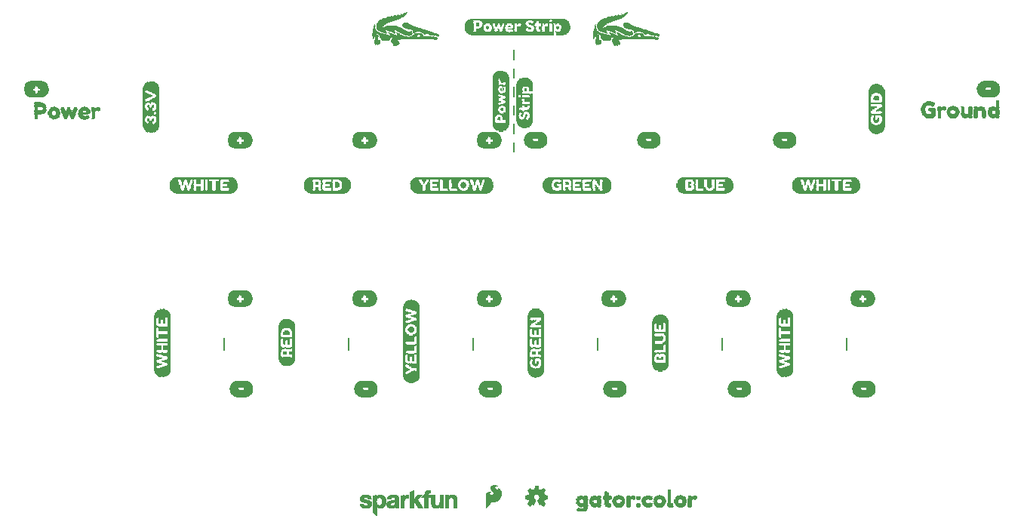
<source format=gto>
G75*
%MOIN*%
%OFA0B0*%
%FSLAX25Y25*%
%IPPOS*%
%LPD*%
%AMOC8*
5,1,8,0,0,1.08239X$1,22.5*
%
%ADD10C,0.00800*%
%ADD11R,0.19646X0.00157*%
%ADD12R,0.20748X0.00197*%
%ADD13R,0.21457X0.00157*%
%ADD14R,0.22165X0.00197*%
%ADD15R,0.22520X0.00157*%
%ADD16R,0.03189X0.00197*%
%ADD17R,0.02323X0.00197*%
%ADD18R,0.03740X0.00197*%
%ADD19R,0.02835X0.00197*%
%ADD20R,0.01417X0.00197*%
%ADD21R,0.03031X0.00197*%
%ADD22R,0.03031X0.00157*%
%ADD23R,0.01417X0.00157*%
%ADD24R,0.02992X0.00157*%
%ADD25R,0.02126X0.00157*%
%ADD26R,0.00669X0.00157*%
%ADD27R,0.02795X0.00157*%
%ADD28R,0.01260X0.00197*%
%ADD29R,0.02992X0.00197*%
%ADD30R,0.02126X0.00197*%
%ADD31R,0.00512X0.00197*%
%ADD32R,0.03189X0.00157*%
%ADD33R,0.01063X0.00157*%
%ADD34R,0.00512X0.00157*%
%ADD35R,0.03150X0.00157*%
%ADD36R,0.00906X0.00197*%
%ADD37R,0.03150X0.00197*%
%ADD38R,0.03386X0.00157*%
%ADD39R,0.00906X0.00157*%
%ADD40R,0.03346X0.00157*%
%ADD41R,0.03386X0.00197*%
%ADD42R,0.00709X0.00197*%
%ADD43R,0.03346X0.00197*%
%ADD44R,0.03543X0.00157*%
%ADD45R,0.01220X0.00157*%
%ADD46R,0.00709X0.00157*%
%ADD47R,0.06181X0.00157*%
%ADD48R,0.03543X0.00197*%
%ADD49R,0.01378X0.00197*%
%ADD50R,0.06181X0.00197*%
%ADD51R,0.01378X0.00157*%
%ADD52R,0.03701X0.00197*%
%ADD53R,0.06378X0.00197*%
%ADD54R,0.03701X0.00157*%
%ADD55R,0.00866X0.00157*%
%ADD56R,0.04803X0.00157*%
%ADD57R,0.00669X0.00197*%
%ADD58R,0.04449X0.00197*%
%ADD59R,0.04449X0.00157*%
%ADD60R,0.01575X0.00157*%
%ADD61R,0.00551X0.00157*%
%ADD62R,0.01929X0.00157*%
%ADD63R,0.04606X0.00157*%
%ADD64R,0.01575X0.00197*%
%ADD65R,0.00551X0.00197*%
%ADD66R,0.01772X0.00197*%
%ADD67R,0.01772X0.00157*%
%ADD68R,0.06378X0.00157*%
%ADD69R,0.00354X0.00197*%
%ADD70R,0.00866X0.00197*%
%ADD71R,0.01102X0.00157*%
%ADD72R,0.03504X0.00157*%
%ADD73R,0.01063X0.00197*%
%ADD74R,0.01220X0.00197*%
%ADD75R,0.01260X0.00157*%
%ADD76R,0.01969X0.00197*%
%ADD77R,0.23189X0.00157*%
%ADD78R,0.22874X0.00197*%
%ADD79R,0.00157X0.19646*%
%ADD80R,0.00197X0.20748*%
%ADD81R,0.00157X0.21457*%
%ADD82R,0.00197X0.22165*%
%ADD83R,0.00157X0.22520*%
%ADD84R,0.00197X0.03189*%
%ADD85R,0.00197X0.02323*%
%ADD86R,0.00197X0.03740*%
%ADD87R,0.00197X0.02835*%
%ADD88R,0.00197X0.01417*%
%ADD89R,0.00197X0.03031*%
%ADD90R,0.00157X0.03031*%
%ADD91R,0.00157X0.01417*%
%ADD92R,0.00157X0.02992*%
%ADD93R,0.00157X0.02126*%
%ADD94R,0.00157X0.00669*%
%ADD95R,0.00157X0.02795*%
%ADD96R,0.00197X0.01260*%
%ADD97R,0.00197X0.02992*%
%ADD98R,0.00197X0.02126*%
%ADD99R,0.00197X0.00512*%
%ADD100R,0.00157X0.03189*%
%ADD101R,0.00157X0.01063*%
%ADD102R,0.00157X0.00512*%
%ADD103R,0.00157X0.03150*%
%ADD104R,0.00197X0.00906*%
%ADD105R,0.00197X0.03150*%
%ADD106R,0.00157X0.03386*%
%ADD107R,0.00157X0.00906*%
%ADD108R,0.00157X0.03346*%
%ADD109R,0.00197X0.03386*%
%ADD110R,0.00197X0.00709*%
%ADD111R,0.00197X0.03346*%
%ADD112R,0.00157X0.03543*%
%ADD113R,0.00157X0.01220*%
%ADD114R,0.00157X0.00709*%
%ADD115R,0.00157X0.06181*%
%ADD116R,0.00197X0.03543*%
%ADD117R,0.00197X0.01378*%
%ADD118R,0.00197X0.06181*%
%ADD119R,0.00157X0.01378*%
%ADD120R,0.00197X0.03701*%
%ADD121R,0.00197X0.06378*%
%ADD122R,0.00157X0.03701*%
%ADD123R,0.00157X0.00866*%
%ADD124R,0.00157X0.04803*%
%ADD125R,0.00197X0.00669*%
%ADD126R,0.00197X0.04449*%
%ADD127R,0.00157X0.04449*%
%ADD128R,0.00157X0.01575*%
%ADD129R,0.00157X0.00551*%
%ADD130R,0.00157X0.01929*%
%ADD131R,0.00157X0.04606*%
%ADD132R,0.00197X0.01575*%
%ADD133R,0.00197X0.00551*%
%ADD134R,0.00197X0.01772*%
%ADD135R,0.00157X0.01772*%
%ADD136R,0.00157X0.06378*%
%ADD137R,0.00197X0.00354*%
%ADD138R,0.00197X0.00866*%
%ADD139R,0.00157X0.01102*%
%ADD140R,0.00157X0.03504*%
%ADD141R,0.00197X0.01063*%
%ADD142R,0.00197X0.01220*%
%ADD143R,0.00157X0.01260*%
%ADD144R,0.00197X0.01969*%
%ADD145R,0.00157X0.23189*%
%ADD146R,0.00197X0.22874*%
%ADD147R,0.24961X0.00157*%
%ADD148R,0.26063X0.00197*%
%ADD149R,0.26732X0.00157*%
%ADD150R,0.27441X0.00197*%
%ADD151R,0.27835X0.00157*%
%ADD152R,0.04606X0.00197*%
%ADD153R,0.02480X0.00197*%
%ADD154R,0.04252X0.00157*%
%ADD155R,0.04252X0.00197*%
%ADD156R,0.04094X0.00157*%
%ADD157R,0.00315X0.00157*%
%ADD158R,0.00354X0.00157*%
%ADD159R,0.03898X0.00197*%
%ADD160R,0.00315X0.00197*%
%ADD161R,0.03898X0.00157*%
%ADD162R,0.03740X0.00157*%
%ADD163R,0.03937X0.00197*%
%ADD164R,0.03937X0.00157*%
%ADD165R,0.00197X0.00197*%
%ADD166R,0.00394X0.00157*%
%ADD167R,0.00197X0.00157*%
%ADD168R,0.00748X0.00157*%
%ADD169R,0.01929X0.00197*%
%ADD170R,0.00748X0.00197*%
%ADD171R,0.04094X0.00197*%
%ADD172R,0.01614X0.00197*%
%ADD173R,0.04055X0.00197*%
%ADD174R,0.04055X0.00157*%
%ADD175R,0.04646X0.00157*%
%ADD176R,0.01969X0.00157*%
%ADD177R,0.04764X0.00197*%
%ADD178R,0.02283X0.00197*%
%ADD179R,0.28504X0.00157*%
%ADD180R,0.28150X0.00197*%
%ADD181R,0.00157X0.24961*%
%ADD182R,0.00197X0.26063*%
%ADD183R,0.00157X0.26732*%
%ADD184R,0.00197X0.27441*%
%ADD185R,0.00157X0.27835*%
%ADD186R,0.00197X0.04606*%
%ADD187R,0.00197X0.02480*%
%ADD188R,0.00157X0.04252*%
%ADD189R,0.00197X0.04252*%
%ADD190R,0.00157X0.04094*%
%ADD191R,0.00157X0.00315*%
%ADD192R,0.00157X0.00354*%
%ADD193R,0.00197X0.03898*%
%ADD194R,0.00197X0.00315*%
%ADD195R,0.00157X0.03898*%
%ADD196R,0.00157X0.03740*%
%ADD197R,0.00197X0.03937*%
%ADD198R,0.00157X0.03937*%
%ADD199R,0.00157X0.00394*%
%ADD200R,0.00157X0.00197*%
%ADD201R,0.00157X0.00748*%
%ADD202R,0.00197X0.01929*%
%ADD203R,0.00197X0.00748*%
%ADD204R,0.00197X0.04094*%
%ADD205R,0.00197X0.01614*%
%ADD206R,0.00197X0.04055*%
%ADD207R,0.00157X0.04055*%
%ADD208R,0.00157X0.04646*%
%ADD209R,0.00157X0.01969*%
%ADD210R,0.00197X0.04764*%
%ADD211R,0.00197X0.02283*%
%ADD212R,0.00157X0.28504*%
%ADD213R,0.00197X0.28150*%
%ADD214R,0.15394X0.00157*%
%ADD215R,0.16457X0.00197*%
%ADD216R,0.17205X0.00157*%
%ADD217R,0.17913X0.00197*%
%ADD218R,0.18268X0.00157*%
%ADD219R,0.02441X0.00197*%
%ADD220R,0.01102X0.00197*%
%ADD221R,0.04961X0.00197*%
%ADD222R,0.01614X0.00157*%
%ADD223R,0.01457X0.00197*%
%ADD224R,0.03858X0.00197*%
%ADD225R,0.03858X0.00157*%
%ADD226R,0.04921X0.00197*%
%ADD227R,0.18937X0.00157*%
%ADD228R,0.18583X0.00197*%
%ADD229R,0.00157X0.15394*%
%ADD230R,0.00197X0.16457*%
%ADD231R,0.00157X0.17205*%
%ADD232R,0.00197X0.17913*%
%ADD233R,0.00157X0.18268*%
%ADD234R,0.00197X0.02441*%
%ADD235R,0.00197X0.01102*%
%ADD236R,0.00197X0.04961*%
%ADD237R,0.00157X0.01614*%
%ADD238R,0.00197X0.01457*%
%ADD239R,0.00197X0.03858*%
%ADD240R,0.00157X0.03858*%
%ADD241R,0.00197X0.04921*%
%ADD242R,0.00157X0.18937*%
%ADD243R,0.00197X0.18583*%
%ADD244R,0.24606X0.00157*%
%ADD245R,0.25709X0.00197*%
%ADD246R,0.26417X0.00157*%
%ADD247R,0.27126X0.00197*%
%ADD248R,0.27441X0.00157*%
%ADD249R,0.02638X0.00197*%
%ADD250R,0.02835X0.00157*%
%ADD251R,0.01811X0.00157*%
%ADD252R,0.02283X0.00157*%
%ADD253R,0.04213X0.00197*%
%ADD254R,0.04213X0.00157*%
%ADD255R,0.00157X0.00157*%
%ADD256R,0.04409X0.00157*%
%ADD257R,0.04409X0.00197*%
%ADD258R,0.04567X0.00197*%
%ADD259R,0.04567X0.00157*%
%ADD260R,0.04646X0.00197*%
%ADD261R,0.01732X0.00157*%
%ADD262R,0.02677X0.00197*%
%ADD263R,0.28150X0.00157*%
%ADD264R,0.27835X0.00197*%
%ADD265R,0.00157X0.24606*%
%ADD266R,0.00197X0.25709*%
%ADD267R,0.00157X0.26417*%
%ADD268R,0.00197X0.27126*%
%ADD269R,0.00157X0.27441*%
%ADD270R,0.00197X0.02638*%
%ADD271R,0.00157X0.02835*%
%ADD272R,0.00157X0.01811*%
%ADD273R,0.00157X0.02283*%
%ADD274R,0.00197X0.04213*%
%ADD275R,0.00157X0.04213*%
%ADD276R,0.00157X0.04409*%
%ADD277R,0.00197X0.04409*%
%ADD278R,0.00197X0.04567*%
%ADD279R,0.00157X0.04567*%
%ADD280R,0.00197X0.04646*%
%ADD281R,0.00157X0.01732*%
%ADD282R,0.00197X0.02677*%
%ADD283R,0.00157X0.28150*%
%ADD284R,0.00197X0.27835*%
%ADD285R,0.31339X0.00157*%
%ADD286R,0.32441X0.00197*%
%ADD287R,0.33150X0.00157*%
%ADD288R,0.33819X0.00197*%
%ADD289R,0.34213X0.00157*%
%ADD290R,0.02323X0.00157*%
%ADD291R,0.00394X0.00197*%
%ADD292R,0.03583X0.00197*%
%ADD293R,0.03228X0.00197*%
%ADD294R,0.03228X0.00157*%
%ADD295R,0.01457X0.00157*%
%ADD296R,0.04764X0.00157*%
%ADD297R,0.02677X0.00157*%
%ADD298R,0.05157X0.00157*%
%ADD299R,0.01024X0.00157*%
%ADD300R,0.05157X0.00197*%
%ADD301R,0.01024X0.00197*%
%ADD302R,0.05315X0.00157*%
%ADD303R,0.02480X0.00157*%
%ADD304R,0.05315X0.00197*%
%ADD305R,0.05118X0.00157*%
%ADD306R,0.05118X0.00197*%
%ADD307R,0.04961X0.00157*%
%ADD308R,0.04803X0.00197*%
%ADD309R,0.02165X0.00197*%
%ADD310R,0.34882X0.00157*%
%ADD311R,0.34528X0.00197*%
%ADD312R,0.00157X0.31339*%
%ADD313R,0.00197X0.32441*%
%ADD314R,0.00157X0.33150*%
%ADD315R,0.00197X0.33819*%
%ADD316R,0.00157X0.34213*%
%ADD317R,0.00157X0.02323*%
%ADD318R,0.00197X0.00394*%
%ADD319R,0.00197X0.03583*%
%ADD320R,0.00197X0.03228*%
%ADD321R,0.00157X0.03228*%
%ADD322R,0.00157X0.01457*%
%ADD323R,0.00157X0.04764*%
%ADD324R,0.00157X0.02677*%
%ADD325R,0.00157X0.05157*%
%ADD326R,0.00157X0.01024*%
%ADD327R,0.00197X0.05157*%
%ADD328R,0.00197X0.01024*%
%ADD329R,0.00157X0.05315*%
%ADD330R,0.00157X0.02480*%
%ADD331R,0.00197X0.05315*%
%ADD332R,0.00157X0.05118*%
%ADD333R,0.00197X0.05118*%
%ADD334R,0.00157X0.04961*%
%ADD335R,0.00197X0.04803*%
%ADD336R,0.00197X0.02165*%
%ADD337R,0.00157X0.34882*%
%ADD338R,0.00197X0.34528*%
%ADD339R,0.05472X0.00157*%
%ADD340R,0.06535X0.00197*%
%ADD341R,0.07244X0.00157*%
%ADD342R,0.07992X0.00197*%
%ADD343R,0.08346X0.00157*%
%ADD344R,0.08661X0.00197*%
%ADD345R,0.09016X0.00157*%
%ADD346R,0.09370X0.00197*%
%ADD347R,0.09764X0.00157*%
%ADD348R,0.09764X0.00197*%
%ADD349R,0.10118X0.00197*%
%ADD350R,0.10118X0.00157*%
%ADD351R,0.05827X0.00197*%
%ADD352R,0.06575X0.00157*%
%ADD353R,0.07244X0.00197*%
%ADD354R,0.07638X0.00157*%
%ADD355R,0.07953X0.00197*%
%ADD356R,0.08307X0.00157*%
%ADD357R,0.08701X0.00197*%
%ADD358R,0.09055X0.00157*%
%ADD359R,0.09055X0.00197*%
%ADD360R,0.09370X0.00157*%
%ADD361R,0.09724X0.00157*%
%ADD362R,0.09724X0.00197*%
%ADD363R,0.10079X0.00197*%
%ADD364R,0.10079X0.00157*%
%ADD365R,0.00157X0.17165*%
%ADD366R,0.00197X0.18268*%
%ADD367R,0.00157X0.18976*%
%ADD368R,0.00197X0.19685*%
%ADD369R,0.00157X0.20039*%
%ADD370R,0.00197X0.02795*%
%ADD371R,0.00157X0.02638*%
%ADD372R,0.00197X0.05630*%
%ADD373R,0.00197X0.01732*%
%ADD374R,0.00157X0.06024*%
%ADD375R,0.00157X0.20748*%
%ADD376R,0.00197X0.20394*%
%ADD377R,0.00157X0.16496*%
%ADD378R,0.00197X0.17559*%
%ADD379R,0.00197X0.18976*%
%ADD380R,0.00157X0.19291*%
%ADD381R,0.00157X0.20000*%
%ADD382C,0.00299*%
%ADD383C,0.00300*%
%ADD384R,0.41260X0.00157*%
%ADD385R,0.42323X0.00197*%
%ADD386R,0.35787X0.00157*%
%ADD387R,0.06339X0.00157*%
%ADD388R,0.26929X0.00197*%
%ADD389R,0.08150X0.00197*%
%ADD390R,0.21063X0.00157*%
%ADD391R,0.07598X0.00157*%
%ADD392R,0.06732X0.00157*%
%ADD393R,0.20551X0.00197*%
%ADD394R,0.06890X0.00197*%
%ADD395R,0.20039X0.00157*%
%ADD396R,0.07087X0.00157*%
%ADD397R,0.19843X0.00197*%
%ADD398R,0.19488X0.00157*%
%ADD399R,0.19488X0.00197*%
%ADD400R,0.13465X0.00197*%
%ADD401R,0.19291X0.00157*%
%ADD402R,0.13622X0.00157*%
%ADD403R,0.16654X0.00197*%
%ADD404R,0.13622X0.00197*%
%ADD405R,0.05000X0.00157*%
%ADD406R,0.05669X0.00197*%
%ADD407R,0.06024X0.00157*%
%ADD408R,0.03504X0.00197*%
%ADD409R,0.03583X0.00157*%
%ADD410R,0.02638X0.00157*%
%ADD411R,0.05669X0.00157*%
%ADD412R,0.18937X0.00197*%
%ADD413R,0.19331X0.00197*%
%ADD414R,0.05472X0.00197*%
%ADD415R,0.38425X0.00157*%
%ADD416R,0.38268X0.00197*%
%ADD417R,0.38110X0.00157*%
%ADD418R,0.37913X0.00197*%
%ADD419R,0.37559X0.00157*%
%ADD420R,0.37205X0.00197*%
%ADD421R,0.36654X0.00157*%
%ADD422R,0.00157X0.21417*%
%ADD423R,0.00197X0.22520*%
%ADD424R,0.00157X0.23228*%
%ADD425R,0.00197X0.23937*%
%ADD426R,0.00157X0.24252*%
%ADD427R,0.00197X0.24646*%
%ADD428R,0.00157X0.19528*%
%ADD429R,0.00197X0.19331*%
%ADD430R,0.00197X0.19134*%
%ADD431R,0.00157X0.19134*%
%ADD432R,0.00157X0.04921*%
%ADD433R,0.00197X0.03504*%
%ADD434R,0.00197X0.25315*%
%ADD435R,0.00157X0.25000*%
%ADD436R,0.00157X0.16811*%
%ADD437R,0.00157X0.18622*%
%ADD438R,0.00157X0.12598*%
%ADD439R,0.00157X0.06732*%
%ADD440R,0.00197X0.07953*%
%ADD441R,0.00197X0.06575*%
%ADD442R,0.00157X0.07087*%
%ADD443R,0.00157X0.06772*%
%ADD444R,0.00197X0.06929*%
%ADD445R,0.00157X0.07126*%
%ADD446R,0.00197X0.07126*%
%ADD447R,0.00157X0.03583*%
%ADD448R,0.00157X0.07441*%
%ADD449R,0.00197X0.12756*%
%ADD450R,0.00157X0.12913*%
%ADD451R,0.00197X0.09370*%
%ADD452R,0.00157X0.02441*%
%ADD453R,0.00157X0.05630*%
%ADD454R,0.00197X0.06024*%
%ADD455R,0.00157X0.05354*%
%ADD456R,0.00197X0.14331*%
%ADD457R,0.00157X0.14173*%
%ADD458R,0.00157X0.05000*%
%ADD459R,0.00197X0.14016*%
%ADD460R,0.00157X0.13819*%
%ADD461R,0.00197X0.13661*%
%ADD462R,0.00157X0.13307*%
%ADD463R,0.00197X0.12953*%
%ADD464R,0.00157X0.12559*%
%ADD465R,0.00079X0.00079*%
%ADD466R,0.00118X0.00079*%
%ADD467R,0.00315X0.00118*%
%ADD468R,0.00276X0.00079*%
%ADD469R,0.00709X0.00079*%
%ADD470R,0.01063X0.00118*%
%ADD471R,0.01063X0.00079*%
%ADD472R,0.01181X0.00118*%
%ADD473R,0.00669X0.00079*%
%ADD474R,0.01260X0.00079*%
%ADD475R,0.02047X0.00118*%
%ADD476R,0.02008X0.00079*%
%ADD477R,0.00709X0.00118*%
%ADD478R,0.03189X0.00079*%
%ADD479R,0.00394X0.00079*%
%ADD480R,0.03228X0.00079*%
%ADD481R,0.00866X0.00118*%
%ADD482R,0.03189X0.00118*%
%ADD483R,0.04488X0.00079*%
%ADD484R,0.00512X0.00118*%
%ADD485R,0.04449X0.00118*%
%ADD486R,0.00984X0.00079*%
%ADD487R,0.04449X0.00079*%
%ADD488R,0.05748X0.00118*%
%ADD489R,0.05827X0.00079*%
%ADD490R,0.00591X0.00118*%
%ADD491R,0.05709X0.00118*%
%ADD492R,0.06614X0.00079*%
%ADD493R,0.06496X0.00118*%
%ADD494R,0.06496X0.00079*%
%ADD495R,0.00591X0.00079*%
%ADD496R,0.06417X0.00079*%
%ADD497R,0.07480X0.00118*%
%ADD498R,0.07362X0.00079*%
%ADD499R,0.07205X0.00118*%
%ADD500R,0.06969X0.00079*%
%ADD501R,0.06811X0.00079*%
%ADD502R,0.06929X0.00118*%
%ADD503R,0.07205X0.00079*%
%ADD504R,0.07008X0.00118*%
%ADD505R,0.06575X0.00118*%
%ADD506R,0.06299X0.00118*%
%ADD507R,0.06142X0.00079*%
%ADD508R,0.05906X0.00118*%
%ADD509R,0.05748X0.00079*%
%ADD510R,0.05512X0.00118*%
%ADD511R,0.05433X0.00079*%
%ADD512R,0.05236X0.00118*%
%ADD513R,0.04961X0.00079*%
%ADD514R,0.04764X0.00118*%
%ADD515R,0.04646X0.00079*%
%ADD516R,0.04370X0.00079*%
%ADD517R,0.01535X0.00079*%
%ADD518R,0.04291X0.00118*%
%ADD519R,0.01850X0.00118*%
%ADD520R,0.04094X0.00079*%
%ADD521R,0.02244X0.00079*%
%ADD522R,0.03976X0.00118*%
%ADD523R,0.02402X0.00118*%
%ADD524R,0.03780X0.00079*%
%ADD525R,0.02598X0.00079*%
%ADD526R,0.03701X0.00118*%
%ADD527R,0.02913X0.00118*%
%ADD528R,0.03701X0.00079*%
%ADD529R,0.03031X0.00079*%
%ADD530R,0.00197X0.00118*%
%ADD531R,0.03504X0.00118*%
%ADD532R,0.03307X0.00118*%
%ADD533R,0.03425X0.00079*%
%ADD534R,0.03504X0.00079*%
%ADD535R,0.03583X0.00118*%
%ADD536R,0.00197X0.00079*%
%ADD537R,0.00276X0.00118*%
%ADD538R,0.00866X0.00079*%
%ADD539R,0.04055X0.00079*%
%ADD540R,0.00394X0.00118*%
%ADD541R,0.03110X0.00118*%
%ADD542R,0.02717X0.00118*%
%ADD543R,0.04173X0.00118*%
%ADD544R,0.02992X0.00079*%
%ADD545R,0.02913X0.00079*%
%ADD546R,0.04685X0.00079*%
%ADD547R,0.02835X0.00118*%
%ADD548R,0.04961X0.00118*%
%ADD549R,0.02717X0.00079*%
%ADD550R,0.05551X0.00079*%
%ADD551R,0.05157X0.00079*%
%ADD552R,0.02559X0.00118*%
%ADD553R,0.06102X0.00118*%
%ADD554R,0.05433X0.00118*%
%ADD555R,0.02559X0.00079*%
%ADD556R,0.05630X0.00079*%
%ADD557R,0.02441X0.00118*%
%ADD558R,0.05827X0.00118*%
%ADD559R,0.02441X0.00079*%
%ADD560R,0.07402X0.00079*%
%ADD561R,0.05945X0.00079*%
%ADD562R,0.00669X0.00118*%
%ADD563R,0.07795X0.00118*%
%ADD564R,0.10787X0.00079*%
%ADD565R,0.06102X0.00079*%
%ADD566R,0.00906X0.00118*%
%ADD567R,0.10984X0.00118*%
%ADD568R,0.00906X0.00079*%
%ADD569R,0.11181X0.00079*%
%ADD570R,0.06339X0.00079*%
%ADD571R,0.11181X0.00118*%
%ADD572R,0.11378X0.00079*%
%ADD573R,0.11457X0.00118*%
%ADD574R,0.01181X0.00079*%
%ADD575R,0.11575X0.00079*%
%ADD576R,0.05118X0.00079*%
%ADD577R,0.07402X0.00118*%
%ADD578R,0.04016X0.00118*%
%ADD579R,0.05276X0.00118*%
%ADD580R,0.03307X0.00079*%
%ADD581R,0.03583X0.00079*%
%ADD582R,0.04016X0.00079*%
%ADD583R,0.01378X0.00079*%
%ADD584R,0.03976X0.00079*%
%ADD585R,0.01457X0.00118*%
%ADD586R,0.03228X0.00118*%
%ADD587R,0.03031X0.00118*%
%ADD588R,0.03858X0.00118*%
%ADD589R,0.01457X0.00079*%
%ADD590R,0.03110X0.00079*%
%ADD591R,0.02835X0.00079*%
%ADD592R,0.03858X0.00079*%
%ADD593R,0.01575X0.00118*%
%ADD594R,0.02992X0.00118*%
%ADD595R,0.02520X0.00118*%
%ADD596R,0.03780X0.00118*%
%ADD597R,0.06417X0.00118*%
%ADD598R,0.01654X0.00079*%
%ADD599R,0.02402X0.00079*%
%ADD600R,0.01772X0.00118*%
%ADD601R,0.02126X0.00118*%
%ADD602R,0.03898X0.00118*%
%ADD603R,0.06890X0.00118*%
%ADD604R,0.01929X0.00079*%
%ADD605R,0.02638X0.00079*%
%ADD606R,0.03898X0.00079*%
%ADD607R,0.01654X0.00118*%
%ADD608R,0.00472X0.00118*%
%ADD609R,0.02126X0.00079*%
%ADD610R,0.01575X0.00079*%
%ADD611R,0.02323X0.00118*%
%ADD612R,0.01260X0.00118*%
%ADD613R,0.04646X0.00118*%
%ADD614R,0.02520X0.00079*%
%ADD615R,0.00787X0.00079*%
%ADD616R,0.01299X0.00118*%
%ADD617R,0.00118X0.00118*%
%ADD618R,0.00787X0.00118*%
%ADD619R,0.00079X0.00118*%
%ADD620R,0.05354X0.00118*%
%ADD621R,0.00315X0.00079*%
%ADD622R,0.00551X0.00079*%
%ADD623R,0.04843X0.00079*%
%ADD624R,0.03622X0.00079*%
%ADD625R,0.00748X0.00079*%
%ADD626R,0.05039X0.00079*%
%ADD627R,0.04764X0.00079*%
%ADD628R,0.02047X0.00079*%
%ADD629R,0.05354X0.00079*%
%ADD630R,0.04409X0.00118*%
%ADD631R,0.04567X0.00118*%
%ADD632R,0.02638X0.00118*%
%ADD633R,0.05551X0.00118*%
%ADD634R,0.01535X0.00118*%
%ADD635R,0.01850X0.00079*%
%ADD636R,0.01811X0.00118*%
%ADD637R,0.01732X0.00118*%
%ADD638R,0.04055X0.00118*%
%ADD639R,0.01969X0.00118*%
%ADD640R,0.02244X0.00118*%
%ADD641R,0.02165X0.00079*%
%ADD642R,0.02362X0.00079*%
%ADD643R,0.01772X0.00079*%
%ADD644R,0.00512X0.00079*%
%ADD645R,0.02362X0.00118*%
%ADD646R,0.04094X0.00118*%
%ADD647R,0.02795X0.00118*%
%ADD648R,0.01339X0.00118*%
%ADD649R,0.10039X0.00079*%
%ADD650R,0.10236X0.00118*%
%ADD651R,0.10394X0.00079*%
%ADD652R,0.10709X0.00118*%
%ADD653R,0.11063X0.00079*%
%ADD654R,0.11378X0.00118*%
%ADD655R,0.00157X0.00118*%
%ADD656R,0.12087X0.00079*%
%ADD657R,0.05276X0.00079*%
%ADD658R,0.00472X0.00079*%
%ADD659R,0.05866X0.00079*%
%ADD660R,0.10591X0.00079*%
%ADD661R,0.06220X0.00079*%
%ADD662R,0.10591X0.00118*%
%ADD663R,0.06614X0.00118*%
%ADD664R,0.18583X0.00079*%
%ADD665R,0.01378X0.00118*%
%ADD666R,0.19331X0.00118*%
%ADD667R,0.19528X0.00079*%
%ADD668R,0.04843X0.00118*%
%ADD669R,0.19606X0.00118*%
%ADD670R,0.04567X0.00079*%
%ADD671R,0.19803X0.00079*%
%ADD672R,0.04252X0.00118*%
%ADD673R,0.19921X0.00118*%
%ADD674R,0.04173X0.00079*%
%ADD675R,0.20000X0.00079*%
%ADD676R,0.08583X0.00118*%
%ADD677R,0.01339X0.00079*%
%ADD678R,0.03819X0.00079*%
%ADD679R,0.03386X0.00118*%
%ADD680R,0.02323X0.00079*%
%ADD681R,0.02756X0.00079*%
%ADD682R,0.03386X0.00079*%
%ADD683R,0.03425X0.00118*%
%ADD684R,0.02598X0.00118*%
%ADD685R,0.00157X0.00079*%
%ADD686R,0.01102X0.00276*%
%ADD687R,0.01929X0.00276*%
%ADD688R,0.01654X0.00276*%
%ADD689R,0.03307X0.00315*%
%ADD690R,0.01654X0.00315*%
%ADD691R,0.04409X0.00276*%
%ADD692R,0.04961X0.00236*%
%ADD693R,0.01654X0.00236*%
%ADD694R,0.05236X0.00315*%
%ADD695R,0.05512X0.00276*%
%ADD696R,0.02205X0.00236*%
%ADD697R,0.01378X0.00236*%
%ADD698R,0.00551X0.00236*%
%ADD699R,0.02205X0.00315*%
%ADD700R,0.00276X0.00315*%
%ADD701R,0.01378X0.00315*%
%ADD702R,0.02480X0.00315*%
%ADD703R,0.03858X0.00276*%
%ADD704R,0.03307X0.00276*%
%ADD705R,0.04134X0.00276*%
%ADD706R,0.04685X0.00276*%
%ADD707R,0.02756X0.00276*%
%ADD708R,0.04961X0.00276*%
%ADD709R,0.05236X0.00276*%
%ADD710R,0.00276X0.00276*%
%ADD711R,0.02205X0.00276*%
%ADD712R,0.01929X0.00315*%
%ADD713R,0.05787X0.00276*%
%ADD714R,0.05512X0.00236*%
%ADD715R,0.04409X0.00236*%
%ADD716R,0.01929X0.00236*%
%ADD717R,0.04685X0.00236*%
%ADD718R,0.03031X0.00236*%
%ADD719R,0.02480X0.00236*%
%ADD720R,0.00551X0.00276*%
%ADD721R,0.02480X0.00276*%
%ADD722R,0.04134X0.00315*%
%ADD723R,0.01102X0.00315*%
%ADD724R,0.02756X0.00315*%
%ADD725R,0.03583X0.00276*%
%ADD726R,0.06614X0.00315*%
%ADD727R,0.06614X0.00276*%
%ADD728R,0.06063X0.00276*%
%ADD729R,0.01102X0.00236*%
%ADD730R,0.01378X0.00276*%
%ADD731R,0.00551X0.00315*%
%ADD732R,0.03583X0.00315*%
%ADD733R,0.00827X0.00315*%
%ADD734R,0.03031X0.00276*%
%ADD735R,0.02756X0.00236*%
%ADD736R,0.04134X0.00236*%
%ADD737R,0.00827X0.00236*%
D10*
X0118199Y0103563D02*
X0118199Y0108937D01*
X0173199Y0108937D02*
X0173199Y0103563D01*
X0228199Y0103563D02*
X0228199Y0108937D01*
X0283199Y0108937D02*
X0283199Y0103563D01*
X0338199Y0103563D02*
X0338199Y0108937D01*
X0393199Y0108937D02*
X0393199Y0103563D01*
X0246250Y0191250D02*
X0246250Y0195469D01*
X0246250Y0199406D02*
X0246250Y0203625D01*
X0246250Y0207562D02*
X0246250Y0211781D01*
X0246250Y0215719D02*
X0246250Y0219938D01*
X0246250Y0223875D02*
X0246250Y0228094D01*
X0246250Y0232031D02*
X0246250Y0236250D01*
D11*
X0330762Y0179793D03*
X0330762Y0172707D03*
D12*
X0330762Y0172884D03*
X0330762Y0179616D03*
D13*
X0330762Y0179439D03*
X0330762Y0173061D03*
D14*
X0330762Y0173238D03*
X0330762Y0179262D03*
D15*
X0330781Y0179085D03*
X0330781Y0173415D03*
D16*
X0329266Y0175010D03*
X0320919Y0178907D03*
X0320604Y0178553D03*
X0320407Y0178199D03*
X0340959Y0173947D03*
X0371407Y0178199D03*
X0371919Y0178907D03*
X0397077Y0178199D03*
X0397077Y0174301D03*
X0396919Y0173947D03*
X0287077Y0178553D03*
X0279478Y0177490D03*
X0279478Y0177136D03*
X0279478Y0175719D03*
X0279478Y0175364D03*
X0275030Y0175364D03*
X0275030Y0175719D03*
X0275030Y0177136D03*
X0275030Y0177490D03*
X0235152Y0178199D03*
X0234600Y0178907D03*
X0203262Y0178907D03*
X0202711Y0178199D03*
X0156262Y0178907D03*
X0155907Y0178553D03*
X0122077Y0178199D03*
X0122077Y0174301D03*
X0121919Y0173947D03*
X0096919Y0178907D03*
X0096407Y0178199D03*
X0226907Y0248553D03*
X0231356Y0245364D03*
D17*
X0236907Y0244301D03*
X0325801Y0178907D03*
X0375030Y0178907D03*
X0377510Y0178907D03*
X0382116Y0173947D03*
X0227081Y0174656D03*
X0107116Y0173947D03*
X0102510Y0178907D03*
X0100030Y0178907D03*
D18*
X0096329Y0177490D03*
X0202829Y0177844D03*
X0287352Y0177490D03*
X0287352Y0175010D03*
X0329187Y0178907D03*
X0371329Y0177490D03*
X0269152Y0245010D03*
X0249663Y0245010D03*
X0249663Y0245364D03*
D19*
X0245156Y0245364D03*
X0227085Y0248907D03*
X0226116Y0178907D03*
X0220250Y0177136D03*
X0220250Y0176781D03*
X0220250Y0176427D03*
X0220250Y0176073D03*
X0220250Y0175719D03*
X0216195Y0175719D03*
X0216195Y0176073D03*
X0216195Y0176427D03*
X0216195Y0176781D03*
X0216195Y0177136D03*
X0216195Y0177490D03*
X0216195Y0177844D03*
X0216195Y0178199D03*
X0216195Y0175364D03*
X0216195Y0175010D03*
X0332789Y0178907D03*
D20*
X0335270Y0178907D03*
X0334915Y0174301D03*
X0377608Y0178199D03*
X0379734Y0178907D03*
X0384498Y0178907D03*
X0283553Y0177844D03*
X0269892Y0177136D03*
X0269892Y0176781D03*
X0269892Y0174301D03*
X0227179Y0175364D03*
X0227179Y0175719D03*
X0208557Y0176781D03*
X0168132Y0177490D03*
X0168132Y0175364D03*
X0159274Y0174656D03*
X0159274Y0177490D03*
X0109498Y0178907D03*
X0104734Y0178907D03*
X0102608Y0178199D03*
X0254722Y0247136D03*
X0255431Y0248907D03*
D21*
X0220348Y0177490D03*
X0220348Y0175364D03*
X0216293Y0178553D03*
X0121998Y0178553D03*
X0340683Y0178907D03*
X0396998Y0178553D03*
D22*
X0320683Y0178730D03*
X0286998Y0178730D03*
X0234876Y0178730D03*
X0220348Y0177667D03*
X0220348Y0175187D03*
X0216293Y0178730D03*
X0212041Y0177667D03*
D23*
X0206628Y0178022D03*
X0227179Y0175541D03*
X0228951Y0178376D03*
X0265482Y0175187D03*
X0267254Y0178730D03*
X0269892Y0177313D03*
X0269892Y0176959D03*
X0269892Y0174478D03*
X0275915Y0176959D03*
X0280364Y0176959D03*
X0283553Y0178022D03*
X0283002Y0174833D03*
X0325900Y0178730D03*
X0376191Y0174478D03*
X0377608Y0178376D03*
X0255431Y0248022D03*
X0253305Y0245541D03*
X0246022Y0247667D03*
X0241967Y0244833D03*
X0239486Y0244124D03*
X0238581Y0247667D03*
X0240549Y0247667D03*
X0165455Y0176959D03*
X0159274Y0176604D03*
X0159274Y0174833D03*
X0102608Y0178376D03*
X0101191Y0174478D03*
D24*
X0156006Y0178730D03*
X0164667Y0177667D03*
X0203006Y0178730D03*
X0226904Y0174124D03*
X0275128Y0177667D03*
X0279577Y0177667D03*
X0329167Y0177667D03*
X0329167Y0177313D03*
X0329167Y0176959D03*
X0329167Y0176604D03*
X0329167Y0176250D03*
X0329167Y0175896D03*
X0329167Y0175541D03*
X0329167Y0178022D03*
X0329167Y0178376D03*
X0329167Y0178730D03*
X0227006Y0248730D03*
D25*
X0254368Y0247313D03*
X0283356Y0178730D03*
X0332789Y0178730D03*
X0332789Y0178376D03*
X0332789Y0178022D03*
X0332789Y0177667D03*
X0332789Y0177313D03*
X0332789Y0176959D03*
X0332789Y0176604D03*
X0332789Y0176250D03*
X0390522Y0176250D03*
X0390522Y0175896D03*
X0390522Y0175541D03*
X0390522Y0175187D03*
X0390522Y0174833D03*
X0390522Y0174478D03*
X0390522Y0176604D03*
X0390522Y0176959D03*
X0390522Y0177313D03*
X0390522Y0177667D03*
X0224148Y0175541D03*
X0208203Y0175541D03*
X0208203Y0175187D03*
X0208203Y0174833D03*
X0208203Y0174478D03*
X0208203Y0174124D03*
X0115522Y0174478D03*
X0115522Y0174833D03*
X0115522Y0175187D03*
X0115522Y0175541D03*
X0115522Y0175896D03*
X0115522Y0176250D03*
X0115522Y0176604D03*
X0115522Y0176959D03*
X0115522Y0177313D03*
X0115522Y0177667D03*
D26*
X0109518Y0177667D03*
X0109518Y0177313D03*
X0109518Y0176959D03*
X0109518Y0176604D03*
X0109518Y0176250D03*
X0109518Y0175896D03*
X0109518Y0175541D03*
X0109518Y0175187D03*
X0109518Y0174833D03*
X0109518Y0174478D03*
X0109518Y0174124D03*
X0109518Y0178022D03*
X0109518Y0178376D03*
X0109518Y0178730D03*
X0231608Y0177313D03*
X0280896Y0178730D03*
X0323596Y0176250D03*
X0335289Y0175541D03*
X0335289Y0175187D03*
X0335289Y0178730D03*
X0384518Y0178730D03*
X0384518Y0178376D03*
X0384518Y0178022D03*
X0384518Y0177667D03*
X0384518Y0177313D03*
X0384518Y0176959D03*
X0384518Y0176604D03*
X0384518Y0176250D03*
X0384518Y0175896D03*
X0384518Y0175541D03*
X0384518Y0175187D03*
X0384518Y0174833D03*
X0384518Y0174478D03*
X0384518Y0174124D03*
X0242144Y0245896D03*
X0242144Y0246250D03*
D27*
X0254191Y0247667D03*
X0340959Y0178730D03*
D28*
X0325978Y0178553D03*
X0282923Y0175010D03*
X0280443Y0176073D03*
X0280443Y0176427D03*
X0280443Y0176781D03*
X0269813Y0177490D03*
X0269813Y0175010D03*
X0269813Y0174656D03*
X0267333Y0177490D03*
X0264695Y0176781D03*
X0230289Y0174656D03*
X0221943Y0174301D03*
X0212927Y0176073D03*
X0212927Y0176781D03*
X0213439Y0178907D03*
X0159195Y0175010D03*
X0101270Y0174656D03*
X0232124Y0245719D03*
X0237085Y0245010D03*
X0376270Y0174656D03*
D29*
X0371506Y0178553D03*
X0396663Y0178907D03*
X0341057Y0178553D03*
X0329167Y0178553D03*
X0329167Y0178199D03*
X0329167Y0177844D03*
X0329167Y0177490D03*
X0329167Y0177136D03*
X0329167Y0176781D03*
X0329167Y0176427D03*
X0329167Y0176073D03*
X0329167Y0175719D03*
X0329167Y0175364D03*
X0283278Y0178907D03*
X0235053Y0178553D03*
X0202809Y0178553D03*
X0121663Y0178907D03*
X0096506Y0178553D03*
D30*
X0101191Y0173947D03*
X0115522Y0174301D03*
X0115522Y0174656D03*
X0115522Y0175010D03*
X0115522Y0175364D03*
X0115522Y0175719D03*
X0115522Y0176073D03*
X0115522Y0176427D03*
X0115522Y0176781D03*
X0115522Y0177136D03*
X0115522Y0177490D03*
X0115522Y0177844D03*
X0208203Y0175719D03*
X0208203Y0175364D03*
X0208203Y0175010D03*
X0208203Y0174656D03*
X0208203Y0174301D03*
X0222219Y0173947D03*
X0267254Y0178907D03*
X0332789Y0178553D03*
X0332789Y0178199D03*
X0332789Y0177844D03*
X0332789Y0177490D03*
X0332789Y0177136D03*
X0332789Y0176781D03*
X0332789Y0176427D03*
X0332789Y0176073D03*
X0334758Y0173947D03*
X0376191Y0173947D03*
X0390522Y0174301D03*
X0390522Y0174656D03*
X0390522Y0175010D03*
X0390522Y0175364D03*
X0390522Y0175719D03*
X0390522Y0176073D03*
X0390522Y0176427D03*
X0390522Y0176781D03*
X0390522Y0177136D03*
X0390522Y0177490D03*
X0390522Y0177844D03*
X0242124Y0244301D03*
X0233463Y0247844D03*
D31*
X0236553Y0247136D03*
X0236907Y0246427D03*
X0242222Y0246427D03*
X0246317Y0246427D03*
X0246317Y0246073D03*
X0246317Y0246781D03*
X0255175Y0246781D03*
X0261711Y0246781D03*
X0276565Y0178553D03*
X0276368Y0177844D03*
X0276368Y0175010D03*
X0276565Y0174301D03*
X0280817Y0175010D03*
X0280817Y0177844D03*
X0272116Y0174301D03*
X0267707Y0175010D03*
X0267707Y0175364D03*
X0267707Y0175719D03*
X0267707Y0176073D03*
X0267707Y0176427D03*
X0230270Y0175719D03*
X0228852Y0176781D03*
X0228852Y0177136D03*
X0209010Y0178199D03*
X0209010Y0178553D03*
X0165907Y0177844D03*
X0165907Y0175010D03*
X0111211Y0178199D03*
X0111211Y0178553D03*
X0104833Y0178553D03*
X0104636Y0177844D03*
X0323518Y0176427D03*
X0335368Y0176427D03*
X0335368Y0176073D03*
X0335368Y0176781D03*
X0335368Y0177136D03*
X0335368Y0177490D03*
X0335368Y0177844D03*
X0335368Y0178199D03*
X0335368Y0178553D03*
X0379636Y0177844D03*
X0379833Y0178553D03*
X0386211Y0178553D03*
X0386211Y0178199D03*
D32*
X0397077Y0178376D03*
X0397077Y0174124D03*
X0371407Y0178376D03*
X0329266Y0175187D03*
X0320407Y0178376D03*
X0279478Y0177313D03*
X0279478Y0175541D03*
X0279478Y0175187D03*
X0275030Y0175187D03*
X0275030Y0175541D03*
X0275030Y0177313D03*
X0235152Y0178376D03*
X0202711Y0178376D03*
X0122077Y0178376D03*
X0122077Y0174124D03*
X0096407Y0178376D03*
X0231356Y0245187D03*
D33*
X0232222Y0245896D03*
X0232931Y0247313D03*
X0237183Y0245187D03*
X0244270Y0246250D03*
X0246041Y0245187D03*
X0255608Y0244833D03*
X0258443Y0244124D03*
X0265687Y0246250D03*
X0265463Y0177667D03*
X0264596Y0176604D03*
X0264596Y0176250D03*
X0267431Y0177667D03*
X0269715Y0177667D03*
X0269715Y0175187D03*
X0267431Y0174124D03*
X0283730Y0177313D03*
X0326077Y0178376D03*
X0330683Y0174478D03*
X0377589Y0177667D03*
X0379360Y0176250D03*
X0231608Y0177667D03*
X0208734Y0177313D03*
X0167955Y0177667D03*
X0159293Y0177667D03*
X0104360Y0176250D03*
X0102589Y0177667D03*
D34*
X0102510Y0176959D03*
X0104636Y0177667D03*
X0104636Y0178022D03*
X0111211Y0178022D03*
X0111211Y0178376D03*
X0111211Y0178730D03*
X0116329Y0178022D03*
X0165907Y0178022D03*
X0165907Y0174833D03*
X0165907Y0174124D03*
X0209010Y0178022D03*
X0209010Y0178376D03*
X0228852Y0176959D03*
X0230270Y0175896D03*
X0231530Y0176959D03*
X0267707Y0176250D03*
X0267707Y0175896D03*
X0267707Y0175541D03*
X0267707Y0175187D03*
X0267707Y0174833D03*
X0272116Y0174124D03*
X0276368Y0174833D03*
X0276368Y0178022D03*
X0280817Y0178022D03*
X0280817Y0174833D03*
X0280817Y0174124D03*
X0323518Y0176604D03*
X0335368Y0176604D03*
X0335368Y0176250D03*
X0335368Y0175896D03*
X0335368Y0176959D03*
X0335368Y0177313D03*
X0335368Y0177667D03*
X0335368Y0178022D03*
X0335368Y0178376D03*
X0377510Y0176959D03*
X0379636Y0177667D03*
X0379636Y0178022D03*
X0386211Y0178022D03*
X0386211Y0178376D03*
X0386211Y0178730D03*
X0391329Y0178022D03*
X0261711Y0246604D03*
X0255333Y0246604D03*
X0246317Y0246604D03*
X0246317Y0246250D03*
X0246317Y0245896D03*
X0246317Y0246959D03*
X0242222Y0246604D03*
X0236907Y0246250D03*
D35*
X0164589Y0177313D03*
X0164589Y0175541D03*
X0164589Y0175187D03*
X0341136Y0174124D03*
X0341136Y0178376D03*
D36*
X0330604Y0174656D03*
X0326156Y0176427D03*
X0326156Y0176781D03*
X0326156Y0178199D03*
X0283809Y0177136D03*
X0271762Y0175719D03*
X0267510Y0174301D03*
X0267510Y0177844D03*
X0230270Y0175364D03*
X0228852Y0177490D03*
X0226726Y0177490D03*
X0217514Y0173947D03*
X0161301Y0175719D03*
X0102510Y0177490D03*
X0099872Y0177490D03*
X0232301Y0246073D03*
X0234781Y0246427D03*
X0234781Y0245364D03*
X0237104Y0245364D03*
X0237104Y0245719D03*
X0246120Y0245010D03*
X0374872Y0177490D03*
X0377510Y0177490D03*
D37*
X0341136Y0178199D03*
X0341136Y0174301D03*
X0164589Y0175364D03*
X0164589Y0175719D03*
X0164589Y0177136D03*
X0164589Y0177490D03*
D38*
X0155809Y0178376D03*
X0155809Y0174124D03*
X0122175Y0174478D03*
X0122175Y0178022D03*
X0096309Y0178022D03*
X0220526Y0178022D03*
X0287175Y0178376D03*
X0287175Y0174124D03*
X0320309Y0174478D03*
X0320506Y0174124D03*
X0320309Y0178022D03*
X0371309Y0178022D03*
X0397175Y0178022D03*
X0397175Y0174478D03*
X0226809Y0248376D03*
D39*
X0232498Y0246250D03*
X0237104Y0245541D03*
X0246120Y0245541D03*
X0246120Y0247313D03*
X0254978Y0246959D03*
X0258364Y0245187D03*
X0265608Y0245541D03*
X0267510Y0178376D03*
X0267510Y0178022D03*
X0271762Y0178376D03*
X0282746Y0175541D03*
X0326156Y0174478D03*
X0326156Y0176604D03*
X0326156Y0178022D03*
X0374872Y0177667D03*
X0374872Y0177313D03*
X0230270Y0175187D03*
X0228852Y0177313D03*
X0228852Y0177667D03*
X0226726Y0177667D03*
X0224089Y0177667D03*
X0206530Y0177667D03*
X0161301Y0178376D03*
X0161301Y0175896D03*
X0161301Y0175541D03*
X0099872Y0177313D03*
X0099872Y0177667D03*
D40*
X0231435Y0244833D03*
X0341234Y0178022D03*
X0341234Y0174478D03*
D41*
X0320506Y0174301D03*
X0320309Y0174656D03*
X0320309Y0177844D03*
X0287175Y0178199D03*
X0287175Y0174301D03*
X0371309Y0177844D03*
X0397175Y0177844D03*
X0397175Y0174656D03*
X0226809Y0244301D03*
X0226809Y0248199D03*
X0155809Y0178199D03*
X0155809Y0174301D03*
X0156006Y0173947D03*
X0122175Y0174656D03*
X0122175Y0177844D03*
X0096309Y0177844D03*
D42*
X0102608Y0177136D03*
X0104537Y0177136D03*
X0104537Y0177490D03*
X0161400Y0178199D03*
X0161400Y0176073D03*
X0161400Y0175364D03*
X0166006Y0173947D03*
X0206628Y0177490D03*
X0208911Y0177844D03*
X0267608Y0178199D03*
X0267608Y0176781D03*
X0267608Y0174656D03*
X0271860Y0175364D03*
X0271860Y0176073D03*
X0271860Y0178199D03*
X0326254Y0177844D03*
X0326254Y0177490D03*
X0326254Y0177136D03*
X0326254Y0176073D03*
X0326254Y0174656D03*
X0377608Y0177136D03*
X0379537Y0177136D03*
X0379537Y0177490D03*
X0263581Y0244301D03*
X0263581Y0244656D03*
X0263581Y0245010D03*
X0263581Y0245364D03*
X0263581Y0245719D03*
X0263581Y0246073D03*
X0263581Y0246427D03*
X0263581Y0246781D03*
X0263581Y0247136D03*
X0263581Y0247490D03*
X0265707Y0246427D03*
X0246219Y0245719D03*
X0246219Y0244656D03*
X0246219Y0244301D03*
X0246219Y0247136D03*
X0242478Y0247136D03*
X0240549Y0247136D03*
X0238581Y0247136D03*
X0237006Y0246073D03*
X0232754Y0246781D03*
D43*
X0231435Y0245010D03*
X0286644Y0178907D03*
X0286998Y0173947D03*
X0320683Y0173947D03*
X0341234Y0174656D03*
X0341234Y0177844D03*
D44*
X0320230Y0177667D03*
X0320230Y0177313D03*
X0320230Y0175187D03*
X0320230Y0174833D03*
X0287254Y0174478D03*
X0287254Y0178022D03*
X0266191Y0177313D03*
X0235132Y0178022D03*
X0202730Y0178022D03*
X0155730Y0178022D03*
X0155730Y0174478D03*
X0122254Y0174833D03*
X0226730Y0244478D03*
X0226730Y0248022D03*
X0266770Y0242707D03*
X0397254Y0174833D03*
D45*
X0379281Y0175541D03*
X0379281Y0175896D03*
X0377510Y0178022D03*
X0374872Y0178022D03*
X0335014Y0174478D03*
X0332888Y0175187D03*
X0323872Y0177667D03*
X0283652Y0177667D03*
X0276014Y0176604D03*
X0276014Y0176250D03*
X0276014Y0175896D03*
X0231530Y0178022D03*
X0228852Y0178022D03*
X0226372Y0178376D03*
X0227081Y0175896D03*
X0208656Y0176959D03*
X0165553Y0176604D03*
X0165553Y0176250D03*
X0165553Y0175896D03*
X0104281Y0175896D03*
X0104281Y0175541D03*
X0102510Y0178022D03*
X0099872Y0178022D03*
X0234781Y0245541D03*
X0234781Y0246250D03*
X0246120Y0244124D03*
X0255530Y0248376D03*
X0255530Y0248730D03*
X0265608Y0245896D03*
D46*
X0263581Y0245896D03*
X0263581Y0246250D03*
X0263581Y0246604D03*
X0263581Y0246959D03*
X0263581Y0247313D03*
X0263581Y0245541D03*
X0263581Y0245187D03*
X0263581Y0244833D03*
X0263581Y0244478D03*
X0261809Y0247667D03*
X0258620Y0247667D03*
X0246219Y0244833D03*
X0246219Y0244478D03*
X0244447Y0246604D03*
X0242675Y0247313D03*
X0240549Y0246959D03*
X0237006Y0245896D03*
X0236455Y0247313D03*
X0232754Y0246959D03*
X0213360Y0178730D03*
X0208911Y0178730D03*
X0217258Y0174833D03*
X0230171Y0175541D03*
X0267608Y0174478D03*
X0267608Y0176604D03*
X0271860Y0175896D03*
X0271860Y0175541D03*
X0276467Y0174124D03*
X0276467Y0178730D03*
X0283907Y0176959D03*
X0326254Y0176959D03*
X0326254Y0177313D03*
X0326254Y0177667D03*
X0326254Y0176250D03*
X0326254Y0174833D03*
X0376191Y0175541D03*
X0377608Y0177313D03*
X0379537Y0177313D03*
X0379734Y0178730D03*
X0166006Y0178730D03*
X0161400Y0178022D03*
X0161400Y0175187D03*
X0104734Y0178730D03*
X0104537Y0177313D03*
X0102608Y0177313D03*
X0101191Y0175541D03*
D47*
X0120935Y0175187D03*
X0120935Y0177313D03*
X0120935Y0177667D03*
X0339974Y0177667D03*
X0339974Y0177313D03*
X0339974Y0175187D03*
X0395935Y0175187D03*
X0395935Y0177313D03*
X0395935Y0177667D03*
D48*
X0320230Y0177490D03*
X0320230Y0175010D03*
X0287254Y0174656D03*
X0287254Y0177844D03*
X0235132Y0177844D03*
X0226825Y0173947D03*
X0155730Y0174656D03*
X0155730Y0177844D03*
X0226730Y0244656D03*
X0226730Y0247844D03*
D49*
X0230451Y0247490D03*
X0230451Y0247136D03*
X0234703Y0246073D03*
X0234703Y0245719D03*
X0255608Y0244656D03*
X0231608Y0178199D03*
X0323951Y0177490D03*
X0323951Y0177136D03*
X0332809Y0175364D03*
X0379203Y0175364D03*
X0379203Y0175010D03*
X0104203Y0175010D03*
X0104203Y0175364D03*
D50*
X0120935Y0177490D03*
X0339974Y0177490D03*
X0395935Y0177490D03*
D51*
X0379203Y0175187D03*
X0374951Y0178376D03*
X0323951Y0177313D03*
X0264951Y0175896D03*
X0231608Y0178376D03*
X0234703Y0245896D03*
X0230451Y0246959D03*
X0230451Y0247313D03*
X0230451Y0247667D03*
X0244624Y0245187D03*
X0104203Y0175187D03*
X0099951Y0178376D03*
D52*
X0122175Y0175010D03*
X0121959Y0195719D03*
X0121959Y0196073D03*
X0129045Y0196073D03*
X0155652Y0177490D03*
X0155652Y0175010D03*
X0172305Y0177490D03*
X0172463Y0176781D03*
X0172463Y0176427D03*
X0172463Y0176073D03*
X0176959Y0195719D03*
X0176959Y0196073D03*
X0184045Y0196073D03*
X0216274Y0178907D03*
X0231959Y0195719D03*
X0231959Y0196073D03*
X0239045Y0196073D03*
X0252667Y0196073D03*
X0252667Y0196427D03*
X0252667Y0196781D03*
X0259045Y0196781D03*
X0259045Y0196427D03*
X0259045Y0196073D03*
X0260955Y0176781D03*
X0260955Y0176427D03*
X0266112Y0177136D03*
X0302667Y0196073D03*
X0302667Y0196427D03*
X0302667Y0196781D03*
X0309045Y0196781D03*
X0309045Y0196427D03*
X0309045Y0196073D03*
X0320152Y0177136D03*
X0320152Y0176781D03*
X0320152Y0176427D03*
X0320152Y0176073D03*
X0320152Y0175719D03*
X0320152Y0175364D03*
X0341215Y0175010D03*
X0362667Y0196073D03*
X0362667Y0196427D03*
X0362667Y0196781D03*
X0369045Y0196781D03*
X0369045Y0196427D03*
X0369045Y0196073D03*
X0397175Y0175010D03*
X0452667Y0218573D03*
X0452667Y0218927D03*
X0452667Y0219281D03*
X0459045Y0219281D03*
X0459045Y0218927D03*
X0459045Y0218573D03*
X0404045Y0126073D03*
X0396959Y0126073D03*
X0396959Y0125719D03*
X0349045Y0126073D03*
X0341959Y0126073D03*
X0341959Y0125719D03*
X0294045Y0126073D03*
X0286959Y0126073D03*
X0286959Y0125719D03*
X0239045Y0126073D03*
X0231959Y0126073D03*
X0231959Y0125719D03*
X0184045Y0126073D03*
X0176959Y0126073D03*
X0176959Y0125719D03*
X0129045Y0126073D03*
X0121959Y0126073D03*
X0121959Y0125719D03*
X0122667Y0086781D03*
X0122667Y0086427D03*
X0122667Y0086073D03*
X0129045Y0086073D03*
X0129045Y0086427D03*
X0129045Y0086781D03*
X0177667Y0086781D03*
X0177667Y0086427D03*
X0177667Y0086073D03*
X0184045Y0086073D03*
X0184045Y0086427D03*
X0184045Y0086781D03*
X0232667Y0086781D03*
X0232667Y0086427D03*
X0232667Y0086073D03*
X0239045Y0086073D03*
X0239045Y0086427D03*
X0239045Y0086781D03*
X0287667Y0086781D03*
X0287667Y0086427D03*
X0287667Y0086073D03*
X0294045Y0086073D03*
X0294045Y0086427D03*
X0294045Y0086781D03*
X0342667Y0086781D03*
X0342667Y0086427D03*
X0342667Y0086073D03*
X0349045Y0086073D03*
X0349045Y0086427D03*
X0349045Y0086781D03*
X0397667Y0086781D03*
X0397667Y0086427D03*
X0397667Y0086073D03*
X0404045Y0086073D03*
X0404045Y0086427D03*
X0404045Y0086781D03*
X0269329Y0245364D03*
X0269329Y0245719D03*
X0269329Y0246073D03*
X0269329Y0246427D03*
X0226652Y0247490D03*
X0226652Y0245010D03*
X0039045Y0218573D03*
X0031959Y0218573D03*
X0031959Y0218219D03*
D53*
X0121033Y0177136D03*
X0121033Y0175719D03*
X0121033Y0175364D03*
X0340073Y0175364D03*
X0340073Y0175719D03*
X0340073Y0177136D03*
X0396033Y0177136D03*
X0396033Y0175719D03*
X0396033Y0175364D03*
D54*
X0369045Y0196250D03*
X0369045Y0196604D03*
X0362667Y0196604D03*
X0362667Y0196250D03*
X0320152Y0176959D03*
X0320152Y0176604D03*
X0320152Y0176250D03*
X0320152Y0175896D03*
X0320152Y0175541D03*
X0309045Y0196250D03*
X0309045Y0196604D03*
X0302667Y0196604D03*
X0302667Y0196250D03*
X0266112Y0176959D03*
X0261152Y0177313D03*
X0260955Y0176604D03*
X0260955Y0176250D03*
X0259045Y0196250D03*
X0259045Y0196604D03*
X0252667Y0196604D03*
X0252667Y0196250D03*
X0239045Y0196250D03*
X0239045Y0195896D03*
X0231959Y0195896D03*
X0231959Y0196250D03*
X0184045Y0196250D03*
X0184045Y0195896D03*
X0176959Y0195896D03*
X0176959Y0196250D03*
X0172305Y0177313D03*
X0172463Y0176959D03*
X0172463Y0176604D03*
X0172463Y0176250D03*
X0172463Y0175896D03*
X0155652Y0175187D03*
X0155652Y0174833D03*
X0155652Y0177313D03*
X0155652Y0177667D03*
X0129045Y0195896D03*
X0129045Y0196250D03*
X0121959Y0196250D03*
X0121959Y0195896D03*
X0039045Y0218396D03*
X0039045Y0218750D03*
X0031959Y0218750D03*
X0031959Y0218396D03*
X0121959Y0126250D03*
X0121959Y0125896D03*
X0129045Y0125896D03*
X0129045Y0126250D03*
X0176959Y0126250D03*
X0176959Y0125896D03*
X0184045Y0125896D03*
X0184045Y0126250D03*
X0231959Y0126250D03*
X0231959Y0125896D03*
X0239045Y0125896D03*
X0239045Y0126250D03*
X0286959Y0126250D03*
X0286959Y0125896D03*
X0294045Y0125896D03*
X0294045Y0126250D03*
X0341959Y0126250D03*
X0341959Y0125896D03*
X0349045Y0125896D03*
X0349045Y0126250D03*
X0396959Y0126250D03*
X0396959Y0125896D03*
X0404045Y0125896D03*
X0404045Y0126250D03*
X0404045Y0086604D03*
X0404045Y0086250D03*
X0397667Y0086250D03*
X0397667Y0086604D03*
X0349045Y0086604D03*
X0349045Y0086250D03*
X0342667Y0086250D03*
X0342667Y0086604D03*
X0294045Y0086604D03*
X0294045Y0086250D03*
X0287667Y0086250D03*
X0287667Y0086604D03*
X0239045Y0086604D03*
X0239045Y0086250D03*
X0232667Y0086250D03*
X0232667Y0086604D03*
X0184045Y0086604D03*
X0184045Y0086250D03*
X0177667Y0086250D03*
X0177667Y0086604D03*
X0129045Y0086604D03*
X0129045Y0086250D03*
X0122667Y0086250D03*
X0122667Y0086604D03*
X0226652Y0244833D03*
X0226652Y0245187D03*
X0226652Y0247313D03*
X0226652Y0247667D03*
X0231612Y0244478D03*
X0269329Y0245541D03*
X0269329Y0245896D03*
X0269329Y0246250D03*
X0452667Y0219104D03*
X0452667Y0218750D03*
X0459045Y0218750D03*
X0459045Y0219104D03*
D55*
X0379459Y0176959D03*
X0379459Y0176604D03*
X0376270Y0175187D03*
X0335191Y0174833D03*
X0323695Y0176959D03*
X0227100Y0176604D03*
X0226904Y0176959D03*
X0226904Y0177313D03*
X0226549Y0178022D03*
X0208833Y0177667D03*
X0104459Y0176959D03*
X0104459Y0176604D03*
X0101270Y0175187D03*
X0239565Y0244478D03*
X0242045Y0245541D03*
X0240628Y0247313D03*
X0238502Y0247313D03*
X0253384Y0248022D03*
X0255707Y0246250D03*
X0255707Y0245896D03*
X0255707Y0245541D03*
X0255707Y0245187D03*
X0263502Y0244124D03*
X0263502Y0247667D03*
D56*
X0238140Y0194478D03*
X0234699Y0174833D03*
X0183140Y0194478D03*
X0128140Y0194478D03*
X0121821Y0176959D03*
X0038140Y0216978D03*
X0128140Y0124478D03*
X0183140Y0124478D03*
X0238140Y0124478D03*
X0293140Y0124478D03*
X0348140Y0124478D03*
X0403140Y0124478D03*
X0396821Y0176959D03*
X0340860Y0176959D03*
D57*
X0335289Y0175719D03*
X0335289Y0175364D03*
X0323596Y0176073D03*
X0323596Y0176781D03*
X0280896Y0173947D03*
X0231608Y0177136D03*
X0109518Y0177136D03*
X0109518Y0177490D03*
X0109518Y0177844D03*
X0109518Y0178199D03*
X0109518Y0178553D03*
X0109518Y0176781D03*
X0109518Y0176427D03*
X0109518Y0176073D03*
X0109518Y0175719D03*
X0109518Y0175364D03*
X0109518Y0175010D03*
X0109518Y0174656D03*
X0109518Y0174301D03*
X0242144Y0246073D03*
X0384518Y0178553D03*
X0384518Y0178199D03*
X0384518Y0177844D03*
X0384518Y0177490D03*
X0384518Y0177136D03*
X0384518Y0176781D03*
X0384518Y0176427D03*
X0384518Y0176073D03*
X0384518Y0175719D03*
X0384518Y0175364D03*
X0384518Y0175010D03*
X0384518Y0174656D03*
X0384518Y0174301D03*
D58*
X0372037Y0174301D03*
X0396998Y0176073D03*
X0396998Y0176427D03*
X0396998Y0176781D03*
X0341037Y0176781D03*
X0341037Y0176427D03*
X0341037Y0176073D03*
X0250018Y0244301D03*
X0268797Y0247490D03*
X0121998Y0176781D03*
X0121998Y0176427D03*
X0121998Y0176073D03*
X0097037Y0174301D03*
D59*
X0121998Y0176250D03*
X0121998Y0176604D03*
X0171222Y0178730D03*
X0341037Y0176604D03*
X0341037Y0176250D03*
X0396998Y0176250D03*
X0396998Y0176604D03*
D60*
X0379104Y0174833D03*
X0379104Y0174478D03*
X0334837Y0174124D03*
X0330939Y0174124D03*
X0324049Y0175187D03*
X0324049Y0175541D03*
X0324049Y0175896D03*
X0271585Y0178730D03*
X0208478Y0176604D03*
X0168211Y0177313D03*
X0168211Y0175541D03*
X0159352Y0174478D03*
X0159352Y0174124D03*
X0159352Y0176959D03*
X0159352Y0177313D03*
X0104104Y0174833D03*
X0104104Y0174478D03*
X0237085Y0244833D03*
X0236376Y0247667D03*
X0255510Y0244478D03*
D61*
X0253384Y0245187D03*
X0258541Y0246604D03*
X0260116Y0247667D03*
X0265077Y0247667D03*
X0247911Y0247667D03*
X0242400Y0246959D03*
X0239565Y0244833D03*
X0238502Y0246959D03*
X0236730Y0246959D03*
X0206549Y0177313D03*
X0213439Y0174124D03*
X0217533Y0174124D03*
X0271939Y0174833D03*
X0271939Y0175187D03*
X0271939Y0176250D03*
X0271939Y0177667D03*
X0271939Y0178022D03*
X0283986Y0176604D03*
X0326333Y0175896D03*
X0326333Y0175541D03*
X0326333Y0175187D03*
X0374852Y0176959D03*
X0376270Y0175896D03*
X0391506Y0178730D03*
X0161478Y0177667D03*
X0161478Y0176604D03*
X0161478Y0176250D03*
X0161478Y0174833D03*
X0116506Y0178730D03*
X0101270Y0175896D03*
X0099852Y0176959D03*
D62*
X0168388Y0176604D03*
X0168388Y0176250D03*
X0168388Y0175896D03*
X0208301Y0175896D03*
X0227081Y0174833D03*
X0332888Y0175896D03*
X0261002Y0244478D03*
X0261002Y0244833D03*
X0261002Y0245187D03*
X0261002Y0245541D03*
X0261002Y0245896D03*
X0261002Y0246250D03*
D63*
X0268719Y0247667D03*
X0232569Y0197313D03*
X0232569Y0195187D03*
X0232569Y0194833D03*
X0234955Y0175896D03*
X0234955Y0175541D03*
X0234797Y0175187D03*
X0234600Y0174478D03*
X0234443Y0174124D03*
X0202907Y0176959D03*
X0171498Y0174124D03*
X0177569Y0194833D03*
X0177569Y0195187D03*
X0177569Y0197313D03*
X0122569Y0197313D03*
X0122569Y0195187D03*
X0122569Y0194833D03*
X0121919Y0175896D03*
X0097116Y0174124D03*
X0096762Y0174833D03*
X0096762Y0175187D03*
X0032569Y0217333D03*
X0032569Y0217687D03*
X0032569Y0219813D03*
X0122569Y0127313D03*
X0122569Y0125187D03*
X0122569Y0124833D03*
X0177569Y0124833D03*
X0177569Y0125187D03*
X0177569Y0127313D03*
X0232569Y0127313D03*
X0232569Y0125187D03*
X0232569Y0124833D03*
X0287569Y0124833D03*
X0287569Y0125187D03*
X0287569Y0127313D03*
X0342569Y0127313D03*
X0342569Y0125187D03*
X0342569Y0124833D03*
X0397569Y0124833D03*
X0397569Y0125187D03*
X0397569Y0127313D03*
X0396919Y0175896D03*
X0372116Y0174124D03*
X0371762Y0174833D03*
X0371762Y0175187D03*
X0340959Y0175896D03*
D64*
X0324049Y0175719D03*
X0324049Y0175364D03*
X0283474Y0178199D03*
X0231510Y0178553D03*
X0226195Y0178553D03*
X0224069Y0177490D03*
X0208478Y0176427D03*
X0206549Y0178199D03*
X0159352Y0177136D03*
X0159352Y0176781D03*
X0159352Y0174301D03*
X0104104Y0174656D03*
X0101270Y0174301D03*
X0099852Y0178553D03*
X0237085Y0244656D03*
X0242045Y0244656D03*
X0374852Y0178553D03*
X0376270Y0174301D03*
X0379104Y0174656D03*
D65*
X0376270Y0175719D03*
X0374852Y0176781D03*
X0374852Y0177136D03*
X0326333Y0175719D03*
X0326333Y0175364D03*
X0326333Y0175010D03*
X0283986Y0176781D03*
X0282569Y0176073D03*
X0271939Y0176427D03*
X0271939Y0175010D03*
X0271939Y0177844D03*
X0224069Y0175010D03*
X0217533Y0174301D03*
X0217337Y0174656D03*
X0213439Y0174301D03*
X0213281Y0175010D03*
X0213281Y0177844D03*
X0213439Y0178553D03*
X0161675Y0174301D03*
X0161478Y0174656D03*
X0161478Y0175010D03*
X0161478Y0176427D03*
X0161478Y0177490D03*
X0161478Y0177844D03*
X0101270Y0175719D03*
X0099852Y0176781D03*
X0099852Y0177136D03*
X0236730Y0246781D03*
X0238502Y0246781D03*
X0239565Y0245010D03*
X0242400Y0246781D03*
X0258541Y0246781D03*
X0258541Y0247490D03*
X0258541Y0244656D03*
D66*
X0261081Y0246427D03*
X0265463Y0177490D03*
X0267234Y0173947D03*
X0269911Y0173947D03*
X0283179Y0174301D03*
X0325880Y0173947D03*
X0332809Y0175719D03*
X0227159Y0175010D03*
X0224167Y0175364D03*
X0168309Y0175719D03*
X0168309Y0177136D03*
D67*
X0168309Y0176959D03*
X0208380Y0176250D03*
X0226096Y0178730D03*
X0228931Y0178730D03*
X0231608Y0178730D03*
X0230191Y0174124D03*
X0227159Y0175187D03*
X0265305Y0175541D03*
X0269911Y0174124D03*
X0283179Y0174478D03*
X0283376Y0178376D03*
X0332809Y0175541D03*
X0374951Y0178730D03*
X0236986Y0244478D03*
X0099951Y0178730D03*
D68*
X0121033Y0175541D03*
X0340073Y0175541D03*
X0396033Y0175541D03*
D69*
X0391407Y0178199D03*
X0391407Y0178553D03*
X0376171Y0176073D03*
X0332809Y0175010D03*
X0284085Y0176427D03*
X0280896Y0174656D03*
X0280896Y0174301D03*
X0280896Y0178199D03*
X0280896Y0178553D03*
X0272037Y0177490D03*
X0272037Y0177136D03*
X0272037Y0176781D03*
X0272037Y0174656D03*
X0231608Y0176781D03*
X0230191Y0176073D03*
X0165986Y0174656D03*
X0165986Y0174301D03*
X0165986Y0178199D03*
X0165986Y0178553D03*
X0161577Y0177136D03*
X0161577Y0176781D03*
X0116407Y0178199D03*
X0116407Y0178553D03*
X0101171Y0176073D03*
X0240530Y0246781D03*
X0258640Y0247136D03*
X0261789Y0247136D03*
X0261789Y0247490D03*
X0265687Y0245364D03*
D70*
X0255707Y0245364D03*
X0255707Y0245719D03*
X0255707Y0246073D03*
X0242045Y0245719D03*
X0239565Y0244656D03*
X0232833Y0247136D03*
X0226549Y0177844D03*
X0226904Y0177136D03*
X0227100Y0176781D03*
X0227100Y0176427D03*
X0231510Y0177490D03*
X0213439Y0173947D03*
X0208833Y0177490D03*
X0276545Y0173947D03*
X0335191Y0175010D03*
X0376270Y0175364D03*
X0379459Y0176781D03*
X0104459Y0176781D03*
X0101270Y0175364D03*
D71*
X0221510Y0174833D03*
X0221864Y0174478D03*
X0330506Y0174833D03*
D72*
X0341313Y0174833D03*
D73*
X0335093Y0174656D03*
X0326077Y0174301D03*
X0283730Y0177490D03*
X0282825Y0175364D03*
X0272037Y0173947D03*
X0264596Y0176073D03*
X0264596Y0176427D03*
X0267431Y0178553D03*
X0231608Y0177844D03*
X0228931Y0177844D03*
X0226451Y0178199D03*
X0230191Y0175010D03*
X0221687Y0174656D03*
X0161577Y0173947D03*
X0111093Y0178907D03*
X0104360Y0176427D03*
X0104360Y0176073D03*
X0102589Y0177844D03*
X0099951Y0177844D03*
X0101171Y0175010D03*
X0109518Y0173947D03*
X0230293Y0246781D03*
X0236474Y0247490D03*
X0238600Y0247490D03*
X0240530Y0247490D03*
X0242656Y0247490D03*
X0246041Y0247490D03*
X0239467Y0244301D03*
X0255608Y0245010D03*
X0255608Y0246427D03*
X0265687Y0245719D03*
X0374951Y0177844D03*
X0377589Y0177844D03*
X0379360Y0176427D03*
X0379360Y0176073D03*
X0376171Y0175010D03*
X0384518Y0173947D03*
X0386093Y0178907D03*
D74*
X0391526Y0178907D03*
X0379281Y0175719D03*
X0374872Y0178199D03*
X0330762Y0174301D03*
X0280974Y0178907D03*
X0276565Y0178907D03*
X0276014Y0176781D03*
X0276014Y0176427D03*
X0276014Y0176073D03*
X0271762Y0178553D03*
X0228852Y0178199D03*
X0209010Y0178907D03*
X0208656Y0177136D03*
X0206530Y0177844D03*
X0165553Y0176781D03*
X0165553Y0176427D03*
X0165553Y0176073D03*
X0116526Y0178907D03*
X0104281Y0175719D03*
X0099872Y0178199D03*
X0230372Y0247844D03*
X0233010Y0247490D03*
X0242065Y0245010D03*
X0253404Y0245364D03*
X0253404Y0247844D03*
X0255530Y0248199D03*
X0255530Y0248553D03*
X0265608Y0246073D03*
D75*
X0269813Y0176604D03*
X0269813Y0174833D03*
X0280443Y0175896D03*
X0280443Y0176250D03*
X0280443Y0176604D03*
X0282923Y0175187D03*
X0325978Y0174124D03*
X0376270Y0174833D03*
X0230289Y0174833D03*
X0224069Y0175187D03*
X0212927Y0175896D03*
X0212927Y0176250D03*
X0212927Y0176604D03*
X0168053Y0175187D03*
X0159195Y0175187D03*
X0101270Y0174833D03*
D76*
X0104104Y0174301D03*
X0107136Y0174301D03*
X0107136Y0174656D03*
X0107136Y0175010D03*
X0107136Y0175364D03*
X0107136Y0175719D03*
X0107136Y0177136D03*
X0107136Y0177490D03*
X0107136Y0177844D03*
X0107136Y0178199D03*
X0107136Y0178553D03*
X0159352Y0173947D03*
X0283278Y0178553D03*
X0330939Y0173947D03*
X0379104Y0174301D03*
X0382136Y0174301D03*
X0382136Y0174656D03*
X0382136Y0175010D03*
X0382136Y0175364D03*
X0382136Y0175719D03*
X0382136Y0177136D03*
X0382136Y0177490D03*
X0382136Y0177844D03*
X0382136Y0178199D03*
X0382136Y0178553D03*
X0255510Y0244301D03*
D77*
X0330762Y0173770D03*
D78*
X0330762Y0173593D03*
D79*
X0314793Y0106762D03*
X0307707Y0106762D03*
D80*
X0307884Y0106762D03*
X0314616Y0106762D03*
D81*
X0314439Y0106762D03*
X0308061Y0106762D03*
D82*
X0308238Y0106762D03*
X0314262Y0106762D03*
D83*
X0314085Y0106781D03*
X0308415Y0106781D03*
D84*
X0312490Y0105266D03*
X0308593Y0096919D03*
X0308947Y0096604D03*
X0309301Y0096407D03*
X0313553Y0116959D03*
X0364301Y0119577D03*
X0368199Y0119577D03*
X0368553Y0119419D03*
X0363593Y0094419D03*
X0364301Y0093907D03*
X0257136Y0107530D03*
X0256781Y0107530D03*
X0255364Y0107530D03*
X0255010Y0107530D03*
X0255010Y0111978D03*
X0255364Y0111978D03*
X0256781Y0111978D03*
X0257136Y0111978D03*
X0253947Y0119577D03*
X0199301Y0123652D03*
X0198593Y0123100D03*
X0198593Y0091762D03*
X0199301Y0091211D03*
X0143947Y0098907D03*
X0143593Y0099262D03*
X0093553Y0119419D03*
X0093199Y0119577D03*
X0089301Y0119577D03*
X0088593Y0094419D03*
X0089301Y0093907D03*
X0238447Y0202604D03*
X0238801Y0202407D03*
X0242344Y0206856D03*
X0250010Y0212411D03*
X0083593Y0219624D03*
D85*
X0087844Y0214033D03*
X0084656Y0208364D03*
X0202844Y0115581D03*
X0308593Y0101801D03*
X0363593Y0100010D03*
X0363593Y0097530D03*
X0368553Y0104616D03*
X0404093Y0207352D03*
X0093553Y0104616D03*
X0088593Y0100010D03*
X0088593Y0097530D03*
D86*
X0090010Y0093829D03*
X0199656Y0091329D03*
X0255010Y0119852D03*
X0257490Y0119852D03*
X0308593Y0105187D03*
X0365010Y0093829D03*
X0405510Y0201329D03*
X0405156Y0201486D03*
X0405156Y0218848D03*
X0405510Y0219045D03*
X0405864Y0219203D03*
X0406219Y0219203D03*
X0406573Y0219203D03*
X0406927Y0219203D03*
X0407281Y0219203D03*
X0254616Y0219931D03*
X0252844Y0221703D03*
X0252136Y0222057D03*
X0251781Y0222057D03*
X0251427Y0222057D03*
X0251073Y0222057D03*
X0240219Y0225163D03*
D87*
X0404093Y0210246D03*
X0308593Y0108789D03*
X0202490Y0104695D03*
X0202136Y0104695D03*
X0201781Y0104695D03*
X0201427Y0104695D03*
X0201073Y0104695D03*
X0200719Y0104695D03*
X0200364Y0104695D03*
X0200010Y0104695D03*
X0199656Y0104695D03*
X0199301Y0104695D03*
X0200364Y0108750D03*
X0200719Y0108750D03*
X0201073Y0108750D03*
X0201427Y0108750D03*
X0201781Y0108750D03*
X0198593Y0114616D03*
D88*
X0201781Y0115679D03*
X0202136Y0115679D03*
X0200719Y0097057D03*
X0147844Y0102274D03*
X0145010Y0102274D03*
X0145010Y0111132D03*
X0147136Y0111132D03*
X0088593Y0106998D03*
X0088593Y0102234D03*
X0089301Y0100108D03*
X0254656Y0116053D03*
X0255364Y0102392D03*
X0255719Y0102392D03*
X0258199Y0102392D03*
X0308593Y0111270D03*
X0313199Y0110915D03*
X0363593Y0106998D03*
X0363593Y0102234D03*
X0364301Y0100108D03*
X0405156Y0210600D03*
X0407990Y0209892D03*
X0252136Y0211526D03*
X0251781Y0211526D03*
X0251427Y0211526D03*
X0242344Y0211955D03*
X0087136Y0211297D03*
D89*
X0088947Y0119498D03*
X0198947Y0104793D03*
X0200010Y0108848D03*
X0202136Y0108848D03*
X0308593Y0116683D03*
X0363947Y0119498D03*
D90*
X0308770Y0096683D03*
X0253770Y0119498D03*
X0202313Y0108848D03*
X0199833Y0108848D03*
X0198770Y0104793D03*
X0199833Y0100541D03*
X0198770Y0123376D03*
X0238270Y0202683D03*
X0084124Y0208364D03*
X0083770Y0219900D03*
D91*
X0249833Y0209045D03*
X0251250Y0211526D03*
X0251604Y0211526D03*
X0251959Y0211526D03*
X0404270Y0207411D03*
X0405333Y0210600D03*
X0408167Y0209892D03*
X0254478Y0116053D03*
X0257667Y0115502D03*
X0255541Y0112864D03*
X0255541Y0108415D03*
X0255541Y0102392D03*
X0255187Y0102392D03*
X0258022Y0102392D03*
X0257313Y0097982D03*
X0253770Y0099754D03*
X0201959Y0115679D03*
X0199124Y0117451D03*
X0199478Y0095128D03*
X0147667Y0102274D03*
X0145896Y0102274D03*
X0145541Y0108455D03*
X0093022Y0098691D03*
X0089124Y0100108D03*
X0308770Y0101900D03*
X0364124Y0100108D03*
X0368022Y0098691D03*
D92*
X0311959Y0105167D03*
X0311604Y0105167D03*
X0311250Y0105167D03*
X0310896Y0105167D03*
X0310541Y0105167D03*
X0310187Y0105167D03*
X0309833Y0105167D03*
X0309478Y0105167D03*
X0309124Y0105167D03*
X0308770Y0105167D03*
X0254833Y0107628D03*
X0254833Y0112077D03*
X0203376Y0115404D03*
X0198770Y0091506D03*
X0143770Y0099006D03*
X0144833Y0107667D03*
X0241813Y0206758D03*
X0083770Y0215982D03*
D93*
X0087667Y0214132D03*
X0089833Y0113022D03*
X0090187Y0113022D03*
X0090541Y0113022D03*
X0090896Y0113022D03*
X0091250Y0113022D03*
X0091604Y0113022D03*
X0091959Y0113022D03*
X0092313Y0113022D03*
X0092667Y0113022D03*
X0093022Y0113022D03*
X0201959Y0112648D03*
X0201959Y0096703D03*
X0202313Y0096703D03*
X0202667Y0096703D03*
X0203022Y0096703D03*
X0203376Y0096703D03*
X0253770Y0115856D03*
X0308770Y0108789D03*
X0309124Y0108789D03*
X0309478Y0108789D03*
X0309833Y0108789D03*
X0310187Y0108789D03*
X0310541Y0108789D03*
X0310896Y0108789D03*
X0311250Y0108789D03*
X0364833Y0113022D03*
X0365187Y0113022D03*
X0365541Y0113022D03*
X0365896Y0113022D03*
X0366250Y0113022D03*
X0366604Y0113022D03*
X0366959Y0113022D03*
X0367313Y0113022D03*
X0367667Y0113022D03*
X0368022Y0113022D03*
X0404270Y0210246D03*
D94*
X0240041Y0213392D03*
X0088022Y0209348D03*
X0200187Y0120108D03*
X0253770Y0113396D03*
X0308770Y0111289D03*
X0311959Y0111289D03*
X0312313Y0111289D03*
X0311250Y0099596D03*
X0363770Y0107018D03*
X0364124Y0107018D03*
X0364478Y0107018D03*
X0364833Y0107018D03*
X0365187Y0107018D03*
X0365541Y0107018D03*
X0365896Y0107018D03*
X0366250Y0107018D03*
X0366604Y0107018D03*
X0366959Y0107018D03*
X0367313Y0107018D03*
X0367667Y0107018D03*
X0368022Y0107018D03*
X0368376Y0107018D03*
X0093376Y0107018D03*
X0093022Y0107018D03*
X0092667Y0107018D03*
X0092313Y0107018D03*
X0091959Y0107018D03*
X0091604Y0107018D03*
X0091250Y0107018D03*
X0090896Y0107018D03*
X0090541Y0107018D03*
X0090187Y0107018D03*
X0089833Y0107018D03*
X0089478Y0107018D03*
X0089124Y0107018D03*
X0088770Y0107018D03*
D95*
X0308770Y0116959D03*
D96*
X0308947Y0101978D03*
X0257844Y0102313D03*
X0257490Y0102313D03*
X0255010Y0102313D03*
X0255010Y0099833D03*
X0255719Y0097195D03*
X0255719Y0112943D03*
X0256073Y0112943D03*
X0256427Y0112943D03*
X0257490Y0115423D03*
X0203199Y0110443D03*
X0202844Y0118789D03*
X0198593Y0101939D03*
X0200719Y0101427D03*
X0201427Y0101427D03*
X0147490Y0102195D03*
X0092844Y0098770D03*
X0249656Y0209124D03*
X0252136Y0207195D03*
X0252844Y0209321D03*
X0085719Y0213502D03*
X0085719Y0215982D03*
X0367844Y0098770D03*
D97*
X0363947Y0094006D03*
X0363593Y0119163D03*
X0312136Y0105167D03*
X0311781Y0105167D03*
X0311427Y0105167D03*
X0311073Y0105167D03*
X0310719Y0105167D03*
X0310364Y0105167D03*
X0310010Y0105167D03*
X0309656Y0105167D03*
X0309301Y0105167D03*
X0308947Y0105167D03*
X0308947Y0117057D03*
X0253593Y0115778D03*
X0198947Y0123553D03*
X0198947Y0091309D03*
X0088947Y0094006D03*
X0088593Y0119163D03*
X0241990Y0206758D03*
X0083947Y0220077D03*
D98*
X0084656Y0216061D03*
X0083593Y0212872D03*
X0239510Y0217270D03*
X0364656Y0113022D03*
X0365010Y0113022D03*
X0365364Y0113022D03*
X0365719Y0113022D03*
X0366073Y0113022D03*
X0366427Y0113022D03*
X0366781Y0113022D03*
X0367136Y0113022D03*
X0367490Y0113022D03*
X0367844Y0113022D03*
X0368199Y0113022D03*
X0368553Y0098691D03*
X0313553Y0110758D03*
X0311427Y0108789D03*
X0311073Y0108789D03*
X0310719Y0108789D03*
X0310364Y0108789D03*
X0310010Y0108789D03*
X0309656Y0108789D03*
X0309301Y0108789D03*
X0308947Y0108789D03*
X0253593Y0099754D03*
X0203199Y0096703D03*
X0202844Y0096703D03*
X0202490Y0096703D03*
X0202136Y0096703D03*
X0201781Y0096703D03*
X0203553Y0110719D03*
X0093199Y0113022D03*
X0092844Y0113022D03*
X0092490Y0113022D03*
X0092136Y0113022D03*
X0091781Y0113022D03*
X0091427Y0113022D03*
X0091073Y0113022D03*
X0090719Y0113022D03*
X0090364Y0113022D03*
X0090010Y0113022D03*
X0089656Y0113022D03*
X0093553Y0098691D03*
D99*
X0089656Y0102136D03*
X0088947Y0102333D03*
X0088947Y0108711D03*
X0089301Y0108711D03*
X0144656Y0108907D03*
X0147490Y0108907D03*
X0198947Y0097510D03*
X0199301Y0097510D03*
X0200364Y0117352D03*
X0200719Y0117352D03*
X0201781Y0118770D03*
X0253947Y0109065D03*
X0254656Y0108868D03*
X0257490Y0108868D03*
X0258199Y0109065D03*
X0258199Y0104616D03*
X0257490Y0100207D03*
X0257136Y0100207D03*
X0256781Y0100207D03*
X0256427Y0100207D03*
X0256073Y0100207D03*
X0257490Y0113317D03*
X0254656Y0113317D03*
X0308947Y0111368D03*
X0309301Y0111368D03*
X0309656Y0111368D03*
X0310010Y0111368D03*
X0310364Y0111368D03*
X0310719Y0111368D03*
X0311073Y0111368D03*
X0311427Y0111368D03*
X0311073Y0099518D03*
X0363947Y0102333D03*
X0364656Y0102136D03*
X0364301Y0108711D03*
X0363947Y0108711D03*
X0406573Y0207707D03*
X0406927Y0207707D03*
X0407281Y0207707D03*
X0407636Y0207707D03*
X0407990Y0207707D03*
X0408344Y0207707D03*
X0251073Y0208947D03*
X0250719Y0214970D03*
X0240219Y0215242D03*
X0240219Y0220557D03*
X0240573Y0220557D03*
X0241281Y0220557D03*
X0087844Y0209270D03*
X0087490Y0209073D03*
D100*
X0088376Y0213955D03*
X0238624Y0202407D03*
X0242167Y0206856D03*
X0199124Y0123652D03*
X0199124Y0091211D03*
X0255187Y0107530D03*
X0256959Y0107530D03*
X0257313Y0107530D03*
X0257313Y0111978D03*
X0256959Y0111978D03*
X0255187Y0111978D03*
X0309124Y0096407D03*
X0312313Y0105266D03*
X0364124Y0093907D03*
X0364124Y0119577D03*
X0368376Y0119577D03*
X0093376Y0119577D03*
X0089124Y0119577D03*
X0089124Y0093907D03*
D101*
X0089833Y0100089D03*
X0091250Y0101860D03*
X0144833Y0102293D03*
X0144833Y0110955D03*
X0199833Y0120108D03*
X0200187Y0097234D03*
X0254833Y0097963D03*
X0255896Y0097096D03*
X0256250Y0097096D03*
X0254833Y0099931D03*
X0254833Y0102215D03*
X0257313Y0102215D03*
X0258376Y0099931D03*
X0255187Y0116230D03*
X0309124Y0102077D03*
X0313022Y0106683D03*
X0364833Y0100089D03*
X0366250Y0101860D03*
X0406396Y0204793D03*
X0406750Y0204793D03*
X0405687Y0210778D03*
X0252667Y0209222D03*
X0249478Y0209222D03*
X0240396Y0205793D03*
X0239687Y0213392D03*
X0239687Y0215163D03*
X0241813Y0216581D03*
X0242876Y0220478D03*
X0239687Y0220281D03*
X0251604Y0218593D03*
X0251959Y0218593D03*
X0088376Y0207222D03*
X0084833Y0205451D03*
X0085896Y0216081D03*
D102*
X0240396Y0215242D03*
X0242167Y0214376D03*
X0240396Y0211699D03*
X0241813Y0209927D03*
X0240750Y0207801D03*
X0250187Y0214970D03*
X0250896Y0214970D03*
X0242522Y0220557D03*
X0241104Y0220557D03*
X0240396Y0220557D03*
X0406396Y0211053D03*
X0406396Y0207707D03*
X0406750Y0207707D03*
X0407104Y0207707D03*
X0407459Y0207707D03*
X0407813Y0207707D03*
X0408167Y0207707D03*
X0364478Y0113829D03*
X0364478Y0108711D03*
X0364124Y0108711D03*
X0363770Y0108711D03*
X0364478Y0102136D03*
X0364833Y0102136D03*
X0365541Y0100010D03*
X0310896Y0099518D03*
X0310896Y0111368D03*
X0311250Y0111368D03*
X0311604Y0111368D03*
X0310541Y0111368D03*
X0310187Y0111368D03*
X0309833Y0111368D03*
X0309478Y0111368D03*
X0309124Y0111368D03*
X0258376Y0113317D03*
X0257667Y0113317D03*
X0254478Y0113317D03*
X0254478Y0108868D03*
X0257667Y0108868D03*
X0258376Y0104616D03*
X0257667Y0100207D03*
X0257313Y0100207D03*
X0256959Y0100207D03*
X0256604Y0100207D03*
X0256250Y0100207D03*
X0199478Y0097510D03*
X0199124Y0097510D03*
X0200541Y0117352D03*
X0201604Y0118770D03*
X0200541Y0120030D03*
X0148376Y0108907D03*
X0147667Y0108907D03*
X0144478Y0108907D03*
X0090541Y0100010D03*
X0089833Y0102136D03*
X0089478Y0102136D03*
X0089478Y0108711D03*
X0089124Y0108711D03*
X0088770Y0108711D03*
X0089478Y0113829D03*
D103*
X0145187Y0107589D03*
X0146959Y0107589D03*
X0147313Y0107589D03*
X0309124Y0117136D03*
X0313376Y0117136D03*
X0084124Y0220156D03*
D104*
X0086073Y0216002D03*
X0088199Y0207301D03*
X0239864Y0215242D03*
X0241636Y0216659D03*
X0241990Y0218982D03*
X0241636Y0212053D03*
X0250719Y0208593D03*
X0251427Y0209301D03*
X0251781Y0209301D03*
X0252136Y0209301D03*
X0252490Y0209301D03*
X0407281Y0209636D03*
X0255364Y0116309D03*
X0256781Y0104262D03*
X0258199Y0100010D03*
X0254656Y0100010D03*
X0203553Y0106014D03*
X0200010Y0115226D03*
X0200010Y0117352D03*
X0202136Y0118770D03*
X0146781Y0104301D03*
X0090010Y0100010D03*
X0090010Y0097372D03*
X0309301Y0102156D03*
X0310719Y0102156D03*
X0311073Y0102156D03*
X0312844Y0106604D03*
X0365010Y0100010D03*
X0365010Y0097372D03*
D105*
X0313199Y0117136D03*
X0309301Y0117136D03*
X0147136Y0107589D03*
X0146781Y0107589D03*
X0145364Y0107589D03*
X0145010Y0107589D03*
X0084301Y0220156D03*
X0239510Y0221010D03*
D106*
X0238978Y0202309D03*
X0242522Y0202309D03*
X0242876Y0202506D03*
X0254124Y0119675D03*
X0258376Y0119675D03*
X0309478Y0096309D03*
X0313022Y0096309D03*
X0313376Y0096506D03*
X0364478Y0093809D03*
X0364478Y0119675D03*
X0368022Y0119675D03*
X0199478Y0109026D03*
X0148376Y0098809D03*
X0144124Y0098809D03*
X0093022Y0119675D03*
X0089478Y0119675D03*
X0089478Y0093809D03*
D107*
X0089833Y0097372D03*
X0090187Y0097372D03*
X0144124Y0104301D03*
X0146604Y0104301D03*
X0146959Y0104301D03*
X0199833Y0112589D03*
X0199833Y0115226D03*
X0199833Y0117352D03*
X0200187Y0117352D03*
X0202313Y0118770D03*
X0199833Y0095030D03*
X0254124Y0100010D03*
X0254478Y0100010D03*
X0254124Y0104262D03*
X0256959Y0115246D03*
X0309478Y0102156D03*
X0310896Y0102156D03*
X0313022Y0102156D03*
X0364833Y0097372D03*
X0365187Y0097372D03*
X0405333Y0207510D03*
X0407459Y0209636D03*
X0252313Y0209301D03*
X0251959Y0209301D03*
X0251604Y0209301D03*
X0251250Y0209301D03*
X0241813Y0212053D03*
X0240041Y0215242D03*
X0240750Y0218785D03*
X0240041Y0208156D03*
X0084833Y0211199D03*
D108*
X0084478Y0220254D03*
X0242522Y0206935D03*
X0254793Y0219577D03*
X0309478Y0117234D03*
X0313022Y0117234D03*
D109*
X0313199Y0096506D03*
X0312844Y0096309D03*
X0309656Y0096309D03*
X0258199Y0119675D03*
X0254301Y0119675D03*
X0148553Y0099006D03*
X0148199Y0098809D03*
X0144301Y0098809D03*
X0092844Y0119675D03*
X0089656Y0119675D03*
X0089656Y0093809D03*
X0239156Y0202309D03*
X0242344Y0202309D03*
X0242699Y0202506D03*
X0249301Y0204006D03*
X0239510Y0214356D03*
X0083947Y0208384D03*
X0083593Y0215982D03*
X0364656Y0119675D03*
X0367844Y0119675D03*
X0364656Y0093809D03*
D110*
X0365364Y0100108D03*
X0365364Y0102037D03*
X0365010Y0102037D03*
X0312844Y0102254D03*
X0311427Y0102254D03*
X0310364Y0102254D03*
X0310010Y0102254D03*
X0309656Y0102254D03*
X0257844Y0100108D03*
X0255719Y0100108D03*
X0254301Y0100108D03*
X0254301Y0104360D03*
X0256427Y0104360D03*
X0257136Y0104360D03*
X0200010Y0095128D03*
X0199656Y0097411D03*
X0148553Y0109006D03*
X0147136Y0104400D03*
X0146427Y0104400D03*
X0144301Y0104400D03*
X0090364Y0102037D03*
X0090010Y0102037D03*
X0090364Y0100108D03*
X0087844Y0207400D03*
X0087490Y0211297D03*
X0085010Y0213423D03*
X0239864Y0211443D03*
X0241281Y0211955D03*
X0242344Y0214278D03*
X0240573Y0218884D03*
X0242344Y0220459D03*
X0242699Y0220459D03*
X0252136Y0218612D03*
X0252490Y0211880D03*
X0240927Y0207703D03*
X0240573Y0207900D03*
X0404801Y0207608D03*
X0405156Y0207608D03*
X0406219Y0207608D03*
X0406219Y0210955D03*
D111*
X0258553Y0119498D03*
X0253593Y0119144D03*
X0309656Y0117234D03*
X0312844Y0117234D03*
X0313553Y0096683D03*
D112*
X0312667Y0096230D03*
X0312313Y0096230D03*
X0310187Y0096230D03*
X0309833Y0096230D03*
X0255187Y0098691D03*
X0254478Y0119754D03*
X0258022Y0119754D03*
X0199478Y0123632D03*
X0148022Y0098730D03*
X0144478Y0098730D03*
X0092667Y0119754D03*
X0199478Y0091230D03*
X0367667Y0119754D03*
X0242167Y0202230D03*
X0241813Y0202230D03*
X0239687Y0202230D03*
X0239333Y0202230D03*
X0249124Y0204085D03*
X0249833Y0203730D03*
X0250187Y0203730D03*
X0252313Y0203730D03*
X0252667Y0203730D03*
X0252313Y0221959D03*
X0240041Y0225262D03*
X0239687Y0225065D03*
X0087313Y0201730D03*
X0405687Y0206191D03*
D113*
X0408876Y0207510D03*
X0407813Y0214793D03*
X0252313Y0211624D03*
X0242167Y0212053D03*
X0239687Y0211344D03*
X0241459Y0207447D03*
X0199478Y0120030D03*
X0199478Y0117352D03*
X0199124Y0114872D03*
X0201604Y0115581D03*
X0200541Y0097156D03*
X0254833Y0116152D03*
X0255896Y0108514D03*
X0256250Y0108514D03*
X0256604Y0108514D03*
X0309833Y0099872D03*
X0312313Y0108888D03*
X0313022Y0111014D03*
X0364478Y0100010D03*
X0364478Y0097372D03*
X0366604Y0101781D03*
X0366959Y0101781D03*
X0146604Y0108553D03*
X0146250Y0108553D03*
X0145896Y0108553D03*
X0091959Y0101781D03*
X0091604Y0101781D03*
X0089478Y0100010D03*
X0089478Y0097372D03*
X0087313Y0205372D03*
X0085187Y0205372D03*
X0085187Y0211199D03*
X0087313Y0211199D03*
D114*
X0087667Y0209171D03*
X0088022Y0207400D03*
X0084833Y0213423D03*
X0084124Y0213069D03*
X0240041Y0217112D03*
X0240041Y0220459D03*
X0241459Y0220459D03*
X0242167Y0220459D03*
X0242522Y0214278D03*
X0241459Y0211955D03*
X0241104Y0211955D03*
X0241104Y0207703D03*
X0250896Y0208848D03*
X0250187Y0216644D03*
X0251250Y0218612D03*
X0253376Y0216486D03*
X0404624Y0207608D03*
X0404978Y0207608D03*
X0407104Y0209537D03*
X0408522Y0207608D03*
X0255541Y0116407D03*
X0253770Y0108967D03*
X0258376Y0108967D03*
X0256959Y0104360D03*
X0256604Y0104360D03*
X0255896Y0100108D03*
X0258022Y0100108D03*
X0309833Y0102254D03*
X0310187Y0102254D03*
X0310541Y0102254D03*
X0311250Y0102254D03*
X0312667Y0102254D03*
X0363770Y0102234D03*
X0365187Y0102037D03*
X0365187Y0100108D03*
X0366959Y0098691D03*
X0202667Y0105758D03*
X0198770Y0101860D03*
X0198770Y0097411D03*
X0201959Y0118671D03*
X0147313Y0104400D03*
X0144478Y0104400D03*
X0143770Y0109006D03*
X0091959Y0098691D03*
X0090187Y0100108D03*
X0090187Y0102037D03*
X0088770Y0102234D03*
D115*
X0089833Y0118435D03*
X0090187Y0118435D03*
X0092313Y0118435D03*
X0309833Y0115974D03*
X0310187Y0115974D03*
X0312313Y0115974D03*
X0364833Y0118435D03*
X0365187Y0118435D03*
X0367313Y0118435D03*
D116*
X0312490Y0096230D03*
X0310010Y0096230D03*
X0257844Y0119754D03*
X0254656Y0119754D03*
X0203553Y0115325D03*
X0199656Y0123632D03*
X0147844Y0098730D03*
X0144656Y0098730D03*
X0087490Y0201730D03*
X0084301Y0202085D03*
X0086427Y0208974D03*
X0088553Y0213935D03*
X0084656Y0220156D03*
X0239864Y0225262D03*
X0250010Y0203730D03*
X0252490Y0203730D03*
X0241990Y0202230D03*
X0239510Y0202230D03*
X0405864Y0206191D03*
D117*
X0404093Y0212746D03*
X0405510Y0214872D03*
X0239864Y0205951D03*
X0199301Y0120108D03*
X0092490Y0101703D03*
X0092136Y0101703D03*
X0087136Y0205451D03*
X0310010Y0099951D03*
X0310364Y0099951D03*
X0312136Y0108809D03*
X0367136Y0101703D03*
X0367490Y0101703D03*
D118*
X0365010Y0118435D03*
X0310010Y0115974D03*
X0090010Y0118435D03*
D119*
X0092313Y0101703D03*
X0089124Y0097451D03*
X0199124Y0120108D03*
X0256604Y0097451D03*
X0310187Y0099951D03*
X0364124Y0097451D03*
X0367313Y0101703D03*
X0407104Y0204951D03*
X0240041Y0205951D03*
X0239687Y0205951D03*
D120*
X0239864Y0202152D03*
X0240219Y0202152D03*
X0240573Y0202152D03*
X0240927Y0202152D03*
X0241281Y0202152D03*
X0241636Y0202152D03*
X0253199Y0204163D03*
X0252490Y0221880D03*
X0405864Y0201152D03*
X0406219Y0201152D03*
X0406573Y0201152D03*
X0406927Y0201152D03*
X0407281Y0201152D03*
X0367490Y0119675D03*
X0312490Y0117215D03*
X0312136Y0096152D03*
X0311781Y0096152D03*
X0311427Y0096152D03*
X0311073Y0096152D03*
X0310719Y0096152D03*
X0310364Y0096152D03*
X0256073Y0093455D03*
X0255719Y0093455D03*
X0255364Y0098612D03*
X0198593Y0104774D03*
X0147490Y0098652D03*
X0145010Y0098652D03*
X0145010Y0115305D03*
X0145719Y0115463D03*
X0146073Y0115463D03*
X0146427Y0115463D03*
X0092490Y0119675D03*
X0087136Y0201652D03*
X0088199Y0202163D03*
X0083947Y0202360D03*
X0085719Y0208896D03*
D121*
X0090364Y0118533D03*
X0091781Y0118533D03*
X0092136Y0118533D03*
X0310364Y0116073D03*
X0311781Y0116073D03*
X0312136Y0116073D03*
X0365364Y0118533D03*
X0366781Y0118533D03*
X0367136Y0118533D03*
D122*
X0311959Y0096152D03*
X0311604Y0096152D03*
X0311250Y0096152D03*
X0310896Y0096152D03*
X0310541Y0096152D03*
X0256250Y0093455D03*
X0255896Y0093455D03*
X0255187Y0093652D03*
X0255541Y0098612D03*
X0147667Y0098652D03*
X0147313Y0098652D03*
X0145187Y0098652D03*
X0144833Y0098652D03*
X0145187Y0115305D03*
X0145541Y0115463D03*
X0145896Y0115463D03*
X0146250Y0115463D03*
X0146604Y0115463D03*
X0086959Y0201652D03*
X0084124Y0202163D03*
X0083770Y0202518D03*
X0085541Y0208896D03*
X0086250Y0208896D03*
X0084833Y0220234D03*
X0240041Y0202152D03*
X0240396Y0202152D03*
X0240750Y0202152D03*
X0241104Y0202152D03*
X0241459Y0202152D03*
X0248770Y0204518D03*
X0252667Y0221880D03*
X0406041Y0206112D03*
X0406041Y0201152D03*
X0406396Y0201152D03*
X0406750Y0201152D03*
X0407104Y0201152D03*
D123*
X0406041Y0210876D03*
X0405333Y0214774D03*
X0253376Y0211959D03*
X0252313Y0207195D03*
X0249833Y0207195D03*
X0240750Y0209947D03*
X0239333Y0205695D03*
X0085187Y0213502D03*
X0199478Y0115049D03*
X0200187Y0115404D03*
X0200541Y0115404D03*
X0200896Y0115600D03*
X0199833Y0097333D03*
X0092313Y0098770D03*
X0090896Y0101959D03*
X0090541Y0101959D03*
X0310541Y0099695D03*
X0312667Y0111191D03*
X0365541Y0101959D03*
X0365896Y0101959D03*
X0367313Y0098770D03*
D124*
X0365541Y0119321D03*
X0310541Y0116860D03*
X0202667Y0123199D03*
X0090541Y0119321D03*
X0086604Y0219880D03*
D125*
X0240219Y0213392D03*
X0251073Y0214892D03*
X0200364Y0120108D03*
X0258553Y0113396D03*
X0310719Y0099596D03*
X0311427Y0099596D03*
X0311781Y0111289D03*
X0312136Y0111289D03*
X0363947Y0107018D03*
X0364301Y0107018D03*
X0364656Y0107018D03*
X0365010Y0107018D03*
X0365364Y0107018D03*
X0365719Y0107018D03*
X0366073Y0107018D03*
X0366427Y0107018D03*
X0366781Y0107018D03*
X0367136Y0107018D03*
X0367490Y0107018D03*
X0367844Y0107018D03*
X0368199Y0107018D03*
X0093199Y0107018D03*
X0092844Y0107018D03*
X0092490Y0107018D03*
X0092136Y0107018D03*
X0091781Y0107018D03*
X0091427Y0107018D03*
X0091073Y0107018D03*
X0090719Y0107018D03*
X0090364Y0107018D03*
X0090010Y0107018D03*
X0089656Y0107018D03*
X0089301Y0107018D03*
X0088947Y0107018D03*
D126*
X0090719Y0119498D03*
X0091073Y0119498D03*
X0091427Y0119498D03*
X0093199Y0094537D03*
X0310719Y0117037D03*
X0311073Y0117037D03*
X0311427Y0117037D03*
X0365719Y0119498D03*
X0366073Y0119498D03*
X0366427Y0119498D03*
X0368199Y0094537D03*
X0404093Y0202549D03*
X0254262Y0220285D03*
X0085719Y0220057D03*
D127*
X0085896Y0220057D03*
X0086604Y0209427D03*
X0090896Y0119498D03*
X0091250Y0119498D03*
X0143770Y0114222D03*
X0310896Y0117037D03*
X0311250Y0117037D03*
X0365896Y0119498D03*
X0366250Y0119498D03*
X0408876Y0202037D03*
D128*
X0404978Y0210522D03*
X0405687Y0214970D03*
X0313376Y0110837D03*
X0313376Y0106939D03*
X0312313Y0100049D03*
X0311959Y0100049D03*
X0311604Y0100049D03*
X0367667Y0101604D03*
X0368022Y0101604D03*
X0253770Y0104085D03*
X0200896Y0096978D03*
X0148376Y0102352D03*
X0148022Y0102352D03*
X0145541Y0102352D03*
X0145187Y0102352D03*
X0145187Y0111211D03*
X0146959Y0111211D03*
X0093022Y0101604D03*
X0092667Y0101604D03*
X0086959Y0205352D03*
D129*
X0087667Y0207478D03*
X0240041Y0211522D03*
X0240750Y0211876D03*
X0240396Y0207978D03*
X0250187Y0211959D03*
X0252667Y0211959D03*
X0253022Y0211959D03*
X0253022Y0216565D03*
X0252667Y0216565D03*
X0252313Y0216565D03*
X0251959Y0216565D03*
X0251604Y0216565D03*
X0251250Y0216565D03*
X0250896Y0216565D03*
X0250541Y0216565D03*
X0241104Y0216679D03*
X0240750Y0216837D03*
X0240396Y0216837D03*
X0404624Y0212648D03*
X0404978Y0212648D03*
X0405333Y0212648D03*
X0405687Y0212648D03*
X0406041Y0212648D03*
X0406396Y0212648D03*
X0406750Y0212648D03*
X0407104Y0212648D03*
X0407459Y0212648D03*
X0407813Y0212648D03*
X0408167Y0212648D03*
X0408522Y0212648D03*
X0255896Y0116486D03*
X0256250Y0104439D03*
X0257313Y0104439D03*
X0257667Y0104439D03*
X0254833Y0104439D03*
X0254478Y0104439D03*
X0203376Y0106033D03*
X0203376Y0101939D03*
X0200187Y0095049D03*
X0147667Y0104478D03*
X0146250Y0104478D03*
X0145896Y0104478D03*
X0144833Y0104478D03*
X0091604Y0098770D03*
X0090541Y0097352D03*
X0088770Y0114006D03*
X0311604Y0102333D03*
X0311959Y0102333D03*
X0312313Y0102333D03*
X0363770Y0114006D03*
X0366604Y0098770D03*
X0365541Y0097352D03*
D130*
X0311604Y0108888D03*
X0202667Y0115581D03*
X0201604Y0096801D03*
X0146604Y0111388D03*
X0146250Y0111388D03*
X0145896Y0111388D03*
X0087313Y0208364D03*
X0086959Y0208364D03*
X0087313Y0214033D03*
X0251604Y0214262D03*
X0251959Y0214262D03*
X0252313Y0214262D03*
X0252667Y0214262D03*
X0253022Y0214262D03*
X0404624Y0210344D03*
X0406041Y0215148D03*
X0406396Y0215148D03*
X0406750Y0215148D03*
X0407104Y0215148D03*
D131*
X0408876Y0218258D03*
X0254085Y0220364D03*
X0249478Y0213120D03*
X0203376Y0122943D03*
X0203022Y0123100D03*
X0202313Y0123297D03*
X0201959Y0123455D03*
X0201604Y0123455D03*
X0148376Y0114498D03*
X0200541Y0091407D03*
X0093376Y0094616D03*
X0092667Y0094262D03*
X0092313Y0094262D03*
X0091604Y0119419D03*
X0086250Y0219978D03*
X0311604Y0116959D03*
X0366604Y0119419D03*
X0368376Y0094616D03*
X0367667Y0094262D03*
X0367313Y0094262D03*
D132*
X0363947Y0097352D03*
X0368199Y0098770D03*
X0367844Y0101604D03*
X0312136Y0100049D03*
X0311781Y0100049D03*
X0254301Y0115974D03*
X0200010Y0112569D03*
X0198947Y0114695D03*
X0198947Y0120010D03*
X0201073Y0096978D03*
X0199301Y0095049D03*
X0148199Y0102352D03*
X0145719Y0102352D03*
X0145364Y0102352D03*
X0093199Y0098770D03*
X0092844Y0101604D03*
X0088947Y0097352D03*
X0088553Y0209604D03*
X0086781Y0211022D03*
X0407636Y0214970D03*
X0409053Y0207333D03*
D133*
X0406927Y0209459D03*
X0406927Y0212648D03*
X0406573Y0212648D03*
X0406219Y0212648D03*
X0405864Y0212648D03*
X0405510Y0212648D03*
X0405156Y0212648D03*
X0404801Y0212648D03*
X0407281Y0212648D03*
X0407636Y0212648D03*
X0407990Y0212648D03*
X0408344Y0212648D03*
X0253199Y0211959D03*
X0252844Y0211959D03*
X0251073Y0211959D03*
X0251073Y0216565D03*
X0251427Y0216565D03*
X0251781Y0216565D03*
X0252136Y0216565D03*
X0252490Y0216565D03*
X0252844Y0216565D03*
X0253199Y0216565D03*
X0250719Y0216565D03*
X0250364Y0216565D03*
X0240927Y0216679D03*
X0240573Y0216837D03*
X0240219Y0217033D03*
X0240927Y0211876D03*
X0240219Y0211522D03*
X0087490Y0207478D03*
X0084301Y0213148D03*
X0084656Y0213344D03*
X0086427Y0215982D03*
X0255719Y0116486D03*
X0256427Y0115069D03*
X0256073Y0104439D03*
X0257490Y0104439D03*
X0254656Y0104439D03*
X0203199Y0106033D03*
X0202844Y0105837D03*
X0203199Y0101939D03*
X0202490Y0101781D03*
X0199656Y0101781D03*
X0198947Y0101939D03*
X0202490Y0112569D03*
X0148199Y0104675D03*
X0147844Y0104478D03*
X0147490Y0104478D03*
X0146073Y0104478D03*
X0145010Y0104478D03*
X0144656Y0104478D03*
X0091781Y0098770D03*
X0090719Y0097352D03*
X0090364Y0097352D03*
X0311781Y0102333D03*
X0312136Y0102333D03*
X0312490Y0102333D03*
X0365364Y0097352D03*
X0365719Y0097352D03*
X0366781Y0098770D03*
D134*
X0313553Y0101880D03*
X0311781Y0108809D03*
X0258553Y0102411D03*
X0258553Y0099734D03*
X0255010Y0097963D03*
X0258199Y0115679D03*
X0202490Y0115659D03*
X0202136Y0112667D03*
X0146781Y0111309D03*
X0145364Y0111309D03*
X0253199Y0209222D03*
X0405510Y0205463D03*
X0407281Y0205305D03*
X0407281Y0215069D03*
X0405864Y0215069D03*
X0087136Y0213955D03*
X0085010Y0216081D03*
D135*
X0086959Y0213955D03*
X0242522Y0211974D03*
X0251250Y0214341D03*
X0407459Y0215069D03*
X0408522Y0210069D03*
X0407459Y0205305D03*
X0258022Y0115679D03*
X0254124Y0115876D03*
X0258376Y0102411D03*
X0256959Y0097805D03*
X0201250Y0096880D03*
X0198770Y0114596D03*
X0198770Y0117431D03*
X0198770Y0120108D03*
X0203376Y0118691D03*
X0202313Y0115659D03*
X0145541Y0111309D03*
X0088770Y0097451D03*
X0311959Y0108809D03*
X0363770Y0097451D03*
D136*
X0366959Y0118533D03*
X0311959Y0116073D03*
X0091959Y0118533D03*
D137*
X0089301Y0113907D03*
X0088947Y0113907D03*
X0091427Y0098671D03*
X0143947Y0108986D03*
X0144301Y0108986D03*
X0147844Y0108986D03*
X0148199Y0108986D03*
X0145719Y0104577D03*
X0145364Y0104577D03*
X0200719Y0120108D03*
X0201427Y0118691D03*
X0253947Y0113396D03*
X0254301Y0113396D03*
X0257844Y0113396D03*
X0258199Y0113396D03*
X0256073Y0116585D03*
X0255719Y0104537D03*
X0255364Y0104537D03*
X0255010Y0104537D03*
X0257844Y0104537D03*
X0312490Y0108809D03*
X0363947Y0113907D03*
X0364301Y0113907D03*
X0366427Y0098671D03*
X0406573Y0211132D03*
X0250719Y0212057D03*
X0250364Y0212057D03*
X0250364Y0215049D03*
X0240573Y0213392D03*
X0240573Y0211778D03*
X0240927Y0220636D03*
D138*
X0239864Y0220380D03*
X0241990Y0220380D03*
X0239864Y0217191D03*
X0239864Y0213293D03*
X0088199Y0209447D03*
X0085364Y0213502D03*
X0083947Y0212990D03*
X0200010Y0120010D03*
X0200719Y0115600D03*
X0201073Y0115600D03*
X0200364Y0115404D03*
X0199656Y0115049D03*
X0203553Y0101939D03*
X0200010Y0097333D03*
X0258553Y0109045D03*
X0312490Y0111191D03*
X0365719Y0101959D03*
X0367136Y0098770D03*
X0405864Y0210876D03*
X0092136Y0098770D03*
X0090719Y0101959D03*
D139*
X0202667Y0110010D03*
X0203022Y0110364D03*
X0312667Y0106506D03*
D140*
X0312667Y0117313D03*
D141*
X0312844Y0111093D03*
X0313199Y0102077D03*
X0363593Y0108593D03*
X0368553Y0107018D03*
X0366427Y0101860D03*
X0366073Y0101860D03*
X0364656Y0100089D03*
X0364656Y0097451D03*
X0367490Y0098671D03*
X0258553Y0104537D03*
X0253947Y0099931D03*
X0256073Y0097096D03*
X0256427Y0097096D03*
X0257136Y0115325D03*
X0255010Y0116230D03*
X0202844Y0110187D03*
X0199301Y0114951D03*
X0199656Y0117431D03*
X0199656Y0120108D03*
X0202490Y0118691D03*
X0148553Y0104577D03*
X0093553Y0107018D03*
X0088593Y0108593D03*
X0091073Y0101860D03*
X0091427Y0101860D03*
X0089656Y0100089D03*
X0089656Y0097451D03*
X0092490Y0098671D03*
X0085010Y0205451D03*
X0085010Y0211278D03*
X0239864Y0208234D03*
X0241281Y0207526D03*
X0240927Y0209848D03*
X0241636Y0209848D03*
X0242699Y0214258D03*
X0241990Y0216581D03*
X0240927Y0218707D03*
X0251427Y0218593D03*
X0251781Y0218593D03*
X0249301Y0209222D03*
X0405510Y0207431D03*
X0406219Y0204793D03*
X0406573Y0204793D03*
X0406927Y0204793D03*
X0408699Y0207589D03*
X0407636Y0209715D03*
X0409053Y0212746D03*
D142*
X0405510Y0210699D03*
X0404447Y0207510D03*
X0250010Y0207372D03*
X0241990Y0212053D03*
X0240219Y0205872D03*
X0239510Y0205872D03*
X0199301Y0117352D03*
X0198593Y0097510D03*
X0200364Y0097156D03*
X0199656Y0095030D03*
X0253947Y0104262D03*
X0255719Y0108514D03*
X0256073Y0108514D03*
X0256427Y0108514D03*
X0253593Y0109065D03*
X0253593Y0113474D03*
X0313199Y0106762D03*
X0363593Y0114026D03*
X0366781Y0101781D03*
X0364301Y0097372D03*
X0146427Y0108553D03*
X0146073Y0108553D03*
X0145719Y0108553D03*
X0091781Y0101781D03*
X0089301Y0097372D03*
X0088593Y0114026D03*
D143*
X0092667Y0098770D03*
X0147313Y0102195D03*
X0147313Y0111053D03*
X0200896Y0101427D03*
X0201250Y0101427D03*
X0201604Y0101427D03*
X0202313Y0112569D03*
X0202667Y0118789D03*
X0255896Y0112943D03*
X0256250Y0112943D03*
X0256604Y0112943D03*
X0257313Y0115423D03*
X0257667Y0102313D03*
X0255896Y0102313D03*
X0313376Y0101978D03*
X0367667Y0098770D03*
X0405333Y0205561D03*
X0407813Y0205561D03*
X0407813Y0209813D03*
X0249124Y0209124D03*
X0241459Y0209947D03*
X0239687Y0208333D03*
X0242876Y0214356D03*
X0239687Y0217191D03*
X0088376Y0209447D03*
X0085541Y0213502D03*
X0083770Y0212990D03*
D144*
X0242699Y0211876D03*
X0253947Y0115778D03*
X0313553Y0106939D03*
X0363947Y0104636D03*
X0364301Y0104636D03*
X0364656Y0104636D03*
X0365010Y0104636D03*
X0365364Y0104636D03*
X0366781Y0104636D03*
X0367136Y0104636D03*
X0367490Y0104636D03*
X0367844Y0104636D03*
X0368199Y0104636D03*
X0368199Y0101604D03*
X0408699Y0210167D03*
X0148553Y0102352D03*
X0093199Y0101604D03*
X0093199Y0104636D03*
X0092844Y0104636D03*
X0092490Y0104636D03*
X0092136Y0104636D03*
X0091781Y0104636D03*
X0090364Y0104636D03*
X0090010Y0104636D03*
X0089656Y0104636D03*
X0089301Y0104636D03*
X0088947Y0104636D03*
D145*
X0313730Y0106762D03*
D146*
X0313907Y0106762D03*
D147*
X0274262Y0172707D03*
X0274262Y0179793D03*
D148*
X0274262Y0179616D03*
X0274262Y0172884D03*
D149*
X0274242Y0173061D03*
X0274242Y0179439D03*
D150*
X0274242Y0179262D03*
X0274242Y0173238D03*
D151*
X0274242Y0173415D03*
X0274242Y0179085D03*
D152*
X0262470Y0178907D03*
X0234955Y0175719D03*
X0234797Y0175010D03*
X0234600Y0174656D03*
X0234443Y0174301D03*
X0234246Y0173947D03*
X0238238Y0194656D03*
X0232569Y0195010D03*
X0183238Y0194656D03*
X0177569Y0195010D03*
X0128238Y0194656D03*
X0122569Y0195010D03*
X0096762Y0175010D03*
X0038238Y0217156D03*
X0032569Y0217510D03*
X0122569Y0125010D03*
X0128238Y0124656D03*
X0177569Y0125010D03*
X0183238Y0124656D03*
X0232569Y0125010D03*
X0238238Y0124656D03*
X0287569Y0125010D03*
X0293238Y0124656D03*
X0342569Y0125010D03*
X0348238Y0124656D03*
X0397569Y0125010D03*
X0403238Y0124656D03*
X0371762Y0175010D03*
D153*
X0390541Y0173947D03*
X0271486Y0178907D03*
X0224167Y0176781D03*
X0208222Y0173947D03*
X0115541Y0173947D03*
X0254191Y0247490D03*
D154*
X0262136Y0178730D03*
X0261585Y0174478D03*
X0235132Y0176604D03*
X0235132Y0176959D03*
X0220959Y0178730D03*
X0171675Y0178376D03*
X0171833Y0174478D03*
D155*
X0171675Y0174301D03*
X0171478Y0178553D03*
X0235132Y0176781D03*
X0261742Y0174301D03*
X0261939Y0178553D03*
X0268541Y0244301D03*
D156*
X0268974Y0247313D03*
X0249841Y0244478D03*
X0258848Y0196959D03*
X0258848Y0195896D03*
X0238848Y0195541D03*
X0261663Y0178376D03*
X0308848Y0195896D03*
X0308848Y0196959D03*
X0368848Y0196959D03*
X0368848Y0195896D03*
X0458848Y0218396D03*
X0458848Y0219459D03*
X0403848Y0125541D03*
X0348848Y0125541D03*
X0293848Y0125541D03*
X0238848Y0125541D03*
X0183848Y0125541D03*
X0128848Y0125541D03*
X0128848Y0086959D03*
X0128848Y0085896D03*
X0183848Y0085896D03*
X0183848Y0086959D03*
X0238848Y0086959D03*
X0238848Y0085896D03*
X0293848Y0085896D03*
X0293848Y0086959D03*
X0348848Y0086959D03*
X0348848Y0085896D03*
X0403848Y0085896D03*
X0403848Y0086959D03*
X0183848Y0195541D03*
X0172108Y0174833D03*
X0128848Y0195541D03*
X0038848Y0218041D03*
D157*
X0104734Y0178376D03*
X0102608Y0176604D03*
X0276467Y0178376D03*
X0276467Y0174478D03*
X0377608Y0176604D03*
X0379734Y0178376D03*
D158*
X0391407Y0178376D03*
X0280896Y0178376D03*
X0280896Y0174478D03*
X0272037Y0174478D03*
X0272037Y0176604D03*
X0272037Y0176959D03*
X0272037Y0177313D03*
X0231608Y0176604D03*
X0217435Y0174478D03*
X0165986Y0174478D03*
X0165986Y0178376D03*
X0161577Y0177313D03*
X0161577Y0176959D03*
X0161577Y0174478D03*
X0116407Y0178376D03*
X0236829Y0246604D03*
X0238600Y0246604D03*
X0240530Y0246604D03*
X0258640Y0246959D03*
X0258640Y0247313D03*
X0261789Y0247313D03*
X0261789Y0246959D03*
D159*
X0269230Y0246781D03*
X0268876Y0244656D03*
X0249742Y0244656D03*
X0226553Y0245364D03*
X0226553Y0245719D03*
X0226553Y0246073D03*
X0226553Y0246427D03*
X0226553Y0246781D03*
X0226553Y0247136D03*
X0232057Y0196427D03*
X0238947Y0196427D03*
X0238947Y0195719D03*
X0235152Y0177490D03*
X0220781Y0178553D03*
X0183947Y0195719D03*
X0183947Y0196427D03*
X0177057Y0196427D03*
X0171852Y0178199D03*
X0172010Y0177844D03*
X0172207Y0175010D03*
X0155553Y0175364D03*
X0155553Y0175719D03*
X0155553Y0176073D03*
X0155553Y0176427D03*
X0155553Y0176781D03*
X0155553Y0177136D03*
X0128947Y0195719D03*
X0128947Y0196427D03*
X0122057Y0196427D03*
X0038947Y0218219D03*
X0038947Y0218927D03*
X0032057Y0218927D03*
X0122057Y0126427D03*
X0128947Y0126427D03*
X0128947Y0125719D03*
X0177057Y0126427D03*
X0183947Y0126427D03*
X0183947Y0125719D03*
X0232057Y0126427D03*
X0238947Y0126427D03*
X0238947Y0125719D03*
X0287057Y0126427D03*
X0293947Y0126427D03*
X0293947Y0125719D03*
X0342057Y0126427D03*
X0348947Y0126427D03*
X0348947Y0125719D03*
X0397057Y0126427D03*
X0403947Y0126427D03*
X0403947Y0125719D03*
X0261053Y0175719D03*
X0261053Y0176073D03*
X0261053Y0177136D03*
X0261250Y0177490D03*
X0261407Y0177844D03*
X0261565Y0178199D03*
D160*
X0276467Y0178199D03*
X0276467Y0174656D03*
X0377608Y0176781D03*
X0379734Y0178199D03*
X0104734Y0178199D03*
X0102608Y0176781D03*
D161*
X0096407Y0177313D03*
X0155553Y0176959D03*
X0155553Y0176604D03*
X0155553Y0176250D03*
X0155553Y0175896D03*
X0155553Y0175541D03*
X0172010Y0178022D03*
X0172207Y0177667D03*
X0172207Y0175187D03*
X0202750Y0177667D03*
X0235152Y0177313D03*
X0261053Y0176959D03*
X0261250Y0177667D03*
X0261407Y0178022D03*
X0261053Y0175896D03*
X0261053Y0175541D03*
X0261250Y0175187D03*
X0371407Y0177313D03*
X0269073Y0244833D03*
X0269230Y0246604D03*
X0249742Y0245541D03*
X0249742Y0244833D03*
X0226553Y0245541D03*
X0226553Y0245896D03*
X0226553Y0246250D03*
X0226553Y0246604D03*
X0226553Y0246959D03*
D162*
X0249663Y0245187D03*
X0269152Y0245187D03*
X0287352Y0177667D03*
X0287352Y0177313D03*
X0287352Y0175187D03*
X0287352Y0174833D03*
X0235230Y0177667D03*
X0220703Y0178376D03*
X0096329Y0177667D03*
X0371329Y0177667D03*
D163*
X0287451Y0177136D03*
X0287451Y0176781D03*
X0287451Y0176427D03*
X0287451Y0176073D03*
X0287451Y0175719D03*
X0287451Y0175364D03*
D164*
X0287451Y0175541D03*
X0287451Y0175896D03*
X0287451Y0176250D03*
X0287451Y0176604D03*
X0287451Y0176959D03*
D165*
X0282392Y0176427D03*
X0230270Y0176427D03*
X0206530Y0177136D03*
X0201073Y0118770D03*
X0200364Y0095030D03*
X0256073Y0114892D03*
X0239585Y0245364D03*
X0238522Y0246427D03*
X0247892Y0247490D03*
D166*
X0239486Y0245187D03*
X0213360Y0178376D03*
X0213360Y0178022D03*
X0213360Y0174833D03*
X0213360Y0174478D03*
X0282490Y0176250D03*
D167*
X0284163Y0176250D03*
X0230270Y0176250D03*
X0240573Y0215262D03*
X0234781Y0246604D03*
X0086781Y0215982D03*
X0201073Y0120010D03*
X0201073Y0117372D03*
X0091073Y0100030D03*
X0091073Y0098770D03*
X0091073Y0097352D03*
X0366073Y0097352D03*
X0366073Y0098770D03*
X0366073Y0100030D03*
D168*
X0282667Y0175896D03*
X0258443Y0244478D03*
X0258443Y0244833D03*
X0232577Y0246604D03*
X0161577Y0174124D03*
D169*
X0168388Y0176073D03*
X0168388Y0176427D03*
X0168388Y0176781D03*
X0206530Y0178553D03*
X0208301Y0176073D03*
X0265226Y0175719D03*
X0261002Y0244301D03*
X0261002Y0244656D03*
X0261002Y0245010D03*
X0261002Y0245364D03*
X0261002Y0245719D03*
X0261002Y0246073D03*
D170*
X0258443Y0245010D03*
X0258443Y0244301D03*
X0232577Y0246427D03*
X0282667Y0175719D03*
D171*
X0261152Y0175364D03*
X0249841Y0245719D03*
D172*
X0253207Y0245719D03*
X0255333Y0247844D03*
X0258010Y0246427D03*
X0258010Y0246073D03*
X0258010Y0245719D03*
X0228852Y0178553D03*
X0230270Y0174301D03*
X0265384Y0175364D03*
X0283100Y0174656D03*
X0377510Y0178553D03*
X0102510Y0178553D03*
D173*
X0096329Y0177136D03*
X0171931Y0174656D03*
X0202829Y0177490D03*
X0235230Y0177136D03*
X0261329Y0175010D03*
X0261486Y0174656D03*
X0371329Y0177136D03*
X0267026Y0242884D03*
X0269152Y0247136D03*
X0231593Y0244301D03*
D174*
X0268797Y0244478D03*
X0269152Y0246959D03*
X0252844Y0196959D03*
X0252844Y0195896D03*
X0232136Y0195541D03*
X0261329Y0174833D03*
X0302844Y0195896D03*
X0302844Y0196959D03*
X0362844Y0196959D03*
X0362844Y0195896D03*
X0371329Y0176959D03*
X0452844Y0218396D03*
X0452844Y0219459D03*
X0397136Y0125541D03*
X0342136Y0125541D03*
X0287136Y0125541D03*
X0232136Y0125541D03*
X0177136Y0125541D03*
X0122136Y0125541D03*
X0122844Y0086959D03*
X0122844Y0085896D03*
X0177844Y0085896D03*
X0177844Y0086959D03*
X0232844Y0086959D03*
X0232844Y0085896D03*
X0287844Y0085896D03*
X0287844Y0086959D03*
X0342844Y0086959D03*
X0342844Y0085896D03*
X0397844Y0085896D03*
X0397844Y0086959D03*
X0177136Y0195541D03*
X0122136Y0195541D03*
X0096329Y0176959D03*
X0032136Y0218041D03*
D175*
X0032746Y0216978D03*
X0096939Y0174478D03*
X0122746Y0194478D03*
X0177746Y0194478D03*
X0232746Y0194478D03*
X0261939Y0174124D03*
X0287746Y0124478D03*
X0232746Y0124478D03*
X0177746Y0124478D03*
X0122746Y0124478D03*
X0231691Y0244124D03*
X0371939Y0174478D03*
X0397746Y0124478D03*
X0342746Y0124478D03*
D176*
X0379104Y0174124D03*
X0382136Y0174124D03*
X0382136Y0174478D03*
X0382136Y0174833D03*
X0382136Y0175187D03*
X0382136Y0175541D03*
X0382136Y0176959D03*
X0382136Y0177313D03*
X0382136Y0177667D03*
X0382136Y0178022D03*
X0382136Y0178376D03*
X0382136Y0178730D03*
X0283278Y0174124D03*
X0224069Y0177313D03*
X0242045Y0244478D03*
X0231967Y0245541D03*
X0107136Y0178730D03*
X0107136Y0178376D03*
X0107136Y0178022D03*
X0107136Y0177667D03*
X0107136Y0177313D03*
X0107136Y0176959D03*
X0107136Y0175541D03*
X0107136Y0175187D03*
X0107136Y0174833D03*
X0107136Y0174478D03*
X0107136Y0174124D03*
X0104104Y0174124D03*
D177*
X0122490Y0195364D03*
X0122490Y0196781D03*
X0122490Y0197136D03*
X0128317Y0197490D03*
X0128317Y0195010D03*
X0177490Y0195364D03*
X0177490Y0196781D03*
X0177490Y0197136D03*
X0183317Y0197490D03*
X0183317Y0195010D03*
X0202986Y0176781D03*
X0203695Y0173947D03*
X0234876Y0175364D03*
X0262195Y0173947D03*
X0238317Y0195010D03*
X0238317Y0197490D03*
X0232490Y0197136D03*
X0232490Y0196781D03*
X0232490Y0195364D03*
X0267380Y0243238D03*
X0259585Y0248553D03*
X0259585Y0248907D03*
X0238317Y0127490D03*
X0238317Y0125010D03*
X0232490Y0125364D03*
X0232490Y0126781D03*
X0232490Y0127136D03*
X0183317Y0127490D03*
X0183317Y0125010D03*
X0177490Y0125364D03*
X0177490Y0126781D03*
X0177490Y0127136D03*
X0128317Y0127490D03*
X0128317Y0125010D03*
X0122490Y0125364D03*
X0122490Y0126781D03*
X0122490Y0127136D03*
X0038317Y0217510D03*
X0038317Y0219990D03*
X0032490Y0219636D03*
X0032490Y0219281D03*
X0032490Y0217864D03*
X0287490Y0127136D03*
X0287490Y0126781D03*
X0287490Y0125364D03*
X0293317Y0125010D03*
X0293317Y0127490D03*
X0342490Y0127136D03*
X0342490Y0126781D03*
X0342490Y0125364D03*
X0348317Y0125010D03*
X0348317Y0127490D03*
X0397490Y0127136D03*
X0397490Y0126781D03*
X0397490Y0125364D03*
X0403317Y0125010D03*
X0403317Y0127490D03*
D178*
X0379104Y0173947D03*
X0387096Y0174301D03*
X0387096Y0174656D03*
X0387096Y0175010D03*
X0387096Y0175364D03*
X0387096Y0175719D03*
X0387096Y0176073D03*
X0387096Y0176427D03*
X0387096Y0176781D03*
X0387096Y0177136D03*
X0387096Y0177490D03*
X0387096Y0177844D03*
X0283278Y0173947D03*
X0231510Y0178907D03*
X0229030Y0178907D03*
X0224069Y0177136D03*
X0224069Y0175719D03*
X0112096Y0175719D03*
X0112096Y0176073D03*
X0112096Y0176427D03*
X0112096Y0176781D03*
X0112096Y0177136D03*
X0112096Y0177490D03*
X0112096Y0177844D03*
X0112096Y0175364D03*
X0112096Y0175010D03*
X0112096Y0174656D03*
X0112096Y0174301D03*
X0104104Y0173947D03*
X0250549Y0247136D03*
X0250549Y0247490D03*
D179*
X0274262Y0173770D03*
D180*
X0274242Y0173593D03*
D181*
X0259793Y0106762D03*
X0252707Y0106762D03*
D182*
X0252884Y0106762D03*
X0259616Y0106762D03*
D183*
X0259439Y0106742D03*
X0253061Y0106742D03*
D184*
X0253238Y0106742D03*
X0259262Y0106742D03*
D185*
X0259085Y0106742D03*
X0253415Y0106742D03*
D186*
X0253593Y0094970D03*
X0203553Y0122746D03*
X0203199Y0122943D03*
X0202844Y0123100D03*
X0202490Y0123297D03*
X0201781Y0123455D03*
X0092490Y0094262D03*
X0083593Y0208285D03*
X0086073Y0219978D03*
X0248947Y0212923D03*
X0367490Y0094262D03*
D187*
X0368553Y0113041D03*
X0253593Y0103986D03*
X0203553Y0096722D03*
X0200719Y0112667D03*
X0093553Y0113041D03*
X0086781Y0208443D03*
X0085010Y0208443D03*
X0084301Y0216081D03*
D188*
X0085541Y0220156D03*
X0200541Y0123632D03*
X0200896Y0123632D03*
X0198770Y0109459D03*
X0148022Y0114833D03*
X0144124Y0114675D03*
X0253770Y0094636D03*
X0258022Y0094085D03*
X0404270Y0202293D03*
X0408522Y0201742D03*
X0408522Y0218593D03*
D189*
X0408699Y0218435D03*
X0404447Y0218238D03*
X0408699Y0201939D03*
X0250364Y0221801D03*
X0085364Y0220156D03*
X0200719Y0123632D03*
X0148199Y0114675D03*
X0143947Y0114478D03*
X0253947Y0094439D03*
X0258199Y0094242D03*
D190*
X0254124Y0094163D03*
X0147667Y0115108D03*
X0250541Y0221880D03*
X0254439Y0220108D03*
X0404624Y0218514D03*
X0408167Y0218868D03*
D191*
X0241813Y0214278D03*
X0254124Y0108967D03*
X0258022Y0108967D03*
X0364124Y0102234D03*
X0365896Y0100108D03*
X0090896Y0100108D03*
X0089124Y0102234D03*
D192*
X0089124Y0113907D03*
X0144124Y0108986D03*
X0148022Y0108986D03*
X0148022Y0104577D03*
X0145541Y0104577D03*
X0145187Y0104577D03*
X0200896Y0120108D03*
X0203022Y0105935D03*
X0254124Y0113396D03*
X0258022Y0113396D03*
X0258022Y0104537D03*
X0255896Y0104537D03*
X0255541Y0104537D03*
X0255187Y0104537D03*
X0364124Y0113907D03*
X0406750Y0211132D03*
X0250896Y0212057D03*
X0250541Y0212057D03*
X0250541Y0215049D03*
X0250187Y0218081D03*
X0240750Y0220636D03*
X0240396Y0213392D03*
X0086604Y0216081D03*
D193*
X0085010Y0220136D03*
X0085364Y0209152D03*
X0086073Y0208797D03*
X0085010Y0201907D03*
X0200010Y0123652D03*
X0198947Y0109281D03*
X0147490Y0115207D03*
X0144656Y0115010D03*
X0144301Y0114852D03*
X0145364Y0098553D03*
X0145719Y0098553D03*
X0146073Y0098553D03*
X0146427Y0098553D03*
X0146781Y0098553D03*
X0147136Y0098553D03*
X0254301Y0094065D03*
X0254656Y0093907D03*
X0255010Y0093750D03*
X0255364Y0093553D03*
X0256427Y0093553D03*
X0256781Y0093553D03*
X0404801Y0201762D03*
X0407636Y0201250D03*
X0407990Y0201407D03*
X0407636Y0219124D03*
X0252136Y0203750D03*
X0250719Y0203750D03*
X0250364Y0203750D03*
X0250719Y0221978D03*
X0240573Y0225085D03*
X0239510Y0224888D03*
D194*
X0241990Y0214278D03*
X0254301Y0108967D03*
X0257844Y0108967D03*
X0364301Y0102234D03*
X0365719Y0100108D03*
X0090719Y0100108D03*
X0089301Y0102234D03*
D195*
X0090187Y0093907D03*
X0145541Y0098553D03*
X0145896Y0098553D03*
X0146250Y0098553D03*
X0146604Y0098553D03*
X0146959Y0098553D03*
X0144478Y0115010D03*
X0144833Y0115207D03*
X0147313Y0115207D03*
X0200187Y0123652D03*
X0254478Y0093907D03*
X0254833Y0093750D03*
X0255541Y0093553D03*
X0256604Y0093553D03*
X0256959Y0093553D03*
X0257313Y0093750D03*
X0199833Y0091250D03*
X0365187Y0093907D03*
X0405333Y0201407D03*
X0404978Y0201565D03*
X0407459Y0201250D03*
X0407813Y0201407D03*
X0404978Y0218770D03*
X0407459Y0219124D03*
X0253022Y0221624D03*
X0250896Y0221978D03*
X0250541Y0203750D03*
X0251959Y0203750D03*
X0088376Y0202262D03*
X0085896Y0208797D03*
X0085187Y0220136D03*
D196*
X0083770Y0208364D03*
X0084478Y0201986D03*
X0084833Y0201829D03*
X0087667Y0201829D03*
X0088022Y0201986D03*
X0199833Y0123730D03*
X0199124Y0109203D03*
X0254833Y0119852D03*
X0255187Y0119852D03*
X0257313Y0119852D03*
X0257667Y0119852D03*
X0364833Y0093829D03*
X0405687Y0201329D03*
X0405687Y0219045D03*
X0406041Y0219203D03*
X0406396Y0219203D03*
X0406750Y0219203D03*
X0407104Y0219203D03*
X0253022Y0203986D03*
X0251959Y0222057D03*
X0251604Y0222057D03*
X0251250Y0222057D03*
X0240396Y0225163D03*
X0089833Y0093829D03*
D197*
X0255364Y0119951D03*
X0255719Y0119951D03*
X0256073Y0119951D03*
X0256427Y0119951D03*
X0256781Y0119951D03*
X0257136Y0119951D03*
X0404801Y0218593D03*
X0407990Y0218947D03*
X0083593Y0202793D03*
D198*
X0255541Y0119951D03*
X0255896Y0119951D03*
X0256250Y0119951D03*
X0256604Y0119951D03*
X0256959Y0119951D03*
X0405333Y0218947D03*
X0407813Y0218947D03*
D199*
X0406750Y0209380D03*
X0256250Y0114990D03*
X0203022Y0101860D03*
X0202667Y0101860D03*
X0199478Y0101860D03*
X0199124Y0101860D03*
D200*
X0201250Y0118770D03*
X0256250Y0116663D03*
X0231510Y0176427D03*
X0228872Y0176427D03*
X0265077Y0244301D03*
X0265077Y0247490D03*
X0260116Y0247490D03*
X0240628Y0246427D03*
X0374852Y0176427D03*
X0376270Y0176427D03*
X0377530Y0176427D03*
X0102530Y0176427D03*
X0101270Y0176427D03*
X0099852Y0176427D03*
D201*
X0084478Y0213246D03*
X0086250Y0216081D03*
X0241459Y0216581D03*
X0404270Y0212746D03*
X0408876Y0212746D03*
X0256604Y0115167D03*
X0148376Y0104577D03*
D202*
X0146427Y0111388D03*
X0146073Y0111388D03*
X0145719Y0111388D03*
X0198947Y0095030D03*
X0201427Y0096801D03*
X0256781Y0097726D03*
X0241636Y0207093D03*
X0239510Y0211344D03*
X0242699Y0216659D03*
X0251427Y0214262D03*
X0251781Y0214262D03*
X0252136Y0214262D03*
X0252490Y0214262D03*
X0252844Y0214262D03*
X0253199Y0214262D03*
X0404447Y0210344D03*
X0406219Y0215148D03*
X0406573Y0215148D03*
X0406927Y0215148D03*
X0087490Y0214033D03*
X0087136Y0208364D03*
D203*
X0087490Y0205451D03*
X0240219Y0208077D03*
X0241281Y0216581D03*
X0404447Y0212746D03*
X0408699Y0212746D03*
X0256781Y0115167D03*
D204*
X0257136Y0093652D03*
X0408344Y0201663D03*
X0408344Y0218671D03*
X0253199Y0221368D03*
X0248593Y0204872D03*
D205*
X0248947Y0209144D03*
X0250010Y0208947D03*
X0239510Y0208510D03*
X0088553Y0207144D03*
X0086781Y0205175D03*
X0086427Y0213679D03*
X0086781Y0213876D03*
X0198947Y0117352D03*
X0203199Y0118770D03*
X0257844Y0115600D03*
X0257136Y0097884D03*
X0363947Y0100010D03*
X0407636Y0205384D03*
X0408344Y0209990D03*
X0088947Y0100010D03*
D206*
X0090364Y0093829D03*
X0147844Y0114931D03*
X0200364Y0123730D03*
X0200010Y0091329D03*
X0257490Y0093829D03*
X0257844Y0093986D03*
X0365364Y0093829D03*
X0404447Y0202037D03*
X0088553Y0202537D03*
X0086781Y0201829D03*
D207*
X0085187Y0201986D03*
X0242876Y0207093D03*
X0250896Y0203829D03*
X0253376Y0204341D03*
X0404624Y0201841D03*
X0408167Y0201486D03*
X0365541Y0093829D03*
X0257667Y0093829D03*
X0090541Y0093829D03*
D208*
X0093022Y0094439D03*
X0258376Y0094439D03*
X0368022Y0094439D03*
D209*
X0368376Y0101604D03*
X0368376Y0104636D03*
X0368022Y0104636D03*
X0367667Y0104636D03*
X0367313Y0104636D03*
X0366959Y0104636D03*
X0365541Y0104636D03*
X0365187Y0104636D03*
X0364833Y0104636D03*
X0364478Y0104636D03*
X0364124Y0104636D03*
X0363770Y0104636D03*
X0258376Y0115778D03*
X0200187Y0112569D03*
X0093376Y0104636D03*
X0093022Y0104636D03*
X0092667Y0104636D03*
X0092313Y0104636D03*
X0091959Y0104636D03*
X0090541Y0104636D03*
X0090187Y0104636D03*
X0089833Y0104636D03*
X0089478Y0104636D03*
X0089124Y0104636D03*
X0088770Y0104636D03*
X0093376Y0101604D03*
X0084833Y0215982D03*
X0408876Y0210167D03*
D210*
X0242344Y0224297D03*
X0202136Y0123376D03*
X0203553Y0092195D03*
X0200719Y0091486D03*
X0258553Y0094695D03*
D211*
X0258553Y0115778D03*
X0201781Y0112569D03*
X0200364Y0112569D03*
X0198593Y0117530D03*
X0198593Y0120010D03*
X0093199Y0109596D03*
X0092844Y0109596D03*
X0092490Y0109596D03*
X0092136Y0109596D03*
X0091781Y0109596D03*
X0091427Y0109596D03*
X0091073Y0109596D03*
X0090719Y0109596D03*
X0090364Y0109596D03*
X0090010Y0109596D03*
X0089656Y0109596D03*
X0093553Y0101604D03*
X0250364Y0208061D03*
X0409053Y0210167D03*
X0368199Y0109596D03*
X0367844Y0109596D03*
X0367490Y0109596D03*
X0367136Y0109596D03*
X0366781Y0109596D03*
X0366427Y0109596D03*
X0366073Y0109596D03*
X0365719Y0109596D03*
X0365364Y0109596D03*
X0365010Y0109596D03*
X0364656Y0109596D03*
X0368553Y0101604D03*
D212*
X0258730Y0106762D03*
D213*
X0258907Y0106742D03*
D214*
X0163978Y0172707D03*
X0163978Y0179793D03*
D215*
X0163959Y0179616D03*
X0163959Y0172884D03*
D216*
X0163978Y0173061D03*
X0163978Y0179439D03*
D217*
X0163978Y0179262D03*
X0163978Y0173238D03*
D218*
X0163959Y0173415D03*
X0163959Y0179085D03*
D219*
X0161045Y0178907D03*
D220*
X0166006Y0178907D03*
X0213006Y0176427D03*
D221*
X0220959Y0178907D03*
X0203439Y0174656D03*
X0203085Y0176427D03*
X0170770Y0178907D03*
X0183415Y0195364D03*
X0183415Y0196781D03*
X0183415Y0197136D03*
X0128415Y0197136D03*
X0128415Y0196781D03*
X0128415Y0195364D03*
X0038415Y0217864D03*
X0038415Y0219281D03*
X0038415Y0219636D03*
X0128415Y0127136D03*
X0128415Y0126781D03*
X0128415Y0125364D03*
X0183415Y0125364D03*
X0183415Y0126781D03*
X0183415Y0127136D03*
X0238415Y0127136D03*
X0238415Y0126781D03*
X0238415Y0125364D03*
X0293415Y0125364D03*
X0293415Y0126781D03*
X0293415Y0127136D03*
X0348415Y0127136D03*
X0348415Y0126781D03*
X0348415Y0125364D03*
X0403415Y0125364D03*
X0403415Y0126781D03*
X0403415Y0127136D03*
X0238415Y0195364D03*
X0238415Y0196781D03*
X0238415Y0197136D03*
D222*
X0222120Y0174124D03*
X0161144Y0178730D03*
X0233207Y0247667D03*
X0242774Y0247667D03*
X0258010Y0246250D03*
X0258010Y0245896D03*
X0258010Y0245541D03*
D223*
X0258089Y0245364D03*
X0161222Y0178553D03*
D224*
X0172384Y0177136D03*
X0172384Y0175719D03*
X0172384Y0175364D03*
D225*
X0172384Y0175541D03*
D226*
X0171144Y0173947D03*
D227*
X0163978Y0173770D03*
D228*
X0163959Y0173593D03*
D229*
X0149793Y0106978D03*
X0142707Y0106978D03*
D230*
X0142884Y0106959D03*
X0149616Y0106959D03*
D231*
X0149439Y0106978D03*
X0143061Y0106978D03*
D232*
X0143238Y0106978D03*
X0149262Y0106978D03*
X0247884Y0212844D03*
D233*
X0403561Y0210167D03*
X0409939Y0210167D03*
X0149085Y0106959D03*
X0143415Y0106959D03*
D234*
X0143593Y0104045D03*
D235*
X0143593Y0109006D03*
X0201073Y0101506D03*
D236*
X0198593Y0109459D03*
X0202844Y0091939D03*
X0201073Y0091585D03*
X0143593Y0113770D03*
X0251427Y0204281D03*
X0409053Y0217884D03*
X0086781Y0219801D03*
D237*
X0085187Y0216002D03*
X0086250Y0213679D03*
X0086604Y0213876D03*
X0086959Y0211199D03*
X0242522Y0216659D03*
X0250541Y0208238D03*
X0203376Y0110620D03*
X0143770Y0104144D03*
D238*
X0143947Y0104222D03*
X0241281Y0209848D03*
X0242344Y0216581D03*
X0085364Y0216081D03*
D239*
X0145364Y0115384D03*
X0146781Y0115384D03*
X0147136Y0115384D03*
D240*
X0146959Y0115384D03*
D241*
X0148553Y0114144D03*
X0241990Y0224376D03*
D242*
X0148730Y0106978D03*
D243*
X0148907Y0106959D03*
D244*
X0109242Y0172707D03*
X0109242Y0179793D03*
X0384242Y0179793D03*
X0384242Y0172707D03*
D245*
X0384242Y0172884D03*
X0384242Y0179616D03*
X0109242Y0179616D03*
X0109242Y0172884D03*
D246*
X0109242Y0173061D03*
X0109242Y0179439D03*
X0384242Y0179439D03*
X0384242Y0173061D03*
D247*
X0384242Y0173238D03*
X0384242Y0179262D03*
X0109242Y0179262D03*
X0109242Y0173238D03*
D248*
X0109242Y0173415D03*
X0109242Y0179085D03*
X0384242Y0179085D03*
X0384242Y0173415D03*
D249*
X0382116Y0178907D03*
X0206530Y0178907D03*
X0107116Y0178907D03*
D250*
X0096585Y0178730D03*
X0121900Y0178730D03*
X0216195Y0178376D03*
X0216195Y0178022D03*
X0216195Y0177667D03*
X0216195Y0177313D03*
X0216195Y0176959D03*
X0216195Y0176604D03*
X0216195Y0176250D03*
X0216195Y0175896D03*
X0216195Y0175541D03*
X0216195Y0175187D03*
X0220250Y0175541D03*
X0220250Y0175896D03*
X0220250Y0176250D03*
X0220250Y0176604D03*
X0220250Y0176959D03*
X0220250Y0177313D03*
X0255589Y0244124D03*
X0250628Y0246604D03*
X0371585Y0178730D03*
X0396900Y0178730D03*
D251*
X0377608Y0178730D03*
X0102608Y0178730D03*
D252*
X0112096Y0177667D03*
X0112096Y0177313D03*
X0112096Y0176959D03*
X0112096Y0176604D03*
X0112096Y0176250D03*
X0112096Y0175896D03*
X0112096Y0175541D03*
X0112096Y0175187D03*
X0112096Y0174833D03*
X0112096Y0174478D03*
X0112096Y0174124D03*
X0115443Y0174124D03*
X0224069Y0176959D03*
X0250549Y0247313D03*
X0387096Y0177667D03*
X0387096Y0177313D03*
X0387096Y0176959D03*
X0387096Y0176604D03*
X0387096Y0176250D03*
X0387096Y0175896D03*
X0387096Y0175541D03*
X0387096Y0175187D03*
X0387096Y0174833D03*
X0387096Y0174478D03*
X0387096Y0174124D03*
X0390443Y0174124D03*
D253*
X0371407Y0176427D03*
X0371407Y0176781D03*
X0096407Y0176781D03*
X0096407Y0176427D03*
D254*
X0096407Y0176604D03*
X0202907Y0177313D03*
X0371407Y0176604D03*
D255*
X0374852Y0176604D03*
X0376270Y0176250D03*
X0250187Y0213376D03*
X0240750Y0213293D03*
X0240750Y0215262D03*
X0239687Y0221994D03*
X0228872Y0176604D03*
X0200896Y0117372D03*
X0101270Y0176250D03*
X0099852Y0176604D03*
X0091250Y0098770D03*
X0090896Y0097352D03*
X0365896Y0097352D03*
X0366250Y0098770D03*
D256*
X0371506Y0175896D03*
X0371506Y0176250D03*
X0267203Y0243061D03*
X0235053Y0176250D03*
X0096506Y0176250D03*
X0096506Y0175896D03*
D257*
X0096506Y0176073D03*
X0202809Y0177136D03*
X0235053Y0176427D03*
X0235053Y0176073D03*
X0250195Y0246427D03*
X0371506Y0176073D03*
D258*
X0371585Y0175719D03*
X0371585Y0175364D03*
X0372293Y0173947D03*
X0097293Y0173947D03*
X0096585Y0175364D03*
X0096585Y0175719D03*
D259*
X0096585Y0175541D03*
X0371585Y0175541D03*
D260*
X0371939Y0174656D03*
X0397746Y0124656D03*
X0342746Y0124656D03*
X0287746Y0124656D03*
X0232746Y0124656D03*
X0177746Y0124656D03*
X0122746Y0124656D03*
X0096939Y0174656D03*
X0122746Y0194656D03*
X0177746Y0194656D03*
X0232746Y0194656D03*
X0032746Y0217156D03*
D261*
X0101191Y0174124D03*
X0206628Y0178376D03*
X0376191Y0174124D03*
D262*
X0387096Y0173947D03*
X0250549Y0246781D03*
X0224069Y0176427D03*
X0224069Y0176073D03*
X0226904Y0174301D03*
X0112096Y0173947D03*
D263*
X0109242Y0173770D03*
X0384242Y0173770D03*
D264*
X0384242Y0173593D03*
X0109242Y0173593D03*
D265*
X0094793Y0106742D03*
X0087707Y0106742D03*
X0362707Y0106742D03*
X0369793Y0106742D03*
D266*
X0369616Y0106742D03*
X0362884Y0106742D03*
X0094616Y0106742D03*
X0087884Y0106742D03*
D267*
X0088061Y0106742D03*
X0094439Y0106742D03*
X0363061Y0106742D03*
X0369439Y0106742D03*
D268*
X0369262Y0106742D03*
X0363238Y0106742D03*
X0094262Y0106742D03*
X0088238Y0106742D03*
D269*
X0088415Y0106742D03*
X0094085Y0106742D03*
X0363415Y0106742D03*
X0369085Y0106742D03*
D270*
X0363593Y0104616D03*
X0198593Y0095030D03*
X0088593Y0104616D03*
X0084301Y0208364D03*
X0088199Y0214033D03*
X0241636Y0219494D03*
D271*
X0363770Y0119400D03*
X0363770Y0094085D03*
X0202313Y0104695D03*
X0201959Y0104695D03*
X0201604Y0104695D03*
X0201250Y0104695D03*
X0200896Y0104695D03*
X0200541Y0104695D03*
X0200187Y0104695D03*
X0199833Y0104695D03*
X0199478Y0104695D03*
X0199124Y0104695D03*
X0200187Y0108750D03*
X0200541Y0108750D03*
X0200896Y0108750D03*
X0201250Y0108750D03*
X0201604Y0108750D03*
X0201959Y0108750D03*
X0088770Y0119400D03*
X0088770Y0094085D03*
D272*
X0088770Y0100108D03*
X0363770Y0100108D03*
D273*
X0364833Y0109596D03*
X0365187Y0109596D03*
X0365541Y0109596D03*
X0365896Y0109596D03*
X0366250Y0109596D03*
X0366604Y0109596D03*
X0366959Y0109596D03*
X0367313Y0109596D03*
X0367667Y0109596D03*
X0368022Y0109596D03*
X0368376Y0109596D03*
X0368376Y0112943D03*
X0200541Y0112569D03*
X0093376Y0112943D03*
X0093376Y0109596D03*
X0093022Y0109596D03*
X0092667Y0109596D03*
X0092313Y0109596D03*
X0091959Y0109596D03*
X0091604Y0109596D03*
X0091250Y0109596D03*
X0090896Y0109596D03*
X0090541Y0109596D03*
X0090187Y0109596D03*
X0089833Y0109596D03*
X0084478Y0215982D03*
D274*
X0251073Y0203907D03*
X0365719Y0093907D03*
X0366073Y0093907D03*
X0091073Y0093907D03*
X0090719Y0093907D03*
D275*
X0090896Y0093907D03*
X0200187Y0091407D03*
X0365896Y0093907D03*
D276*
X0366250Y0094006D03*
X0366604Y0094006D03*
X0201250Y0123553D03*
X0091604Y0094006D03*
X0091250Y0094006D03*
X0251250Y0204006D03*
X0249124Y0213022D03*
X0250187Y0221526D03*
X0404270Y0217963D03*
D277*
X0249301Y0213022D03*
X0201427Y0123553D03*
X0201073Y0123553D03*
X0200364Y0091309D03*
X0091427Y0094006D03*
X0366427Y0094006D03*
D278*
X0366781Y0094085D03*
X0367136Y0094085D03*
X0368553Y0094793D03*
X0409053Y0202293D03*
X0242699Y0224199D03*
X0093553Y0094793D03*
X0092136Y0094085D03*
X0091781Y0094085D03*
D279*
X0091959Y0094085D03*
X0366959Y0094085D03*
D280*
X0367844Y0094439D03*
X0092844Y0094439D03*
D281*
X0093376Y0098691D03*
X0199124Y0095128D03*
X0368376Y0098691D03*
X0085896Y0213423D03*
D282*
X0203199Y0115404D03*
X0201427Y0112569D03*
X0201073Y0112569D03*
X0093553Y0109596D03*
X0368553Y0109596D03*
D283*
X0368730Y0106742D03*
X0093730Y0106742D03*
D284*
X0093907Y0106742D03*
X0368907Y0106742D03*
D285*
X0218951Y0172707D03*
X0218951Y0179793D03*
D286*
X0218951Y0179616D03*
X0218951Y0172884D03*
D287*
X0218951Y0173061D03*
X0218951Y0179439D03*
D288*
X0218931Y0179262D03*
X0218931Y0173238D03*
D289*
X0218931Y0173415D03*
X0218931Y0179085D03*
D290*
X0206530Y0178730D03*
X0261002Y0244124D03*
X0250372Y0247667D03*
D291*
X0213360Y0178199D03*
X0213360Y0174656D03*
D292*
X0220624Y0178199D03*
D293*
X0220447Y0177844D03*
X0220447Y0175010D03*
X0211943Y0175364D03*
X0211943Y0175719D03*
X0211943Y0177136D03*
X0211943Y0177490D03*
D294*
X0211943Y0177313D03*
X0211943Y0175541D03*
X0211943Y0175187D03*
D295*
X0212829Y0176959D03*
X0230191Y0174478D03*
D296*
X0125837Y0082707D03*
X0125837Y0089793D03*
X0180837Y0089793D03*
X0180837Y0082707D03*
X0235837Y0082707D03*
X0235837Y0089793D03*
X0290837Y0089793D03*
X0290837Y0082707D03*
X0345837Y0082707D03*
X0345837Y0089793D03*
X0400837Y0089793D03*
X0400837Y0082707D03*
X0403317Y0124833D03*
X0403317Y0125187D03*
X0403514Y0126604D03*
X0403317Y0127313D03*
X0397490Y0126959D03*
X0397490Y0126604D03*
X0348514Y0126604D03*
X0348317Y0127313D03*
X0348317Y0125187D03*
X0348317Y0124833D03*
X0342490Y0126604D03*
X0342490Y0126959D03*
X0293514Y0126604D03*
X0293317Y0127313D03*
X0293317Y0125187D03*
X0293317Y0124833D03*
X0287490Y0126604D03*
X0287490Y0126959D03*
X0238514Y0126604D03*
X0238317Y0127313D03*
X0238317Y0125187D03*
X0238317Y0124833D03*
X0232490Y0126604D03*
X0232490Y0126959D03*
X0183514Y0126604D03*
X0183317Y0127313D03*
X0183317Y0125187D03*
X0183317Y0124833D03*
X0177490Y0126604D03*
X0177490Y0126959D03*
X0128514Y0126604D03*
X0128317Y0127313D03*
X0128317Y0125187D03*
X0128317Y0124833D03*
X0122490Y0126604D03*
X0122490Y0126959D03*
X0202986Y0176604D03*
X0183317Y0194833D03*
X0183317Y0195187D03*
X0183514Y0196604D03*
X0183317Y0197313D03*
X0177490Y0196959D03*
X0177490Y0196604D03*
X0128514Y0196604D03*
X0128317Y0197313D03*
X0128317Y0195187D03*
X0128317Y0194833D03*
X0122490Y0196604D03*
X0122490Y0196959D03*
X0038317Y0217333D03*
X0038317Y0217687D03*
X0038514Y0219104D03*
X0038317Y0219813D03*
X0032490Y0219459D03*
X0032490Y0219104D03*
X0232490Y0196959D03*
X0232490Y0196604D03*
X0238317Y0197313D03*
X0238514Y0196604D03*
X0238317Y0195187D03*
X0238317Y0194833D03*
X0255837Y0192707D03*
X0255837Y0199793D03*
X0305837Y0199793D03*
X0305837Y0192707D03*
X0365837Y0192707D03*
X0365837Y0199793D03*
X0455837Y0215207D03*
X0455837Y0222293D03*
X0259585Y0248730D03*
D297*
X0242242Y0244124D03*
X0227163Y0249085D03*
X0224069Y0176604D03*
X0224069Y0176250D03*
D298*
X0203183Y0176250D03*
D299*
X0227179Y0176250D03*
X0241967Y0245187D03*
D300*
X0203183Y0176073D03*
D301*
X0227179Y0176073D03*
X0241967Y0245364D03*
X0244447Y0246427D03*
D302*
X0267656Y0243770D03*
X0203262Y0175896D03*
X0203262Y0175541D03*
D303*
X0224167Y0175896D03*
X0227002Y0174478D03*
X0250648Y0246959D03*
D304*
X0203262Y0175719D03*
X0203262Y0175364D03*
D305*
X0203360Y0175187D03*
X0203360Y0174833D03*
X0183140Y0197667D03*
X0238140Y0197667D03*
X0128140Y0197667D03*
X0038140Y0220167D03*
X0128140Y0127667D03*
X0183140Y0127667D03*
X0238140Y0127667D03*
X0293140Y0127667D03*
X0348140Y0127667D03*
X0403140Y0127667D03*
D306*
X0267557Y0243593D03*
X0203360Y0175010D03*
D307*
X0203439Y0174478D03*
X0203596Y0174124D03*
X0183415Y0196959D03*
X0177746Y0197667D03*
X0128415Y0196959D03*
X0122746Y0197667D03*
X0038415Y0219459D03*
X0032746Y0220167D03*
X0122746Y0127667D03*
X0128415Y0126959D03*
X0177746Y0127667D03*
X0183415Y0126959D03*
X0232746Y0127667D03*
X0238415Y0126959D03*
X0287746Y0127667D03*
X0293415Y0126959D03*
X0342746Y0127667D03*
X0348415Y0126959D03*
X0397746Y0127667D03*
X0403415Y0126959D03*
X0238415Y0196959D03*
X0232746Y0197667D03*
X0250116Y0244124D03*
X0259683Y0248376D03*
X0267478Y0243415D03*
D308*
X0232667Y0197490D03*
X0203518Y0174301D03*
X0177667Y0197490D03*
X0122667Y0197490D03*
X0032667Y0219990D03*
X0122667Y0127490D03*
X0177667Y0127490D03*
X0232667Y0127490D03*
X0287667Y0127490D03*
X0342667Y0127490D03*
X0397667Y0127490D03*
D309*
X0230191Y0173947D03*
D310*
X0218951Y0173770D03*
D311*
X0218931Y0173593D03*
D312*
X0204793Y0107451D03*
X0197707Y0107451D03*
D313*
X0197884Y0107451D03*
X0204616Y0107451D03*
D314*
X0204439Y0107451D03*
X0198061Y0107451D03*
D315*
X0198238Y0107431D03*
X0204262Y0107431D03*
D316*
X0204085Y0107431D03*
X0198415Y0107431D03*
D317*
X0198770Y0095030D03*
X0084833Y0208364D03*
X0253376Y0214262D03*
D318*
X0406573Y0209380D03*
X0202844Y0101860D03*
X0199301Y0101860D03*
D319*
X0199301Y0109124D03*
X0087844Y0201907D03*
X0084656Y0201907D03*
X0249656Y0203907D03*
X0252844Y0203907D03*
D320*
X0202490Y0108947D03*
X0199656Y0108947D03*
X0200010Y0100443D03*
X0200364Y0100443D03*
X0201781Y0100443D03*
X0202136Y0100443D03*
D321*
X0202313Y0100443D03*
X0201959Y0100443D03*
X0200187Y0100443D03*
D322*
X0200541Y0101329D03*
X0203022Y0118691D03*
X0251959Y0207096D03*
X0253022Y0209222D03*
X0241104Y0209848D03*
X0242167Y0216581D03*
X0085541Y0216081D03*
D323*
X0242522Y0224297D03*
X0242876Y0224100D03*
X0200896Y0091486D03*
D324*
X0200896Y0112569D03*
X0201250Y0112569D03*
X0085187Y0208541D03*
D325*
X0201250Y0091683D03*
D326*
X0201250Y0115679D03*
D327*
X0201427Y0091683D03*
X0253553Y0220640D03*
X0087136Y0219703D03*
D328*
X0201427Y0115679D03*
D329*
X0201604Y0091762D03*
X0201959Y0091762D03*
D330*
X0201604Y0112667D03*
X0203022Y0115502D03*
X0253376Y0209222D03*
X0242876Y0211817D03*
X0242876Y0216738D03*
X0241813Y0219573D03*
X0088022Y0214112D03*
D331*
X0201781Y0091762D03*
X0202136Y0091762D03*
D332*
X0202313Y0091860D03*
X0202667Y0091860D03*
X0086250Y0202360D03*
X0085896Y0202360D03*
X0085541Y0202360D03*
X0088376Y0219171D03*
X0088022Y0219368D03*
X0087667Y0219526D03*
X0241104Y0224474D03*
X0241459Y0224474D03*
D333*
X0241636Y0224474D03*
X0241281Y0224474D03*
X0240927Y0224474D03*
X0088553Y0219014D03*
X0088199Y0219171D03*
X0087844Y0219368D03*
X0087490Y0219526D03*
X0086427Y0202360D03*
X0086073Y0202360D03*
X0085719Y0202360D03*
X0202490Y0091860D03*
D334*
X0203022Y0091939D03*
X0203376Y0092096D03*
X0087313Y0219604D03*
X0086959Y0219801D03*
X0240750Y0224553D03*
D335*
X0253907Y0220463D03*
X0404093Y0217608D03*
X0203199Y0092018D03*
X0086427Y0219880D03*
D336*
X0203553Y0118691D03*
D337*
X0203730Y0107451D03*
D338*
X0203907Y0107431D03*
D339*
X0180482Y0122707D03*
X0180482Y0129793D03*
X0125482Y0129793D03*
X0125482Y0122707D03*
X0235482Y0122707D03*
X0235482Y0129793D03*
X0290482Y0129793D03*
X0290482Y0122707D03*
X0345482Y0122707D03*
X0345482Y0129793D03*
X0400482Y0129793D03*
X0400482Y0122707D03*
X0235482Y0192707D03*
X0235482Y0199793D03*
X0180482Y0199793D03*
X0180482Y0192707D03*
X0125482Y0192707D03*
X0125482Y0199793D03*
X0035482Y0215207D03*
X0035482Y0222293D03*
D340*
X0035502Y0222116D03*
X0035502Y0215384D03*
X0125502Y0199616D03*
X0125502Y0192884D03*
X0180502Y0192884D03*
X0180502Y0199616D03*
X0235502Y0199616D03*
X0235502Y0192884D03*
X0266494Y0249262D03*
X0290502Y0129616D03*
X0290502Y0122884D03*
X0345502Y0122884D03*
X0345502Y0129616D03*
X0400502Y0129616D03*
X0400502Y0122884D03*
X0235502Y0122884D03*
X0235502Y0129616D03*
X0180502Y0129616D03*
X0180502Y0122884D03*
X0125502Y0122884D03*
X0125502Y0129616D03*
D341*
X0125502Y0129439D03*
X0125502Y0123061D03*
X0180502Y0123061D03*
X0180502Y0129439D03*
X0235502Y0129439D03*
X0235502Y0123061D03*
X0290502Y0123061D03*
X0290502Y0129439D03*
X0345502Y0129439D03*
X0345502Y0123061D03*
X0400502Y0123061D03*
X0400502Y0129439D03*
X0235502Y0193061D03*
X0235502Y0199439D03*
X0180502Y0199439D03*
X0180502Y0193061D03*
X0125502Y0193061D03*
X0125502Y0199439D03*
X0035502Y0215561D03*
X0035502Y0221939D03*
D342*
X0035482Y0221762D03*
X0035482Y0215738D03*
X0125482Y0199262D03*
X0125482Y0193238D03*
X0180482Y0193238D03*
X0180482Y0199262D03*
X0235482Y0199262D03*
X0235482Y0193238D03*
X0235482Y0129262D03*
X0235482Y0123238D03*
X0180482Y0123238D03*
X0180482Y0129262D03*
X0125482Y0129262D03*
X0125482Y0123238D03*
X0290482Y0123238D03*
X0290482Y0129262D03*
X0345482Y0129262D03*
X0345482Y0123238D03*
X0400482Y0123238D03*
X0400482Y0129262D03*
D343*
X0400502Y0129085D03*
X0400502Y0123415D03*
X0345502Y0123415D03*
X0345502Y0129085D03*
X0290502Y0129085D03*
X0290502Y0123415D03*
X0235502Y0123415D03*
X0235502Y0129085D03*
X0180502Y0129085D03*
X0180502Y0123415D03*
X0125502Y0123415D03*
X0125502Y0129085D03*
X0125502Y0193415D03*
X0125502Y0199085D03*
X0180502Y0199085D03*
X0180502Y0193415D03*
X0235502Y0193415D03*
X0235502Y0199085D03*
X0035502Y0215915D03*
X0035502Y0221585D03*
D344*
X0035502Y0221407D03*
X0035502Y0216093D03*
X0125502Y0198907D03*
X0125502Y0193593D03*
X0180502Y0193593D03*
X0180502Y0198907D03*
X0235502Y0198907D03*
X0235502Y0193593D03*
X0235502Y0128907D03*
X0235502Y0123593D03*
X0290502Y0123593D03*
X0290502Y0128907D03*
X0345502Y0128907D03*
X0345502Y0123593D03*
X0400502Y0123593D03*
X0400502Y0128907D03*
X0180502Y0128907D03*
X0180502Y0123593D03*
X0125502Y0123593D03*
X0125502Y0128907D03*
D345*
X0125482Y0128730D03*
X0125482Y0123770D03*
X0180482Y0123770D03*
X0180482Y0128730D03*
X0235482Y0128730D03*
X0235482Y0123770D03*
X0290482Y0123770D03*
X0290482Y0128730D03*
X0345482Y0128730D03*
X0345482Y0123770D03*
X0400482Y0123770D03*
X0400482Y0128730D03*
X0235482Y0193770D03*
X0235482Y0198730D03*
X0180482Y0198730D03*
X0180482Y0193770D03*
X0125482Y0193770D03*
X0125482Y0198730D03*
X0035482Y0216270D03*
X0035482Y0221230D03*
D346*
X0035502Y0221053D03*
X0035502Y0216447D03*
X0125502Y0198553D03*
X0125502Y0193947D03*
X0180502Y0193947D03*
X0180502Y0198553D03*
X0235502Y0198553D03*
X0235502Y0193947D03*
X0255856Y0194656D03*
X0255856Y0197844D03*
X0305856Y0197844D03*
X0305856Y0194656D03*
X0365856Y0194656D03*
X0365856Y0197844D03*
X0455856Y0217156D03*
X0455856Y0220344D03*
X0400502Y0128553D03*
X0400502Y0123947D03*
X0345502Y0123947D03*
X0345502Y0128553D03*
X0290502Y0128553D03*
X0290502Y0123947D03*
X0235502Y0123947D03*
X0235502Y0128553D03*
X0180502Y0128553D03*
X0180502Y0123947D03*
X0125502Y0123947D03*
X0125502Y0128553D03*
X0125856Y0087844D03*
X0125856Y0084656D03*
X0180856Y0084656D03*
X0180856Y0087844D03*
X0235856Y0087844D03*
X0235856Y0084656D03*
X0290856Y0084656D03*
X0290856Y0087844D03*
X0345856Y0087844D03*
X0345856Y0084656D03*
X0400856Y0084656D03*
X0400856Y0087844D03*
D347*
X0400502Y0124124D03*
X0400502Y0128376D03*
X0345502Y0128376D03*
X0345502Y0124124D03*
X0290502Y0124124D03*
X0290502Y0128376D03*
X0235502Y0128376D03*
X0235502Y0124124D03*
X0180502Y0124124D03*
X0180502Y0128376D03*
X0125502Y0128376D03*
X0125502Y0124124D03*
X0125502Y0194124D03*
X0125502Y0198376D03*
X0180502Y0198376D03*
X0180502Y0194124D03*
X0235502Y0194124D03*
X0235502Y0198376D03*
X0035502Y0216624D03*
X0035502Y0220876D03*
D348*
X0035502Y0220699D03*
X0035502Y0216801D03*
X0125502Y0198199D03*
X0125502Y0194301D03*
X0180502Y0194301D03*
X0180502Y0198199D03*
X0235502Y0198199D03*
X0235502Y0194301D03*
X0235502Y0128199D03*
X0235502Y0124301D03*
X0290502Y0124301D03*
X0290502Y0128199D03*
X0345502Y0128199D03*
X0345502Y0124301D03*
X0400502Y0124301D03*
X0400502Y0128199D03*
X0180502Y0128199D03*
X0180502Y0124301D03*
X0125502Y0124301D03*
X0125502Y0128199D03*
D349*
X0125482Y0127844D03*
X0180482Y0127844D03*
X0235482Y0127844D03*
X0290482Y0127844D03*
X0345482Y0127844D03*
X0400482Y0127844D03*
X0235482Y0197844D03*
X0180482Y0197844D03*
X0125482Y0197844D03*
X0035482Y0220344D03*
D350*
X0035482Y0220522D03*
X0125482Y0198022D03*
X0180482Y0198022D03*
X0235482Y0198022D03*
X0235482Y0128022D03*
X0180482Y0128022D03*
X0125482Y0128022D03*
X0290482Y0128022D03*
X0345482Y0128022D03*
X0400482Y0128022D03*
D351*
X0400856Y0089616D03*
X0400856Y0082884D03*
X0345856Y0082884D03*
X0345856Y0089616D03*
X0290856Y0089616D03*
X0290856Y0082884D03*
X0235856Y0082884D03*
X0235856Y0089616D03*
X0180856Y0089616D03*
X0180856Y0082884D03*
X0125856Y0082884D03*
X0125856Y0089616D03*
X0255856Y0192884D03*
X0255856Y0199616D03*
X0305856Y0199616D03*
X0305856Y0192884D03*
X0365856Y0192884D03*
X0365856Y0199616D03*
X0455856Y0215384D03*
X0455856Y0222116D03*
D352*
X0455837Y0221939D03*
X0455837Y0215561D03*
X0365837Y0199439D03*
X0365837Y0193061D03*
X0305837Y0193061D03*
X0305837Y0199439D03*
X0255837Y0199439D03*
X0255837Y0193061D03*
X0235837Y0089439D03*
X0235837Y0083061D03*
X0290837Y0083061D03*
X0290837Y0089439D03*
X0345837Y0089439D03*
X0345837Y0083061D03*
X0400837Y0083061D03*
X0400837Y0089439D03*
X0180837Y0089439D03*
X0180837Y0083061D03*
X0125837Y0083061D03*
X0125837Y0089439D03*
D353*
X0125856Y0089262D03*
X0125856Y0083238D03*
X0180856Y0083238D03*
X0180856Y0089262D03*
X0235856Y0089262D03*
X0235856Y0083238D03*
X0290856Y0083238D03*
X0290856Y0089262D03*
X0345856Y0089262D03*
X0345856Y0083238D03*
X0400856Y0083238D03*
X0400856Y0089262D03*
X0365856Y0193238D03*
X0365856Y0199262D03*
X0305856Y0199262D03*
X0305856Y0193238D03*
X0255856Y0193238D03*
X0255856Y0199262D03*
X0266848Y0248553D03*
X0455856Y0221762D03*
X0455856Y0215738D03*
D354*
X0455856Y0215915D03*
X0455856Y0221585D03*
X0365856Y0199085D03*
X0365856Y0193415D03*
X0305856Y0193415D03*
X0305856Y0199085D03*
X0255856Y0199085D03*
X0255856Y0193415D03*
X0235856Y0089085D03*
X0235856Y0083415D03*
X0180856Y0083415D03*
X0180856Y0089085D03*
X0125856Y0089085D03*
X0125856Y0083415D03*
X0290856Y0083415D03*
X0290856Y0089085D03*
X0345856Y0089085D03*
X0345856Y0083415D03*
X0400856Y0083415D03*
X0400856Y0089085D03*
D355*
X0400856Y0088907D03*
X0400856Y0083593D03*
X0345856Y0083593D03*
X0345856Y0088907D03*
X0290856Y0088907D03*
X0290856Y0083593D03*
X0235856Y0083593D03*
X0235856Y0088907D03*
X0180856Y0088907D03*
X0180856Y0083593D03*
X0125856Y0083593D03*
X0125856Y0088907D03*
X0255856Y0193593D03*
X0255856Y0198907D03*
X0305856Y0198907D03*
X0305856Y0193593D03*
X0365856Y0193593D03*
X0365856Y0198907D03*
X0455856Y0216093D03*
X0455856Y0221407D03*
D356*
X0455837Y0221230D03*
X0455837Y0216270D03*
X0365837Y0198730D03*
X0365837Y0193770D03*
X0305837Y0193770D03*
X0305837Y0198730D03*
X0255837Y0198730D03*
X0255837Y0193770D03*
X0235837Y0088730D03*
X0235837Y0083770D03*
X0290837Y0083770D03*
X0290837Y0088730D03*
X0345837Y0088730D03*
X0345837Y0083770D03*
X0400837Y0083770D03*
X0400837Y0088730D03*
X0180837Y0088730D03*
X0180837Y0083770D03*
X0125837Y0083770D03*
X0125837Y0088730D03*
D357*
X0125837Y0088553D03*
X0125837Y0083947D03*
X0180837Y0083947D03*
X0180837Y0088553D03*
X0235837Y0088553D03*
X0235837Y0083947D03*
X0290837Y0083947D03*
X0290837Y0088553D03*
X0345837Y0088553D03*
X0345837Y0083947D03*
X0400837Y0083947D03*
X0400837Y0088553D03*
X0365837Y0193947D03*
X0365837Y0198553D03*
X0305837Y0198553D03*
X0305837Y0193947D03*
X0255837Y0193947D03*
X0255837Y0198553D03*
X0455837Y0216447D03*
X0455837Y0221053D03*
D358*
X0455856Y0220876D03*
X0455856Y0216624D03*
X0365856Y0198376D03*
X0365856Y0194124D03*
X0305856Y0194124D03*
X0305856Y0198376D03*
X0255856Y0198376D03*
X0255856Y0194124D03*
X0235856Y0088376D03*
X0235856Y0084124D03*
X0180856Y0084124D03*
X0180856Y0088376D03*
X0125856Y0088376D03*
X0125856Y0084124D03*
X0290856Y0084124D03*
X0290856Y0088376D03*
X0345856Y0088376D03*
X0345856Y0084124D03*
X0400856Y0084124D03*
X0400856Y0088376D03*
D359*
X0400856Y0088199D03*
X0400856Y0084301D03*
X0345856Y0084301D03*
X0345856Y0088199D03*
X0290856Y0088199D03*
X0290856Y0084301D03*
X0235856Y0084301D03*
X0235856Y0088199D03*
X0180856Y0088199D03*
X0180856Y0084301D03*
X0125856Y0084301D03*
X0125856Y0088199D03*
X0255856Y0194301D03*
X0255856Y0198199D03*
X0305856Y0198199D03*
X0305856Y0194301D03*
X0365856Y0194301D03*
X0365856Y0198199D03*
X0455856Y0216801D03*
X0455856Y0220699D03*
D360*
X0455856Y0220522D03*
X0455856Y0216978D03*
X0365856Y0198022D03*
X0365856Y0194478D03*
X0305856Y0194478D03*
X0305856Y0198022D03*
X0255856Y0198022D03*
X0255856Y0194478D03*
X0235856Y0088022D03*
X0235856Y0084478D03*
X0180856Y0084478D03*
X0180856Y0088022D03*
X0125856Y0088022D03*
X0125856Y0084478D03*
X0290856Y0084478D03*
X0290856Y0088022D03*
X0345856Y0088022D03*
X0345856Y0084478D03*
X0400856Y0084478D03*
X0400856Y0088022D03*
D361*
X0400837Y0087667D03*
X0400837Y0087313D03*
X0400837Y0085187D03*
X0400837Y0084833D03*
X0345837Y0084833D03*
X0345837Y0085187D03*
X0345837Y0087313D03*
X0345837Y0087667D03*
X0290837Y0087667D03*
X0290837Y0087313D03*
X0290837Y0085187D03*
X0290837Y0084833D03*
X0235837Y0084833D03*
X0235837Y0085187D03*
X0235837Y0087313D03*
X0235837Y0087667D03*
X0180837Y0087667D03*
X0180837Y0087313D03*
X0180837Y0085187D03*
X0180837Y0084833D03*
X0125837Y0084833D03*
X0125837Y0085187D03*
X0125837Y0087313D03*
X0125837Y0087667D03*
X0255837Y0194833D03*
X0255837Y0195187D03*
X0255837Y0197313D03*
X0255837Y0197667D03*
X0305837Y0197667D03*
X0305837Y0197313D03*
X0305837Y0195187D03*
X0305837Y0194833D03*
X0365837Y0194833D03*
X0365837Y0195187D03*
X0365837Y0197313D03*
X0365837Y0197667D03*
X0455837Y0217333D03*
X0455837Y0217687D03*
X0455837Y0219813D03*
X0455837Y0220167D03*
D362*
X0455837Y0219990D03*
X0455837Y0217510D03*
X0365837Y0197490D03*
X0365837Y0195010D03*
X0305837Y0195010D03*
X0305837Y0197490D03*
X0255837Y0197490D03*
X0255837Y0195010D03*
X0235837Y0087490D03*
X0235837Y0085010D03*
X0290837Y0085010D03*
X0290837Y0087490D03*
X0345837Y0087490D03*
X0345837Y0085010D03*
X0400837Y0085010D03*
X0400837Y0087490D03*
X0180837Y0087490D03*
X0180837Y0085010D03*
X0125837Y0085010D03*
X0125837Y0087490D03*
D363*
X0125856Y0087136D03*
X0125856Y0085719D03*
X0125856Y0085364D03*
X0180856Y0085364D03*
X0180856Y0085719D03*
X0180856Y0087136D03*
X0235856Y0087136D03*
X0235856Y0085719D03*
X0235856Y0085364D03*
X0290856Y0085364D03*
X0290856Y0085719D03*
X0290856Y0087136D03*
X0345856Y0087136D03*
X0345856Y0085719D03*
X0345856Y0085364D03*
X0400856Y0085364D03*
X0400856Y0085719D03*
X0400856Y0087136D03*
X0365856Y0195364D03*
X0365856Y0195719D03*
X0365856Y0197136D03*
X0305856Y0197136D03*
X0305856Y0195719D03*
X0305856Y0195364D03*
X0255856Y0195364D03*
X0255856Y0195719D03*
X0255856Y0197136D03*
X0455856Y0217864D03*
X0455856Y0218219D03*
X0455856Y0219636D03*
D364*
X0455856Y0218041D03*
X0365856Y0195541D03*
X0305856Y0195541D03*
X0255856Y0195541D03*
X0235856Y0085541D03*
X0180856Y0085541D03*
X0125856Y0085541D03*
X0290856Y0085541D03*
X0345856Y0085541D03*
X0400856Y0085541D03*
D365*
X0089793Y0211022D03*
X0082707Y0211022D03*
D366*
X0082884Y0211022D03*
X0089616Y0211022D03*
D367*
X0089439Y0211022D03*
X0083061Y0211022D03*
D368*
X0083238Y0211022D03*
X0089262Y0211022D03*
X0409407Y0210167D03*
D369*
X0089085Y0211041D03*
X0083415Y0211041D03*
D370*
X0083947Y0216081D03*
D371*
X0084124Y0216002D03*
X0084478Y0208364D03*
D372*
X0085364Y0202616D03*
D373*
X0086073Y0213423D03*
X0404801Y0210443D03*
D374*
X0086604Y0202813D03*
D375*
X0088730Y0211041D03*
D376*
X0088907Y0211022D03*
D377*
X0403207Y0210187D03*
X0410293Y0210187D03*
D378*
X0410116Y0210167D03*
X0403384Y0210167D03*
D379*
X0403738Y0210167D03*
X0409762Y0210167D03*
D380*
X0409585Y0210167D03*
X0403915Y0210167D03*
X0238624Y0216837D03*
D381*
X0409230Y0210167D03*
D382*
X0259229Y0042559D02*
X0258087Y0041771D01*
X0258048Y0041811D01*
X0257969Y0041850D01*
X0254504Y0041850D01*
X0254465Y0041811D01*
X0254386Y0041771D01*
X0253244Y0042559D01*
X0252378Y0041692D01*
X0253166Y0040551D01*
X0253126Y0040511D01*
X0253126Y0040433D01*
X0253087Y0040393D01*
X0253048Y0040314D01*
X0253008Y0040275D01*
X0253008Y0040196D01*
X0252969Y0040157D01*
X0252930Y0040078D01*
X0252930Y0040039D01*
X0252851Y0039881D01*
X0252851Y0039842D01*
X0252811Y0039763D01*
X0252811Y0039724D01*
X0252772Y0039645D01*
X0252772Y0039566D01*
X0251394Y0039330D01*
X0251394Y0038070D01*
X0252772Y0037834D01*
X0252772Y0037795D01*
X0252811Y0037716D01*
X0252811Y0037637D01*
X0252851Y0037598D01*
X0252851Y0037519D01*
X0252890Y0037480D01*
X0252930Y0037401D01*
X0252930Y0037322D01*
X0252969Y0037283D01*
X0252969Y0037204D01*
X0253008Y0037165D01*
X0253048Y0037086D01*
X0253087Y0037047D01*
X0253126Y0036968D01*
X0253126Y0036929D01*
X0253166Y0036850D01*
X0252378Y0035748D01*
X0253244Y0034842D01*
X0254386Y0035629D01*
X0254426Y0035629D01*
X0254465Y0035590D01*
X0254504Y0035590D01*
X0254544Y0035551D01*
X0254583Y0035551D01*
X0254622Y0035511D01*
X0254662Y0035511D01*
X0254701Y0035472D01*
X0254741Y0035472D01*
X0254780Y0035433D01*
X0254819Y0035433D01*
X0254859Y0035393D01*
X0254937Y0035393D01*
X0254977Y0035354D01*
X0255764Y0037480D01*
X0255646Y0037519D01*
X0255489Y0037598D01*
X0255410Y0037677D01*
X0255331Y0037716D01*
X0255252Y0037795D01*
X0255213Y0037873D01*
X0255134Y0037952D01*
X0255056Y0038110D01*
X0255016Y0038228D01*
X0254937Y0038385D01*
X0254937Y0038503D01*
X0254898Y0038622D01*
X0254898Y0038858D01*
X0255056Y0039330D01*
X0255213Y0039566D01*
X0255292Y0039645D01*
X0255410Y0039724D01*
X0255489Y0039803D01*
X0255607Y0039881D01*
X0255725Y0039921D01*
X0255843Y0039999D01*
X0255961Y0039999D01*
X0256119Y0040039D01*
X0256394Y0040039D01*
X0256512Y0039999D01*
X0256630Y0039999D01*
X0256748Y0039921D01*
X0256867Y0039881D01*
X0257103Y0039724D01*
X0257260Y0039566D01*
X0257418Y0039330D01*
X0257457Y0039212D01*
X0257536Y0039094D01*
X0257536Y0038976D01*
X0257575Y0038858D01*
X0257575Y0038503D01*
X0257536Y0038385D01*
X0257536Y0038307D01*
X0257496Y0038228D01*
X0257457Y0038110D01*
X0257418Y0038031D01*
X0257339Y0037952D01*
X0257300Y0037873D01*
X0257142Y0037716D01*
X0257063Y0037677D01*
X0256985Y0037598D01*
X0256748Y0037480D01*
X0257536Y0035354D01*
X0257536Y0035393D01*
X0257615Y0035393D01*
X0257654Y0035433D01*
X0257693Y0035433D01*
X0257733Y0035472D01*
X0257772Y0035472D01*
X0257811Y0035511D01*
X0257890Y0035511D01*
X0257930Y0035551D01*
X0257969Y0035551D01*
X0258048Y0035629D01*
X0258087Y0035629D01*
X0259229Y0034842D01*
X0260134Y0035748D01*
X0259307Y0036850D01*
X0259347Y0036929D01*
X0259386Y0036968D01*
X0259426Y0037047D01*
X0259426Y0037086D01*
X0259465Y0037165D01*
X0259504Y0037204D01*
X0259544Y0037283D01*
X0259544Y0037322D01*
X0259622Y0037480D01*
X0259622Y0037519D01*
X0259662Y0037598D01*
X0259662Y0037637D01*
X0259701Y0037716D01*
X0259701Y0037795D01*
X0259741Y0037834D01*
X0261119Y0038070D01*
X0261119Y0039330D01*
X0259701Y0039566D01*
X0259701Y0039724D01*
X0259662Y0039763D01*
X0259662Y0039842D01*
X0259622Y0039881D01*
X0259583Y0039960D01*
X0259583Y0040039D01*
X0259544Y0040078D01*
X0259544Y0040157D01*
X0259504Y0040196D01*
X0259465Y0040275D01*
X0259426Y0040314D01*
X0259426Y0040393D01*
X0259386Y0040433D01*
X0259347Y0040511D01*
X0259307Y0040551D01*
X0260134Y0041692D01*
X0259229Y0042559D01*
X0259347Y0042445D02*
X0259065Y0042445D01*
X0258633Y0042148D02*
X0259658Y0042148D01*
X0259970Y0041850D02*
X0258201Y0041850D01*
X0257969Y0041850D02*
X0257930Y0041850D01*
X0257851Y0041889D01*
X0257811Y0041929D01*
X0257733Y0041968D01*
X0257693Y0041968D01*
X0257615Y0042007D01*
X0257575Y0042047D01*
X0257496Y0042047D01*
X0257418Y0042086D01*
X0257378Y0042086D01*
X0257300Y0042125D01*
X0257260Y0042125D01*
X0257181Y0042165D01*
X0257103Y0042165D01*
X0256867Y0043543D01*
X0255607Y0043543D01*
X0255370Y0042165D01*
X0255331Y0042165D01*
X0255252Y0042125D01*
X0255174Y0042125D01*
X0255134Y0042086D01*
X0255056Y0042086D01*
X0254977Y0042047D01*
X0254937Y0042047D01*
X0254859Y0042007D01*
X0254819Y0041968D01*
X0254741Y0041968D01*
X0254701Y0041929D01*
X0254622Y0041889D01*
X0254583Y0041850D01*
X0254504Y0041850D01*
X0254272Y0041850D02*
X0252536Y0041850D01*
X0252475Y0041552D02*
X0260033Y0041552D01*
X0259817Y0041254D02*
X0252680Y0041254D01*
X0252886Y0040957D02*
X0259601Y0040957D01*
X0259386Y0040659D02*
X0253091Y0040659D01*
X0253071Y0040361D02*
X0259426Y0040361D01*
X0259558Y0040064D02*
X0252930Y0040064D01*
X0252813Y0039766D02*
X0255452Y0039766D01*
X0255147Y0039468D02*
X0252198Y0039468D01*
X0251394Y0039170D02*
X0255002Y0039170D01*
X0254903Y0038873D02*
X0251394Y0038873D01*
X0251394Y0038575D02*
X0254914Y0038575D01*
X0254991Y0038277D02*
X0251394Y0038277D01*
X0251924Y0037979D02*
X0255121Y0037979D01*
X0255400Y0037682D02*
X0252811Y0037682D01*
X0252930Y0037384D02*
X0255729Y0037384D01*
X0255618Y0037086D02*
X0253048Y0037086D01*
X0253122Y0036789D02*
X0255508Y0036789D01*
X0255398Y0036491D02*
X0252909Y0036491D01*
X0252697Y0036193D02*
X0255288Y0036193D01*
X0255177Y0035895D02*
X0252484Y0035895D01*
X0252522Y0035598D02*
X0254340Y0035598D01*
X0254457Y0035598D02*
X0255067Y0035598D01*
X0253908Y0035300D02*
X0252806Y0035300D01*
X0253091Y0035002D02*
X0253477Y0035002D01*
X0257115Y0036491D02*
X0259577Y0036491D01*
X0259353Y0036789D02*
X0257004Y0036789D01*
X0256894Y0037086D02*
X0259426Y0037086D01*
X0259575Y0037384D02*
X0256784Y0037384D01*
X0257074Y0037682D02*
X0259684Y0037682D01*
X0260588Y0037979D02*
X0257366Y0037979D01*
X0257521Y0038277D02*
X0261119Y0038277D01*
X0261119Y0038575D02*
X0257575Y0038575D01*
X0257570Y0038873D02*
X0261119Y0038873D01*
X0261119Y0039170D02*
X0257485Y0039170D01*
X0257326Y0039468D02*
X0260291Y0039468D01*
X0259662Y0039766D02*
X0257040Y0039766D01*
X0257216Y0042148D02*
X0255297Y0042148D01*
X0255419Y0042445D02*
X0257055Y0042445D01*
X0257004Y0042743D02*
X0255470Y0042743D01*
X0255521Y0043041D02*
X0256953Y0043041D01*
X0256902Y0043338D02*
X0255572Y0043338D01*
X0253840Y0042148D02*
X0252834Y0042148D01*
X0253131Y0042445D02*
X0253409Y0042445D01*
X0257225Y0036193D02*
X0259800Y0036193D01*
X0260023Y0035895D02*
X0257335Y0035895D01*
X0257446Y0035598D02*
X0258016Y0035598D01*
X0258133Y0035598D02*
X0259984Y0035598D01*
X0259687Y0035300D02*
X0258565Y0035300D01*
X0258996Y0035002D02*
X0259389Y0035002D01*
D383*
X0240624Y0039679D02*
X0240663Y0040348D01*
X0240545Y0040978D01*
X0240348Y0041569D01*
X0240073Y0042002D01*
X0239758Y0042356D01*
X0239443Y0042553D01*
X0239443Y0042199D01*
X0239404Y0042081D01*
X0239364Y0042002D01*
X0239246Y0041884D01*
X0239128Y0041844D01*
X0239010Y0041844D01*
X0238695Y0041923D01*
X0238537Y0042002D01*
X0238419Y0042081D01*
X0238262Y0042199D01*
X0238026Y0042435D01*
X0237868Y0042671D01*
X0237829Y0042829D01*
X0237829Y0043065D01*
X0237868Y0043183D01*
X0237907Y0043262D01*
X0237986Y0043380D01*
X0238144Y0043498D01*
X0238301Y0043577D01*
X0238498Y0043616D01*
X0238656Y0043656D01*
X0238892Y0043656D01*
X0238970Y0043616D01*
X0239010Y0043616D01*
X0238970Y0043656D01*
X0238813Y0043774D01*
X0238262Y0044049D01*
X0237907Y0044128D01*
X0237514Y0044128D01*
X0237081Y0044049D01*
X0236648Y0043813D01*
X0236293Y0043537D01*
X0236096Y0043222D01*
X0235978Y0042868D01*
X0235978Y0042553D01*
X0236057Y0042199D01*
X0236254Y0041844D01*
X0236530Y0041530D01*
X0236844Y0041175D01*
X0237120Y0040900D01*
X0237238Y0040585D01*
X0237238Y0040309D01*
X0237159Y0040073D01*
X0237002Y0039876D01*
X0236766Y0039719D01*
X0236451Y0039640D01*
X0236136Y0039640D01*
X0235939Y0039679D01*
X0235742Y0039758D01*
X0235506Y0039994D01*
X0235427Y0040112D01*
X0235388Y0040230D01*
X0235388Y0040388D01*
X0235427Y0040506D01*
X0235663Y0040742D01*
X0235781Y0040781D01*
X0235939Y0040860D01*
X0235978Y0040900D01*
X0235821Y0040978D01*
X0235348Y0040978D01*
X0235112Y0040939D01*
X0234915Y0040900D01*
X0234719Y0040821D01*
X0234561Y0040703D01*
X0234364Y0040545D01*
X0234128Y0040152D01*
X0234049Y0039876D01*
X0234010Y0039561D01*
X0234010Y0034167D01*
X0234207Y0034364D01*
X0234325Y0034561D01*
X0234522Y0034758D01*
X0234719Y0034994D01*
X0235191Y0035467D01*
X0235663Y0036018D01*
X0236057Y0036411D01*
X0236451Y0036648D01*
X0236687Y0036687D01*
X0237435Y0036687D01*
X0237907Y0036766D01*
X0238341Y0036884D01*
X0238734Y0037041D01*
X0239128Y0037278D01*
X0239443Y0037553D01*
X0239758Y0037868D01*
X0240033Y0038222D01*
X0240427Y0038931D01*
X0240624Y0039679D01*
X0240631Y0039795D02*
X0236880Y0039795D01*
X0237166Y0040093D02*
X0240648Y0040093D01*
X0240655Y0040392D02*
X0237238Y0040392D01*
X0237199Y0040690D02*
X0240599Y0040690D01*
X0240542Y0040989D02*
X0237031Y0040989D01*
X0236745Y0041287D02*
X0240442Y0041287D01*
X0240338Y0041586D02*
X0236480Y0041586D01*
X0236232Y0041884D02*
X0238850Y0041884D01*
X0239247Y0041884D02*
X0240148Y0041884D01*
X0239912Y0042183D02*
X0239438Y0042183D01*
X0239443Y0042482D02*
X0239558Y0042482D01*
X0238283Y0042183D02*
X0236066Y0042183D01*
X0235994Y0042482D02*
X0237995Y0042482D01*
X0237841Y0042780D02*
X0235978Y0042780D01*
X0236048Y0043079D02*
X0237833Y0043079D01*
X0237984Y0043377D02*
X0236193Y0043377D01*
X0236471Y0043676D02*
X0238944Y0043676D01*
X0238412Y0043974D02*
X0236943Y0043974D01*
X0235612Y0040690D02*
X0234546Y0040690D01*
X0234272Y0040392D02*
X0235389Y0040392D01*
X0235440Y0040093D02*
X0234111Y0040093D01*
X0234039Y0039795D02*
X0235705Y0039795D01*
X0234010Y0039496D02*
X0240576Y0039496D01*
X0240497Y0039198D02*
X0234010Y0039198D01*
X0234010Y0038899D02*
X0240410Y0038899D01*
X0240244Y0038601D02*
X0234010Y0038601D01*
X0234010Y0038302D02*
X0240078Y0038302D01*
X0239863Y0038004D02*
X0234010Y0038004D01*
X0234010Y0037705D02*
X0239595Y0037705D01*
X0239276Y0037407D02*
X0234010Y0037407D01*
X0234010Y0037108D02*
X0238846Y0037108D01*
X0238069Y0036810D02*
X0234010Y0036810D01*
X0234010Y0036511D02*
X0236224Y0036511D01*
X0235858Y0036213D02*
X0234010Y0036213D01*
X0234010Y0035914D02*
X0235575Y0035914D01*
X0235319Y0035616D02*
X0234010Y0035616D01*
X0234010Y0035317D02*
X0235042Y0035317D01*
X0234743Y0035019D02*
X0234010Y0035019D01*
X0234010Y0034720D02*
X0234484Y0034720D01*
X0234241Y0034422D02*
X0234010Y0034422D01*
X0221093Y0034422D02*
X0219557Y0034422D01*
X0219557Y0034720D02*
X0221093Y0034720D01*
X0221093Y0035019D02*
X0219557Y0035019D01*
X0219557Y0035317D02*
X0221093Y0035317D01*
X0221093Y0035616D02*
X0219557Y0035616D01*
X0219557Y0035914D02*
X0221093Y0035914D01*
X0221093Y0036213D02*
X0219557Y0036213D01*
X0219557Y0036511D02*
X0221093Y0036511D01*
X0221093Y0036810D02*
X0219557Y0036810D01*
X0219557Y0037108D02*
X0221093Y0037108D01*
X0221093Y0037407D02*
X0219557Y0037407D01*
X0219557Y0037490D02*
X0219518Y0037766D01*
X0219439Y0038002D01*
X0219321Y0038199D01*
X0219203Y0038356D01*
X0219045Y0038474D01*
X0218809Y0038514D01*
X0218573Y0038553D01*
X0218297Y0038514D01*
X0218022Y0038474D01*
X0217825Y0038356D01*
X0217667Y0038159D01*
X0217549Y0037963D01*
X0217470Y0037687D01*
X0217392Y0037333D01*
X0217392Y0034026D01*
X0215856Y0034026D01*
X0215856Y0038907D01*
X0215896Y0039616D01*
X0217313Y0039616D01*
X0217313Y0038829D01*
X0217352Y0038829D01*
X0217510Y0039065D01*
X0217667Y0039262D01*
X0217904Y0039419D01*
X0218100Y0039537D01*
X0218337Y0039616D01*
X0218573Y0039695D01*
X0218809Y0039734D01*
X0219045Y0039774D01*
X0219596Y0039695D01*
X0220069Y0039577D01*
X0220423Y0039380D01*
X0220659Y0039144D01*
X0220856Y0038789D01*
X0221014Y0038396D01*
X0221053Y0037963D01*
X0221093Y0037451D01*
X0221093Y0034026D01*
X0219557Y0034026D01*
X0219557Y0037490D01*
X0219526Y0037705D02*
X0221073Y0037705D01*
X0221049Y0038004D02*
X0219438Y0038004D01*
X0219243Y0038302D02*
X0221022Y0038302D01*
X0220932Y0038601D02*
X0215856Y0038601D01*
X0215856Y0038899D02*
X0217313Y0038899D01*
X0217399Y0038899D02*
X0220795Y0038899D01*
X0220605Y0039198D02*
X0217616Y0039198D01*
X0217313Y0039198D02*
X0215872Y0039198D01*
X0215889Y0039496D02*
X0217313Y0039496D01*
X0218032Y0039496D02*
X0220214Y0039496D01*
X0217782Y0038302D02*
X0215856Y0038302D01*
X0215856Y0038004D02*
X0217574Y0038004D01*
X0217476Y0037705D02*
X0215856Y0037705D01*
X0215856Y0037407D02*
X0217408Y0037407D01*
X0217392Y0037108D02*
X0215856Y0037108D01*
X0215856Y0036810D02*
X0217392Y0036810D01*
X0217392Y0036511D02*
X0215856Y0036511D01*
X0215856Y0036213D02*
X0217392Y0036213D01*
X0217392Y0035914D02*
X0215856Y0035914D01*
X0215856Y0035616D02*
X0217392Y0035616D01*
X0217392Y0035317D02*
X0215856Y0035317D01*
X0215856Y0035019D02*
X0217392Y0035019D01*
X0217392Y0034720D02*
X0215856Y0034720D01*
X0215856Y0034422D02*
X0217392Y0034422D01*
X0217392Y0034123D02*
X0215856Y0034123D01*
X0215030Y0034123D02*
X0213573Y0034123D01*
X0213573Y0034026D02*
X0213573Y0034813D01*
X0213415Y0034577D01*
X0213219Y0034419D01*
X0213022Y0034222D01*
X0212825Y0034104D01*
X0212589Y0034026D01*
X0212352Y0033947D01*
X0212116Y0033907D01*
X0211841Y0033868D01*
X0211289Y0033947D01*
X0210856Y0034065D01*
X0210502Y0034262D01*
X0210226Y0034498D01*
X0210030Y0034852D01*
X0209911Y0035246D01*
X0209833Y0035679D01*
X0209833Y0039616D01*
X0211368Y0039616D01*
X0211368Y0036152D01*
X0211407Y0035876D01*
X0211486Y0035640D01*
X0211565Y0035443D01*
X0211722Y0035285D01*
X0211880Y0035167D01*
X0212077Y0035128D01*
X0212352Y0035089D01*
X0212628Y0035128D01*
X0212864Y0035167D01*
X0213061Y0035285D01*
X0213258Y0035482D01*
X0213376Y0035679D01*
X0213455Y0035955D01*
X0213494Y0036309D01*
X0213533Y0036703D01*
X0213533Y0039616D01*
X0215030Y0039616D01*
X0215030Y0034734D01*
X0215030Y0034026D01*
X0213573Y0034026D01*
X0213573Y0034422D02*
X0215030Y0034422D01*
X0215030Y0034720D02*
X0213573Y0034720D01*
X0213511Y0034720D02*
X0210103Y0034720D01*
X0209980Y0035019D02*
X0215030Y0035019D01*
X0215030Y0035317D02*
X0213093Y0035317D01*
X0213338Y0035616D02*
X0215030Y0035616D01*
X0215030Y0035914D02*
X0213443Y0035914D01*
X0213483Y0036213D02*
X0215030Y0036213D01*
X0215030Y0036511D02*
X0213514Y0036511D01*
X0213533Y0036810D02*
X0215030Y0036810D01*
X0215030Y0037108D02*
X0213533Y0037108D01*
X0213533Y0037407D02*
X0215030Y0037407D01*
X0215030Y0037705D02*
X0213533Y0037705D01*
X0213533Y0038004D02*
X0215030Y0038004D01*
X0215030Y0038302D02*
X0213533Y0038302D01*
X0213533Y0038601D02*
X0215030Y0038601D01*
X0215030Y0038899D02*
X0213533Y0038899D01*
X0213533Y0039198D02*
X0215030Y0039198D01*
X0215030Y0039496D02*
X0213533Y0039496D01*
X0211368Y0039496D02*
X0209833Y0039496D01*
X0209833Y0039198D02*
X0211368Y0039198D01*
X0211368Y0038899D02*
X0209833Y0038899D01*
X0209833Y0038601D02*
X0211368Y0038601D01*
X0211368Y0038302D02*
X0209833Y0038302D01*
X0209833Y0038004D02*
X0211368Y0038004D01*
X0211368Y0037705D02*
X0209833Y0037705D01*
X0209833Y0037407D02*
X0211368Y0037407D01*
X0211368Y0037108D02*
X0209833Y0037108D01*
X0209833Y0036810D02*
X0211368Y0036810D01*
X0211368Y0036511D02*
X0209833Y0036511D01*
X0209833Y0036213D02*
X0211368Y0036213D01*
X0211402Y0035914D02*
X0209833Y0035914D01*
X0209844Y0035616D02*
X0211496Y0035616D01*
X0211691Y0035317D02*
X0209898Y0035317D01*
X0210315Y0034422D02*
X0213222Y0034422D01*
X0212856Y0034123D02*
X0210751Y0034123D01*
X0208337Y0034123D02*
X0206801Y0034123D01*
X0206801Y0034026D02*
X0206801Y0038002D01*
X0206801Y0038593D01*
X0205305Y0038593D01*
X0205423Y0038711D01*
X0205541Y0038829D01*
X0205699Y0038947D01*
X0205817Y0039104D01*
X0205935Y0039222D01*
X0206053Y0039341D01*
X0206211Y0039459D01*
X0206329Y0039616D01*
X0206801Y0039616D01*
X0206801Y0040049D01*
X0206841Y0040404D01*
X0206919Y0040719D01*
X0207077Y0040994D01*
X0207274Y0041230D01*
X0207510Y0041467D01*
X0207825Y0041585D01*
X0208219Y0041703D01*
X0208652Y0041742D01*
X0208967Y0041742D01*
X0209085Y0041703D01*
X0209478Y0041703D01*
X0209478Y0040561D01*
X0208770Y0040561D01*
X0208652Y0040522D01*
X0208533Y0040482D01*
X0208455Y0040443D01*
X0208415Y0040325D01*
X0208376Y0040246D01*
X0208337Y0040089D01*
X0208337Y0039616D01*
X0209400Y0039616D01*
X0209400Y0038593D01*
X0208337Y0038593D01*
X0208337Y0034026D01*
X0206801Y0034026D01*
X0206801Y0034422D02*
X0208337Y0034422D01*
X0208337Y0034720D02*
X0206801Y0034720D01*
X0206801Y0035019D02*
X0208337Y0035019D01*
X0208337Y0035317D02*
X0206801Y0035317D01*
X0206801Y0035616D02*
X0208337Y0035616D01*
X0208337Y0035914D02*
X0206801Y0035914D01*
X0206801Y0036213D02*
X0208337Y0036213D01*
X0208337Y0036511D02*
X0206801Y0036511D01*
X0206801Y0036810D02*
X0208337Y0036810D01*
X0208337Y0037108D02*
X0206801Y0037108D01*
X0206801Y0037407D02*
X0208337Y0037407D01*
X0208337Y0037705D02*
X0206801Y0037705D01*
X0206801Y0038004D02*
X0208337Y0038004D01*
X0208337Y0038302D02*
X0206801Y0038302D01*
X0205910Y0039198D02*
X0209400Y0039198D01*
X0209400Y0039496D02*
X0206239Y0039496D01*
X0205620Y0039616D02*
X0203533Y0037569D01*
X0205856Y0034026D01*
X0204006Y0034026D01*
X0202470Y0036545D01*
X0201880Y0035955D01*
X0201880Y0034026D01*
X0200384Y0034026D01*
X0200384Y0040876D01*
X0201880Y0041742D01*
X0201880Y0037608D01*
X0203809Y0039616D01*
X0205620Y0039616D01*
X0205498Y0039496D02*
X0203694Y0039496D01*
X0203407Y0039198D02*
X0205194Y0039198D01*
X0204890Y0038899D02*
X0203120Y0038899D01*
X0202834Y0038601D02*
X0204585Y0038601D01*
X0204281Y0038302D02*
X0202547Y0038302D01*
X0202260Y0038004D02*
X0203977Y0038004D01*
X0203673Y0037705D02*
X0201973Y0037705D01*
X0201880Y0037705D02*
X0200384Y0037705D01*
X0200384Y0037407D02*
X0203640Y0037407D01*
X0203835Y0037108D02*
X0200384Y0037108D01*
X0200384Y0036810D02*
X0204031Y0036810D01*
X0204227Y0036511D02*
X0202491Y0036511D01*
X0202436Y0036511D02*
X0200384Y0036511D01*
X0200384Y0036213D02*
X0202138Y0036213D01*
X0201880Y0035914D02*
X0200384Y0035914D01*
X0200384Y0035616D02*
X0201880Y0035616D01*
X0201880Y0035317D02*
X0200384Y0035317D01*
X0200384Y0035019D02*
X0201880Y0035019D01*
X0201880Y0034720D02*
X0200384Y0034720D01*
X0200384Y0034422D02*
X0201880Y0034422D01*
X0201880Y0034123D02*
X0200384Y0034123D01*
X0197707Y0034123D02*
X0196171Y0034123D01*
X0196171Y0034026D02*
X0196171Y0038671D01*
X0196171Y0039341D01*
X0196368Y0039380D01*
X0196565Y0039419D01*
X0196722Y0039459D01*
X0196919Y0039459D01*
X0197116Y0039498D01*
X0197274Y0039537D01*
X0197470Y0039577D01*
X0197628Y0039616D01*
X0197628Y0038553D01*
X0197667Y0038553D01*
X0197785Y0038829D01*
X0197943Y0039065D01*
X0198140Y0039262D01*
X0198376Y0039419D01*
X0198612Y0039577D01*
X0198888Y0039656D01*
X0199163Y0039734D01*
X0199715Y0039734D01*
X0199754Y0039695D01*
X0199754Y0038278D01*
X0199715Y0038278D01*
X0199636Y0038317D01*
X0199203Y0038317D01*
X0198809Y0038278D01*
X0198494Y0038199D01*
X0198258Y0038041D01*
X0198022Y0037805D01*
X0197904Y0037530D01*
X0197785Y0037254D01*
X0197707Y0036900D01*
X0197707Y0034026D01*
X0196171Y0034026D01*
X0196171Y0034422D02*
X0197707Y0034422D01*
X0197707Y0034720D02*
X0196171Y0034720D01*
X0196171Y0035019D02*
X0197707Y0035019D01*
X0197707Y0035317D02*
X0196171Y0035317D01*
X0196171Y0035616D02*
X0197707Y0035616D01*
X0197707Y0035914D02*
X0196171Y0035914D01*
X0196171Y0036213D02*
X0197707Y0036213D01*
X0197707Y0036511D02*
X0196171Y0036511D01*
X0196171Y0036810D02*
X0197707Y0036810D01*
X0197753Y0037108D02*
X0196171Y0037108D01*
X0196171Y0037407D02*
X0197851Y0037407D01*
X0197979Y0037705D02*
X0196171Y0037705D01*
X0196171Y0038004D02*
X0198220Y0038004D01*
X0197688Y0038601D02*
X0199754Y0038601D01*
X0199754Y0038899D02*
X0197833Y0038899D01*
X0197628Y0038899D02*
X0196171Y0038899D01*
X0196171Y0038601D02*
X0197628Y0038601D01*
X0197628Y0039198D02*
X0196171Y0039198D01*
X0196171Y0038302D02*
X0199057Y0038302D01*
X0199665Y0038302D02*
X0199754Y0038302D01*
X0200384Y0038302D02*
X0201880Y0038302D01*
X0201880Y0038004D02*
X0200384Y0038004D01*
X0200384Y0038601D02*
X0201880Y0038601D01*
X0201880Y0038899D02*
X0200384Y0038899D01*
X0200384Y0039198D02*
X0201880Y0039198D01*
X0201880Y0039496D02*
X0200384Y0039496D01*
X0200384Y0039795D02*
X0201880Y0039795D01*
X0201880Y0040093D02*
X0200384Y0040093D01*
X0200384Y0040392D02*
X0201880Y0040392D01*
X0201880Y0040690D02*
X0200384Y0040690D01*
X0200579Y0040989D02*
X0201880Y0040989D01*
X0201880Y0041287D02*
X0201095Y0041287D01*
X0201610Y0041586D02*
X0201880Y0041586D01*
X0199754Y0039496D02*
X0198492Y0039496D01*
X0198076Y0039198D02*
X0199754Y0039198D01*
X0197628Y0039496D02*
X0197108Y0039496D01*
X0195266Y0038632D02*
X0195187Y0038789D01*
X0195108Y0038986D01*
X0194990Y0039104D01*
X0194833Y0039262D01*
X0194675Y0039380D01*
X0194518Y0039459D01*
X0194321Y0039537D01*
X0194163Y0039577D01*
X0193927Y0039656D01*
X0193730Y0039695D01*
X0193533Y0039695D01*
X0193297Y0039734D01*
X0192431Y0039734D01*
X0192195Y0039695D01*
X0191959Y0039656D01*
X0191722Y0039616D01*
X0191526Y0039537D01*
X0191329Y0039459D01*
X0191132Y0039341D01*
X0190974Y0039222D01*
X0190817Y0039104D01*
X0190659Y0038947D01*
X0190541Y0038789D01*
X0190423Y0038593D01*
X0190344Y0038356D01*
X0190305Y0038159D01*
X0190266Y0037884D01*
X0191801Y0037884D01*
X0191801Y0038002D01*
X0191841Y0038081D01*
X0191841Y0038199D01*
X0191880Y0038278D01*
X0191919Y0038356D01*
X0191998Y0038435D01*
X0192037Y0038474D01*
X0192116Y0038553D01*
X0192156Y0038593D01*
X0192234Y0038632D01*
X0192313Y0038671D01*
X0192392Y0038671D01*
X0192510Y0038711D01*
X0192707Y0038711D01*
X0192825Y0038750D01*
X0192904Y0038711D01*
X0193179Y0038711D01*
X0193258Y0038671D01*
X0193337Y0038671D01*
X0193415Y0038632D01*
X0193494Y0038593D01*
X0193573Y0038553D01*
X0193612Y0038514D01*
X0193691Y0038435D01*
X0193730Y0038356D01*
X0193770Y0038278D01*
X0193770Y0038199D01*
X0193809Y0038081D01*
X0193809Y0037963D01*
X0193770Y0037766D01*
X0193652Y0037608D01*
X0193494Y0037490D01*
X0193258Y0037411D01*
X0192982Y0037372D01*
X0193140Y0036545D01*
X0193337Y0036545D01*
X0193415Y0036585D01*
X0193494Y0036624D01*
X0193573Y0036624D01*
X0193612Y0036663D01*
X0193691Y0036703D01*
X0193730Y0036742D01*
X0193809Y0036781D01*
X0193809Y0036033D01*
X0193770Y0035955D01*
X0193770Y0035837D01*
X0193730Y0035758D01*
X0193730Y0035640D01*
X0193691Y0035522D01*
X0193612Y0035443D01*
X0193573Y0035325D01*
X0193494Y0035246D01*
X0193376Y0035128D01*
X0193258Y0035049D01*
X0193100Y0035010D01*
X0192943Y0034970D01*
X0192785Y0034931D01*
X0192195Y0034931D01*
X0192116Y0034970D01*
X0192037Y0034970D01*
X0191959Y0035010D01*
X0191919Y0035049D01*
X0191841Y0035089D01*
X0191801Y0035128D01*
X0191722Y0035207D01*
X0191683Y0035285D01*
X0191683Y0035325D01*
X0191644Y0035443D01*
X0191644Y0035522D01*
X0191604Y0035600D01*
X0191644Y0035719D01*
X0191644Y0035876D01*
X0191683Y0035955D01*
X0191722Y0036033D01*
X0191801Y0036112D01*
X0191841Y0036152D01*
X0191880Y0036191D01*
X0191959Y0036230D01*
X0192037Y0036270D01*
X0192116Y0036309D01*
X0192195Y0036348D01*
X0192274Y0036388D01*
X0191959Y0037215D01*
X0191644Y0037175D01*
X0191289Y0037096D01*
X0190974Y0036978D01*
X0190699Y0036821D01*
X0190463Y0036585D01*
X0190266Y0036309D01*
X0190148Y0035955D01*
X0190108Y0035522D01*
X0190108Y0035325D01*
X0190148Y0035128D01*
X0190187Y0034970D01*
X0190226Y0034813D01*
X0190305Y0034656D01*
X0190423Y0034498D01*
X0190541Y0034380D01*
X0190659Y0034262D01*
X0190778Y0034183D01*
X0190935Y0034104D01*
X0191093Y0034026D01*
X0191250Y0033986D01*
X0191407Y0033907D01*
X0191604Y0033907D01*
X0191801Y0033868D01*
X0192116Y0033868D01*
X0192234Y0033907D01*
X0192510Y0033907D01*
X0192628Y0033947D01*
X0192746Y0033947D01*
X0192864Y0033986D01*
X0193022Y0034026D01*
X0193140Y0034065D01*
X0193258Y0034144D01*
X0193337Y0034183D01*
X0193455Y0034262D01*
X0193573Y0034301D01*
X0193691Y0034380D01*
X0193770Y0034498D01*
X0193848Y0034577D01*
X0193848Y0034498D01*
X0193888Y0034459D01*
X0193888Y0034222D01*
X0193927Y0034183D01*
X0193927Y0034144D01*
X0193967Y0034104D01*
X0193967Y0034026D01*
X0195502Y0034026D01*
X0195502Y0034065D01*
X0195463Y0034144D01*
X0195463Y0034183D01*
X0195423Y0034262D01*
X0195423Y0034301D01*
X0195384Y0034380D01*
X0195384Y0034537D01*
X0195344Y0034616D01*
X0195344Y0038159D01*
X0195305Y0038396D01*
X0195266Y0038632D01*
X0195271Y0038601D02*
X0193477Y0038601D01*
X0193757Y0038302D02*
X0195321Y0038302D01*
X0195344Y0038004D02*
X0193809Y0038004D01*
X0193724Y0037705D02*
X0195344Y0037705D01*
X0195344Y0037407D02*
X0193226Y0037407D01*
X0192982Y0037372D02*
X0193140Y0036545D01*
X0193061Y0036506D01*
X0192904Y0036506D01*
X0192785Y0036467D01*
X0192628Y0036467D01*
X0192510Y0036427D01*
X0192431Y0036427D01*
X0192352Y0036388D01*
X0192274Y0036388D01*
X0191959Y0037215D01*
X0192313Y0037293D01*
X0192667Y0037333D01*
X0192982Y0037372D01*
X0193033Y0037108D02*
X0195344Y0037108D01*
X0195344Y0036810D02*
X0193089Y0036810D01*
X0192113Y0036810D01*
X0190688Y0036810D01*
X0190410Y0036511D02*
X0192227Y0036511D01*
X0193072Y0036511D01*
X0193033Y0037108D02*
X0191999Y0037108D01*
X0191343Y0037108D01*
X0191802Y0038004D02*
X0190283Y0038004D01*
X0190334Y0038302D02*
X0191892Y0038302D01*
X0192172Y0038601D02*
X0190428Y0038601D01*
X0190624Y0038899D02*
X0195143Y0038899D01*
X0194897Y0039198D02*
X0190942Y0039198D01*
X0191423Y0039496D02*
X0194423Y0039496D01*
X0193809Y0036511D02*
X0195344Y0036511D01*
X0195344Y0036213D02*
X0193809Y0036213D01*
X0193770Y0035914D02*
X0195344Y0035914D01*
X0195344Y0035616D02*
X0193722Y0035616D01*
X0193565Y0035317D02*
X0195344Y0035317D01*
X0195344Y0035019D02*
X0193136Y0035019D01*
X0193719Y0034422D02*
X0190500Y0034422D01*
X0190273Y0034720D02*
X0195344Y0034720D01*
X0195384Y0034422D02*
X0193888Y0034422D01*
X0193948Y0034123D02*
X0195473Y0034123D01*
X0193227Y0034123D02*
X0190897Y0034123D01*
X0190175Y0035019D02*
X0191950Y0035019D01*
X0191683Y0035317D02*
X0190110Y0035317D01*
X0190117Y0035616D02*
X0191609Y0035616D01*
X0191663Y0035914D02*
X0190144Y0035914D01*
X0190234Y0036213D02*
X0191924Y0036213D01*
X0189617Y0036511D02*
X0188105Y0036511D01*
X0188100Y0036467D02*
X0188140Y0036821D01*
X0188100Y0037136D01*
X0188061Y0037451D01*
X0187943Y0037766D01*
X0187825Y0038041D01*
X0187628Y0038278D01*
X0187392Y0038435D01*
X0187116Y0038553D01*
X0186801Y0038593D01*
X0186447Y0038553D01*
X0186171Y0038435D01*
X0185935Y0038278D01*
X0185738Y0038041D01*
X0185620Y0037766D01*
X0185541Y0037451D01*
X0185463Y0037136D01*
X0185463Y0036467D01*
X0185541Y0036152D01*
X0185620Y0035837D01*
X0185778Y0035600D01*
X0185935Y0035364D01*
X0186171Y0035207D01*
X0186447Y0035089D01*
X0186801Y0035049D01*
X0187156Y0035089D01*
X0187431Y0035207D01*
X0187667Y0035364D01*
X0187825Y0035600D01*
X0187982Y0035837D01*
X0189321Y0035207D01*
X0189045Y0034774D01*
X0188691Y0034419D01*
X0188297Y0034144D01*
X0187785Y0033947D01*
X0187195Y0033907D01*
X0186959Y0033907D01*
X0186722Y0033947D01*
X0186486Y0034026D01*
X0186250Y0034104D01*
X0186053Y0034222D01*
X0185856Y0034380D01*
X0185699Y0034537D01*
X0185541Y0034734D01*
X0185541Y0030719D01*
X0185344Y0030876D01*
X0185148Y0031073D01*
X0184951Y0031230D01*
X0184754Y0031388D01*
X0184557Y0031585D01*
X0184400Y0031742D01*
X0184203Y0031900D01*
X0184006Y0032096D01*
X0184006Y0039341D01*
X0184203Y0039380D01*
X0184360Y0039419D01*
X0184557Y0039459D01*
X0184715Y0039459D01*
X0184911Y0039498D01*
X0185108Y0039537D01*
X0185266Y0039577D01*
X0185463Y0039616D01*
X0185463Y0038907D01*
X0185620Y0039104D01*
X0185778Y0039301D01*
X0185974Y0039419D01*
X0186171Y0039537D01*
X0186407Y0039656D01*
X0186644Y0039695D01*
X0186880Y0039734D01*
X0187116Y0039774D01*
X0187746Y0039695D01*
X0188258Y0039498D01*
X0188691Y0039222D01*
X0189045Y0038868D01*
X0189321Y0038396D01*
X0189518Y0037884D01*
X0189636Y0037333D01*
X0189636Y0036781D01*
X0188140Y0036821D01*
X0189636Y0036781D01*
X0189596Y0036230D01*
X0189518Y0035679D01*
X0189321Y0035207D01*
X0187982Y0035837D01*
X0188061Y0036152D01*
X0188100Y0036467D01*
X0188069Y0036213D02*
X0189594Y0036213D01*
X0189551Y0035914D02*
X0188002Y0035914D01*
X0187835Y0035616D02*
X0188452Y0035616D01*
X0189491Y0035616D01*
X0189367Y0035317D02*
X0189086Y0035317D01*
X0187597Y0035317D01*
X0188244Y0034123D02*
X0186219Y0034123D01*
X0185815Y0034422D02*
X0188693Y0034422D01*
X0188992Y0034720D02*
X0185553Y0034720D01*
X0185541Y0034720D02*
X0184006Y0034720D01*
X0184006Y0034422D02*
X0185541Y0034422D01*
X0185541Y0034123D02*
X0184006Y0034123D01*
X0184006Y0033825D02*
X0185541Y0033825D01*
X0185541Y0033526D02*
X0184006Y0033526D01*
X0184006Y0033228D02*
X0185541Y0033228D01*
X0185541Y0032929D02*
X0184006Y0032929D01*
X0184006Y0032631D02*
X0185541Y0032631D01*
X0185541Y0032332D02*
X0184006Y0032332D01*
X0184069Y0032034D02*
X0185541Y0032034D01*
X0185541Y0031735D02*
X0184407Y0031735D01*
X0184705Y0031437D02*
X0185541Y0031437D01*
X0185541Y0031138D02*
X0185066Y0031138D01*
X0185390Y0030840D02*
X0185541Y0030840D01*
X0184006Y0035019D02*
X0189201Y0035019D01*
X0189636Y0036810D02*
X0188560Y0036810D01*
X0188139Y0036810D01*
X0188104Y0037108D02*
X0189636Y0037108D01*
X0189620Y0037407D02*
X0188067Y0037407D01*
X0187966Y0037705D02*
X0189556Y0037705D01*
X0189472Y0038004D02*
X0187841Y0038004D01*
X0187591Y0038302D02*
X0189357Y0038302D01*
X0189201Y0038601D02*
X0184006Y0038601D01*
X0184006Y0038899D02*
X0189014Y0038899D01*
X0188715Y0039198D02*
X0185695Y0039198D01*
X0185463Y0039198D02*
X0184006Y0039198D01*
X0184006Y0038302D02*
X0185972Y0038302D01*
X0185722Y0038004D02*
X0184006Y0038004D01*
X0184006Y0037705D02*
X0185605Y0037705D01*
X0185530Y0037407D02*
X0184006Y0037407D01*
X0184006Y0037108D02*
X0185463Y0037108D01*
X0185463Y0036810D02*
X0184006Y0036810D01*
X0184006Y0036511D02*
X0185463Y0036511D01*
X0185526Y0036213D02*
X0184006Y0036213D01*
X0184006Y0035914D02*
X0185601Y0035914D01*
X0185767Y0035616D02*
X0184006Y0035616D01*
X0184006Y0035317D02*
X0186005Y0035317D01*
X0183359Y0035616D02*
X0181841Y0035616D01*
X0181841Y0035640D02*
X0181801Y0035797D01*
X0181722Y0035915D01*
X0181604Y0036033D01*
X0181407Y0036152D01*
X0181132Y0036230D01*
X0180856Y0036309D01*
X0180502Y0036388D01*
X0180108Y0036467D01*
X0179793Y0036585D01*
X0179478Y0036663D01*
X0179163Y0036781D01*
X0178888Y0036939D01*
X0178691Y0037136D01*
X0178494Y0037333D01*
X0178376Y0037648D01*
X0178337Y0037963D01*
X0178415Y0038474D01*
X0178573Y0038868D01*
X0178809Y0039144D01*
X0179124Y0039380D01*
X0179478Y0039577D01*
X0179872Y0039695D01*
X0180305Y0039734D01*
X0180778Y0039774D01*
X0181211Y0039734D01*
X0181644Y0039695D01*
X0182037Y0039577D01*
X0182392Y0039380D01*
X0182707Y0039144D01*
X0182982Y0038829D01*
X0183140Y0038435D01*
X0183219Y0038002D01*
X0181762Y0038002D01*
X0181722Y0038199D01*
X0181683Y0038356D01*
X0181565Y0038474D01*
X0181447Y0038593D01*
X0181289Y0038671D01*
X0181132Y0038711D01*
X0180935Y0038750D01*
X0180581Y0038750D01*
X0180463Y0038711D01*
X0180305Y0038711D01*
X0180187Y0038671D01*
X0180069Y0038593D01*
X0179951Y0038514D01*
X0179911Y0038396D01*
X0179872Y0038238D01*
X0179911Y0038041D01*
X0180030Y0037884D01*
X0180187Y0037766D01*
X0180423Y0037687D01*
X0180699Y0037608D01*
X0180974Y0037530D01*
X0181289Y0037490D01*
X0181604Y0037411D01*
X0181959Y0037333D01*
X0182274Y0037215D01*
X0182549Y0037096D01*
X0182825Y0036939D01*
X0183061Y0036742D01*
X0183219Y0036506D01*
X0183337Y0036191D01*
X0183376Y0035837D01*
X0183337Y0035325D01*
X0183140Y0034931D01*
X0182904Y0034577D01*
X0182589Y0034341D01*
X0182195Y0034144D01*
X0181762Y0033986D01*
X0181289Y0033907D01*
X0180344Y0033907D01*
X0179872Y0033986D01*
X0179439Y0034144D01*
X0179045Y0034341D01*
X0178730Y0034577D01*
X0178455Y0034931D01*
X0178297Y0035364D01*
X0178219Y0035837D01*
X0179478Y0035837D01*
X0179675Y0035837D01*
X0179715Y0035600D01*
X0179793Y0035443D01*
X0179872Y0035246D01*
X0180030Y0035128D01*
X0180226Y0035049D01*
X0180423Y0034970D01*
X0180620Y0034931D01*
X0180856Y0034892D01*
X0181014Y0034931D01*
X0181171Y0034931D01*
X0181368Y0035010D01*
X0181526Y0035049D01*
X0181644Y0035167D01*
X0181762Y0035285D01*
X0181841Y0035443D01*
X0181841Y0035640D01*
X0181723Y0035914D02*
X0183367Y0035914D01*
X0183328Y0036213D02*
X0181193Y0036213D01*
X0181778Y0035317D02*
X0183333Y0035317D01*
X0183184Y0035019D02*
X0181404Y0035019D01*
X0180303Y0035019D02*
X0178423Y0035019D01*
X0178314Y0035317D02*
X0179844Y0035317D01*
X0179712Y0035616D02*
X0178255Y0035616D01*
X0178619Y0034720D02*
X0182999Y0034720D01*
X0182697Y0034422D02*
X0178937Y0034422D01*
X0179495Y0034123D02*
X0182139Y0034123D01*
X0183215Y0036511D02*
X0179989Y0036511D01*
X0179114Y0036810D02*
X0182980Y0036810D01*
X0182522Y0037108D02*
X0178718Y0037108D01*
X0178466Y0037407D02*
X0181625Y0037407D01*
X0181761Y0038004D02*
X0183218Y0038004D01*
X0183164Y0038302D02*
X0181697Y0038302D01*
X0181430Y0038601D02*
X0183073Y0038601D01*
X0182920Y0038899D02*
X0178600Y0038899D01*
X0178466Y0038601D02*
X0180081Y0038601D01*
X0179888Y0038302D02*
X0178389Y0038302D01*
X0178343Y0038004D02*
X0179940Y0038004D01*
X0180368Y0037705D02*
X0178369Y0037705D01*
X0178881Y0039198D02*
X0182634Y0039198D01*
X0182182Y0039496D02*
X0179334Y0039496D01*
X0184903Y0039496D02*
X0185463Y0039496D01*
X0186103Y0039496D02*
X0188260Y0039496D01*
X0202673Y0036213D02*
X0204422Y0036213D01*
X0204618Y0035914D02*
X0202855Y0035914D01*
X0203037Y0035616D02*
X0204814Y0035616D01*
X0205010Y0035317D02*
X0203219Y0035317D01*
X0203401Y0035019D02*
X0205205Y0035019D01*
X0205401Y0034720D02*
X0203583Y0034720D01*
X0203765Y0034422D02*
X0205597Y0034422D01*
X0205792Y0034123D02*
X0203946Y0034123D01*
X0205313Y0038601D02*
X0209400Y0038601D01*
X0209400Y0038899D02*
X0205636Y0038899D01*
X0206801Y0039795D02*
X0208337Y0039795D01*
X0208338Y0040093D02*
X0206806Y0040093D01*
X0206839Y0040392D02*
X0208438Y0040392D01*
X0209478Y0040690D02*
X0206912Y0040690D01*
X0207074Y0040989D02*
X0209478Y0040989D01*
X0209478Y0041287D02*
X0207331Y0041287D01*
X0207829Y0041586D02*
X0209478Y0041586D01*
X0219557Y0034123D02*
X0221093Y0034123D01*
D384*
X0247911Y0249793D03*
D385*
X0247892Y0249616D03*
D386*
X0244270Y0249439D03*
D387*
X0266238Y0249439D03*
D388*
X0239486Y0249262D03*
D389*
X0257892Y0249262D03*
D390*
X0241868Y0249085D03*
D391*
X0258167Y0249085D03*
X0266868Y0248376D03*
D392*
X0266593Y0249085D03*
D393*
X0241770Y0248907D03*
D394*
X0266671Y0248907D03*
D395*
X0241868Y0248730D03*
D396*
X0266770Y0248730D03*
D397*
X0241967Y0248553D03*
D398*
X0241947Y0248376D03*
D399*
X0241947Y0248199D03*
D400*
X0263935Y0248199D03*
D401*
X0242045Y0248022D03*
D402*
X0264014Y0248022D03*
D403*
X0243207Y0247844D03*
D404*
X0264014Y0247844D03*
D405*
X0250293Y0246250D03*
D406*
X0250628Y0246073D03*
D407*
X0250805Y0245896D03*
D408*
X0231514Y0244656D03*
D409*
X0226907Y0244124D03*
D410*
X0236907Y0244124D03*
D411*
X0267833Y0244124D03*
D412*
X0234781Y0243947D03*
D413*
X0254270Y0243947D03*
D414*
X0267734Y0243947D03*
D415*
X0244722Y0243770D03*
D416*
X0244801Y0243593D03*
D417*
X0244880Y0243415D03*
D418*
X0244978Y0243238D03*
D419*
X0245156Y0243061D03*
D420*
X0245333Y0242884D03*
D421*
X0245608Y0242707D03*
D422*
X0244293Y0213648D03*
X0237207Y0213648D03*
D423*
X0237384Y0213648D03*
X0244116Y0213648D03*
D424*
X0243939Y0213648D03*
X0237561Y0213648D03*
D425*
X0237738Y0213648D03*
X0243762Y0213648D03*
D426*
X0243585Y0213648D03*
X0237915Y0213648D03*
D427*
X0238093Y0213648D03*
X0243407Y0213648D03*
D428*
X0238270Y0216404D03*
D429*
X0238447Y0216659D03*
X0248238Y0212844D03*
D430*
X0239156Y0217112D03*
X0238801Y0216915D03*
D431*
X0238978Y0217112D03*
X0239333Y0217270D03*
D432*
X0241813Y0224376D03*
X0242167Y0224376D03*
D433*
X0242699Y0207014D03*
X0248947Y0204262D03*
D434*
X0243053Y0213667D03*
D435*
X0243230Y0213667D03*
D436*
X0247707Y0212844D03*
D437*
X0248061Y0212844D03*
D438*
X0248415Y0209321D03*
D439*
X0248415Y0219301D03*
D440*
X0248593Y0211250D03*
D441*
X0248593Y0219577D03*
D442*
X0248770Y0211683D03*
D443*
X0248770Y0219675D03*
D444*
X0248947Y0219754D03*
D445*
X0249124Y0219852D03*
D446*
X0249301Y0219852D03*
D447*
X0249478Y0203907D03*
D448*
X0249478Y0219852D03*
D449*
X0249656Y0217195D03*
D450*
X0249833Y0217274D03*
D451*
X0250010Y0219045D03*
D452*
X0250187Y0207982D03*
D453*
X0251604Y0204616D03*
D454*
X0251781Y0204813D03*
D455*
X0253376Y0220738D03*
D456*
X0253553Y0209675D03*
D457*
X0253730Y0209754D03*
D458*
X0253730Y0220561D03*
D459*
X0253907Y0209833D03*
D460*
X0254085Y0209931D03*
D461*
X0254262Y0210010D03*
D462*
X0254439Y0210187D03*
D463*
X0254616Y0210364D03*
D464*
X0254793Y0210719D03*
D465*
X0290852Y0237876D03*
X0292900Y0238270D03*
X0284553Y0238663D03*
X0281719Y0240986D03*
X0282506Y0247207D03*
X0291246Y0243506D03*
X0296797Y0252837D03*
X0199297Y0252837D03*
X0193746Y0243506D03*
X0195400Y0238270D03*
X0193352Y0237876D03*
X0187053Y0238663D03*
X0184219Y0240986D03*
X0185006Y0247207D03*
D466*
X0185104Y0247404D03*
X0199199Y0252758D03*
X0209789Y0242049D03*
X0282604Y0247404D03*
X0296699Y0252758D03*
X0307289Y0242049D03*
D467*
X0292900Y0238368D03*
X0294159Y0251872D03*
X0296404Y0252463D03*
X0296600Y0252659D03*
X0199100Y0252659D03*
X0198904Y0252463D03*
X0196659Y0251872D03*
X0195400Y0238368D03*
D468*
X0190065Y0243506D03*
X0187033Y0238742D03*
X0184907Y0246813D03*
X0195301Y0251577D03*
X0199002Y0252561D03*
X0209396Y0242640D03*
X0212230Y0242246D03*
X0282407Y0246813D03*
X0287565Y0243506D03*
X0284533Y0238742D03*
X0292801Y0251577D03*
X0296502Y0252561D03*
X0306896Y0242640D03*
X0309730Y0242246D03*
D469*
X0296207Y0252364D03*
X0198707Y0252364D03*
D470*
X0198411Y0252266D03*
X0198215Y0252069D03*
X0184711Y0245258D03*
X0282211Y0245258D03*
X0295715Y0252069D03*
X0295911Y0252266D03*
D471*
X0295833Y0252167D03*
X0295636Y0251970D03*
X0292722Y0243230D03*
X0290675Y0243900D03*
X0309219Y0240789D03*
X0211719Y0240789D03*
X0195222Y0243230D03*
X0193175Y0243900D03*
X0198136Y0251970D03*
X0198333Y0252167D03*
D472*
X0198077Y0251872D03*
X0184770Y0245061D03*
X0191856Y0243329D03*
X0202447Y0243998D03*
X0212565Y0242344D03*
X0282270Y0245061D03*
X0289356Y0243329D03*
X0299947Y0243998D03*
X0310065Y0242344D03*
X0295577Y0251872D03*
D473*
X0294258Y0251774D03*
X0282211Y0245947D03*
X0282211Y0245750D03*
X0281817Y0241852D03*
X0281817Y0241774D03*
X0297368Y0242443D03*
X0199868Y0242443D03*
X0196758Y0251774D03*
X0184711Y0245947D03*
X0184711Y0245750D03*
X0184317Y0241852D03*
X0184317Y0241774D03*
D474*
X0185675Y0240986D03*
X0184809Y0244963D03*
X0192014Y0243230D03*
X0200636Y0244096D03*
X0212526Y0242443D03*
X0197919Y0251774D03*
X0282309Y0244963D03*
X0283175Y0240986D03*
X0289514Y0243230D03*
X0298136Y0244096D03*
X0310026Y0242443D03*
X0295419Y0251774D03*
D475*
X0294947Y0251675D03*
X0294750Y0251478D03*
X0299986Y0242344D03*
X0309632Y0242541D03*
X0282506Y0244195D03*
X0212132Y0242541D03*
X0202486Y0242344D03*
X0197250Y0251478D03*
X0197447Y0251675D03*
X0185006Y0244195D03*
D476*
X0192585Y0242837D03*
X0197348Y0251577D03*
X0290085Y0242837D03*
X0294848Y0251577D03*
D477*
X0292900Y0251478D03*
X0195400Y0251478D03*
D478*
X0196561Y0251380D03*
X0187230Y0246813D03*
X0193844Y0239726D03*
X0199593Y0242837D03*
X0284730Y0246813D03*
X0294061Y0251380D03*
X0297093Y0242837D03*
X0291344Y0239726D03*
D479*
X0291994Y0238073D03*
X0299671Y0243703D03*
X0304435Y0243033D03*
X0291285Y0251301D03*
X0282348Y0246616D03*
X0282270Y0246537D03*
X0282270Y0246341D03*
X0281758Y0241380D03*
X0206935Y0243033D03*
X0202171Y0243703D03*
X0194494Y0238073D03*
X0184258Y0241380D03*
X0184770Y0246341D03*
X0184770Y0246537D03*
X0184848Y0246616D03*
X0193785Y0251301D03*
D480*
X0196384Y0251301D03*
X0187329Y0247010D03*
X0187919Y0244884D03*
X0284829Y0247010D03*
X0285419Y0244884D03*
X0293884Y0251301D03*
D481*
X0291443Y0251203D03*
X0292624Y0243329D03*
X0195124Y0243329D03*
X0193943Y0251203D03*
D482*
X0196285Y0251203D03*
X0187230Y0246911D03*
X0185577Y0243604D03*
X0194238Y0239037D03*
X0283077Y0243604D03*
X0284730Y0246911D03*
X0293785Y0251203D03*
X0291738Y0239037D03*
D483*
X0293057Y0251104D03*
X0195557Y0251104D03*
D484*
X0192191Y0251006D03*
X0184317Y0241478D03*
X0281817Y0241478D03*
X0289691Y0251006D03*
D485*
X0292959Y0251006D03*
X0195459Y0251006D03*
D486*
X0192230Y0250907D03*
X0184750Y0245356D03*
X0189632Y0243703D03*
X0198569Y0248073D03*
X0282250Y0245356D03*
X0287132Y0243703D03*
X0289730Y0250907D03*
X0296069Y0248073D03*
D487*
X0292762Y0250907D03*
X0195262Y0250907D03*
D488*
X0194533Y0250809D03*
X0292033Y0250809D03*
D489*
X0291876Y0250711D03*
X0194376Y0250711D03*
D490*
X0190695Y0250612D03*
X0184750Y0246242D03*
X0184750Y0246045D03*
X0184278Y0241675D03*
X0194474Y0238171D03*
X0202270Y0243801D03*
X0207033Y0243132D03*
X0209435Y0242738D03*
X0281778Y0241675D03*
X0282250Y0246045D03*
X0282250Y0246242D03*
X0288195Y0250612D03*
X0299770Y0243801D03*
X0304533Y0243132D03*
X0306935Y0242738D03*
X0291974Y0238171D03*
D491*
X0291738Y0250612D03*
X0194238Y0250612D03*
D492*
X0193589Y0250514D03*
X0205085Y0244490D03*
X0291089Y0250514D03*
X0302585Y0244490D03*
D493*
X0290951Y0250415D03*
X0290675Y0250219D03*
X0193451Y0250415D03*
X0193175Y0250219D03*
D494*
X0193254Y0250317D03*
X0192388Y0246144D03*
X0289888Y0246144D03*
X0290754Y0250317D03*
D495*
X0286423Y0250120D03*
X0282250Y0246144D03*
X0281778Y0241577D03*
X0292368Y0243506D03*
X0194868Y0243506D03*
X0188923Y0250120D03*
X0184750Y0246144D03*
X0184278Y0241577D03*
D496*
X0190104Y0249057D03*
X0193018Y0250120D03*
X0287604Y0249057D03*
X0290518Y0250120D03*
D497*
X0289789Y0250022D03*
X0192289Y0250022D03*
D498*
X0192152Y0249923D03*
X0289652Y0249923D03*
D499*
X0289455Y0249825D03*
X0191955Y0249825D03*
D500*
X0191758Y0249726D03*
X0289258Y0249726D03*
D501*
X0289061Y0249648D03*
X0287998Y0249254D03*
X0191561Y0249648D03*
X0190498Y0249254D03*
D502*
X0191226Y0249549D03*
X0288726Y0249549D03*
D503*
X0288392Y0249451D03*
X0302880Y0244293D03*
X0205380Y0244293D03*
X0190892Y0249451D03*
D504*
X0190675Y0249352D03*
X0192447Y0246045D03*
X0288175Y0249352D03*
X0289947Y0246045D03*
D505*
X0287801Y0249156D03*
X0190301Y0249156D03*
D506*
X0189967Y0248959D03*
X0201620Y0245652D03*
X0287467Y0248959D03*
X0299120Y0245652D03*
D507*
X0302230Y0244687D03*
X0287270Y0248860D03*
X0204730Y0244687D03*
X0189770Y0248860D03*
D508*
X0189573Y0248762D03*
X0204533Y0244785D03*
X0287073Y0248762D03*
X0302033Y0244785D03*
D509*
X0301837Y0244884D03*
X0286876Y0248663D03*
X0204337Y0244884D03*
X0189376Y0248663D03*
D510*
X0189179Y0248565D03*
X0198510Y0243998D03*
X0286679Y0248565D03*
X0296010Y0243998D03*
D511*
X0296049Y0243900D03*
X0301600Y0244963D03*
X0286522Y0248467D03*
X0204100Y0244963D03*
X0198549Y0243900D03*
X0189022Y0248467D03*
D512*
X0188844Y0248368D03*
X0286344Y0248368D03*
D513*
X0286207Y0248270D03*
X0287073Y0241380D03*
X0189573Y0241380D03*
X0188707Y0248270D03*
D514*
X0188490Y0248171D03*
X0208136Y0243801D03*
X0285990Y0248171D03*
X0305636Y0243801D03*
D515*
X0285852Y0248073D03*
X0188352Y0248073D03*
D516*
X0188215Y0247994D03*
X0192309Y0246537D03*
X0197742Y0244096D03*
X0199278Y0243230D03*
X0199474Y0246616D03*
X0285715Y0247994D03*
X0289809Y0246537D03*
X0295242Y0244096D03*
X0296778Y0243230D03*
X0296974Y0246616D03*
D517*
X0296069Y0247994D03*
X0286738Y0243900D03*
X0291502Y0238270D03*
X0198569Y0247994D03*
X0189238Y0243900D03*
X0194002Y0238270D03*
D518*
X0188057Y0247896D03*
X0285557Y0247896D03*
D519*
X0286502Y0243998D03*
X0282289Y0243132D03*
X0293195Y0242738D03*
X0296108Y0247896D03*
X0300203Y0242541D03*
X0300675Y0242935D03*
X0203175Y0242935D03*
X0202703Y0242541D03*
X0198608Y0247896D03*
X0195695Y0242738D03*
X0189002Y0243998D03*
X0184789Y0243132D03*
D520*
X0187959Y0247797D03*
X0211108Y0242837D03*
X0285459Y0247797D03*
X0308608Y0242837D03*
D521*
X0309612Y0242640D03*
X0296108Y0247797D03*
X0286305Y0244096D03*
X0212112Y0242640D03*
X0198608Y0247797D03*
X0188805Y0244096D03*
D522*
X0189671Y0240888D03*
X0197348Y0244195D03*
X0199199Y0246911D03*
X0187821Y0247699D03*
X0210656Y0243132D03*
X0285321Y0247699D03*
X0287171Y0240888D03*
X0294848Y0244195D03*
X0296699Y0246911D03*
X0308156Y0243132D03*
D523*
X0296108Y0247699D03*
X0198608Y0247699D03*
D524*
X0199100Y0247010D03*
X0196778Y0244490D03*
X0188904Y0242640D03*
X0187722Y0247600D03*
X0285222Y0247600D03*
X0286404Y0242640D03*
X0294278Y0244490D03*
X0296600Y0247010D03*
D525*
X0296207Y0247600D03*
X0283569Y0240120D03*
X0198707Y0247600D03*
X0186069Y0240120D03*
D526*
X0189730Y0240691D03*
X0187683Y0247502D03*
X0285183Y0247502D03*
X0287230Y0240691D03*
D527*
X0291089Y0240022D03*
X0291797Y0238841D03*
X0296246Y0247502D03*
X0198746Y0247502D03*
X0193589Y0240022D03*
X0194297Y0238841D03*
D528*
X0192329Y0246616D03*
X0187565Y0247404D03*
X0285065Y0247404D03*
X0289829Y0246616D03*
D529*
X0296305Y0247404D03*
X0301659Y0243230D03*
X0287171Y0240199D03*
X0204159Y0243230D03*
X0198805Y0247404D03*
X0189671Y0240199D03*
D530*
X0184278Y0241085D03*
X0184947Y0247108D03*
X0185065Y0247305D03*
X0210341Y0242541D03*
X0211285Y0242344D03*
X0212939Y0242148D03*
X0281778Y0241085D03*
X0282447Y0247108D03*
X0282565Y0247305D03*
X0307841Y0242541D03*
X0308785Y0242344D03*
X0310439Y0242148D03*
D531*
X0287211Y0240494D03*
X0284967Y0247305D03*
X0189711Y0240494D03*
X0187467Y0247305D03*
D532*
X0187368Y0247108D03*
X0189730Y0240297D03*
X0193904Y0239628D03*
X0198864Y0247305D03*
X0204100Y0243132D03*
X0211581Y0242738D03*
X0284868Y0247108D03*
X0287230Y0240297D03*
X0291404Y0239628D03*
X0296364Y0247305D03*
X0301600Y0243132D03*
X0309081Y0242738D03*
D533*
X0284927Y0247207D03*
X0187427Y0247207D03*
D534*
X0189711Y0240593D03*
X0198963Y0247207D03*
X0204120Y0243033D03*
X0287211Y0240593D03*
X0296463Y0247207D03*
X0301620Y0243033D03*
D535*
X0296974Y0242935D03*
X0296502Y0247108D03*
X0286187Y0242738D03*
X0199474Y0242935D03*
X0199002Y0247108D03*
X0188687Y0242738D03*
D536*
X0184947Y0247010D03*
X0194671Y0243703D03*
X0201089Y0244293D03*
X0194396Y0237876D03*
X0186207Y0238467D03*
X0211600Y0241774D03*
X0212467Y0241577D03*
X0212939Y0242246D03*
X0282447Y0247010D03*
X0292171Y0243703D03*
X0298589Y0244293D03*
X0291896Y0237876D03*
X0283707Y0238467D03*
X0309100Y0241774D03*
X0309967Y0241577D03*
X0310439Y0242246D03*
D537*
X0291935Y0237974D03*
X0290951Y0237974D03*
X0282880Y0238565D03*
X0282407Y0246911D03*
X0194435Y0237974D03*
X0193451Y0237974D03*
X0185380Y0238565D03*
X0184907Y0246911D03*
D538*
X0192093Y0246813D03*
X0191699Y0243427D03*
X0207053Y0243230D03*
X0289199Y0243427D03*
X0289593Y0246813D03*
X0304553Y0243230D03*
D539*
X0296738Y0246813D03*
X0199238Y0246813D03*
D540*
X0194770Y0243604D03*
X0193589Y0243604D03*
X0186226Y0238565D03*
X0184258Y0241281D03*
X0184770Y0246439D03*
X0184848Y0246715D03*
X0208667Y0242148D03*
X0209730Y0241951D03*
X0281758Y0241281D03*
X0283726Y0238565D03*
X0291089Y0243604D03*
X0292270Y0243604D03*
X0282270Y0246439D03*
X0282348Y0246715D03*
X0306167Y0242148D03*
X0307230Y0241951D03*
D541*
X0285675Y0242935D03*
X0284691Y0246715D03*
X0188175Y0242935D03*
X0187191Y0246715D03*
D542*
X0185341Y0243801D03*
X0186128Y0240022D03*
X0186128Y0239825D03*
X0186128Y0239431D03*
X0192230Y0246715D03*
X0202270Y0241951D03*
X0282841Y0243801D03*
X0283628Y0240022D03*
X0283628Y0239825D03*
X0283628Y0239431D03*
X0289730Y0246715D03*
X0299770Y0241951D03*
D543*
X0296876Y0243132D03*
X0296876Y0246715D03*
X0304474Y0241951D03*
X0206974Y0241951D03*
X0199376Y0243132D03*
X0199376Y0246715D03*
D544*
X0187132Y0246616D03*
X0284632Y0246616D03*
D545*
X0284593Y0246537D03*
X0285774Y0244490D03*
X0285380Y0243033D03*
X0282939Y0243703D03*
X0291797Y0238742D03*
X0194297Y0238742D03*
X0187880Y0243033D03*
X0188274Y0244490D03*
X0187093Y0246537D03*
X0185439Y0243703D03*
D546*
X0199632Y0246537D03*
X0207309Y0244096D03*
X0207900Y0243900D03*
X0297132Y0246537D03*
X0304809Y0244096D03*
X0305400Y0243900D03*
D547*
X0297191Y0242738D03*
X0291246Y0240494D03*
X0285813Y0244392D03*
X0285026Y0243132D03*
X0284553Y0246439D03*
X0283569Y0239628D03*
X0199691Y0242738D03*
X0193746Y0240494D03*
X0188313Y0244392D03*
X0187526Y0243132D03*
X0187053Y0246439D03*
X0186069Y0239628D03*
D548*
X0189652Y0241478D03*
X0192289Y0246439D03*
X0198904Y0243604D03*
X0199888Y0246439D03*
X0208628Y0243604D03*
X0287152Y0241478D03*
X0289789Y0246439D03*
X0296404Y0243604D03*
X0297388Y0246439D03*
X0306128Y0243604D03*
D549*
X0291778Y0238663D03*
X0283628Y0239333D03*
X0283628Y0239530D03*
X0283628Y0239923D03*
X0284494Y0246341D03*
X0194278Y0238663D03*
X0186128Y0239333D03*
X0186128Y0239530D03*
X0186128Y0239923D03*
X0186994Y0246341D03*
D550*
X0192388Y0246341D03*
X0289888Y0246341D03*
D551*
X0296305Y0243703D03*
X0297565Y0246341D03*
X0287250Y0241577D03*
X0200065Y0246341D03*
X0198805Y0243703D03*
X0189750Y0241577D03*
D552*
X0185144Y0242344D03*
X0186994Y0245848D03*
X0186994Y0246242D03*
X0282644Y0242344D03*
X0284494Y0245848D03*
X0284494Y0246242D03*
D553*
X0289888Y0246242D03*
X0298549Y0245848D03*
X0299809Y0245455D03*
X0202309Y0245455D03*
X0201049Y0245848D03*
X0192388Y0246242D03*
D554*
X0200203Y0246242D03*
X0203234Y0245258D03*
X0297703Y0246242D03*
X0300734Y0245258D03*
D555*
X0284494Y0246144D03*
X0186994Y0246144D03*
D556*
X0200419Y0246144D03*
X0297919Y0246144D03*
D557*
X0286089Y0244195D03*
X0284435Y0246045D03*
X0283569Y0240297D03*
X0188589Y0244195D03*
X0186935Y0246045D03*
X0186069Y0240297D03*
D558*
X0200596Y0246045D03*
X0298096Y0246045D03*
D559*
X0290380Y0242640D03*
X0284435Y0245947D03*
X0282585Y0242443D03*
X0192880Y0242640D03*
X0186935Y0245947D03*
X0185085Y0242443D03*
D560*
X0192447Y0245947D03*
X0289947Y0245947D03*
D561*
X0298352Y0245947D03*
X0300203Y0245356D03*
X0202703Y0245356D03*
X0200852Y0245947D03*
D562*
X0189868Y0243604D03*
X0184711Y0245848D03*
X0193569Y0238171D03*
X0282211Y0245848D03*
X0287368Y0243604D03*
X0291069Y0238171D03*
D563*
X0289947Y0245848D03*
X0192447Y0245848D03*
D564*
X0191226Y0245750D03*
X0288726Y0245750D03*
D565*
X0298825Y0245750D03*
X0201325Y0245750D03*
D566*
X0184711Y0245652D03*
X0184711Y0245455D03*
X0282211Y0245455D03*
X0282211Y0245652D03*
D567*
X0288825Y0245652D03*
X0191325Y0245652D03*
D568*
X0184711Y0245553D03*
X0282211Y0245553D03*
D569*
X0288923Y0245553D03*
X0191423Y0245553D03*
D570*
X0201915Y0245553D03*
X0299415Y0245553D03*
D571*
X0289002Y0245455D03*
X0191502Y0245455D03*
D572*
X0191600Y0245356D03*
X0289100Y0245356D03*
D573*
X0289258Y0245258D03*
X0191758Y0245258D03*
D574*
X0184770Y0245159D03*
X0208392Y0242049D03*
X0282270Y0245159D03*
X0305892Y0242049D03*
D575*
X0289317Y0245159D03*
X0191817Y0245159D03*
D576*
X0203667Y0245159D03*
X0301167Y0245159D03*
D577*
X0303057Y0244195D03*
X0287309Y0245061D03*
X0205557Y0244195D03*
X0189809Y0245061D03*
D578*
X0195793Y0245061D03*
X0293293Y0245061D03*
D579*
X0301404Y0245061D03*
X0203904Y0245061D03*
D580*
X0194100Y0239333D03*
X0194179Y0239136D03*
X0189730Y0240396D03*
X0188470Y0242837D03*
X0187880Y0244963D03*
X0191856Y0244884D03*
X0285380Y0244963D03*
X0285970Y0242837D03*
X0287230Y0240396D03*
X0291600Y0239333D03*
X0291679Y0239136D03*
X0289356Y0244884D03*
D581*
X0289219Y0244963D03*
X0191719Y0244963D03*
D582*
X0195990Y0244963D03*
X0185872Y0243427D03*
X0283372Y0243427D03*
X0293490Y0244963D03*
D583*
X0301699Y0243506D03*
X0283234Y0241380D03*
X0283234Y0241183D03*
X0282250Y0244884D03*
X0204199Y0243506D03*
X0185734Y0241380D03*
X0185734Y0241183D03*
X0184750Y0244884D03*
D584*
X0194435Y0240789D03*
X0196089Y0244884D03*
X0210852Y0243033D03*
X0291935Y0240789D03*
X0293589Y0244884D03*
X0308352Y0243033D03*
D585*
X0302919Y0242738D03*
X0292998Y0242935D03*
X0283274Y0241675D03*
X0282289Y0244785D03*
X0205419Y0242738D03*
X0195498Y0242935D03*
X0185774Y0241675D03*
X0184789Y0244785D03*
D586*
X0187919Y0244785D03*
X0193746Y0239825D03*
X0285419Y0244785D03*
X0291246Y0239825D03*
D587*
X0289494Y0244785D03*
X0191994Y0244785D03*
D588*
X0196226Y0244785D03*
X0293726Y0244785D03*
D589*
X0292919Y0243033D03*
X0283274Y0241774D03*
X0283274Y0241577D03*
X0283195Y0240593D03*
X0282289Y0244687D03*
X0302801Y0242837D03*
X0302998Y0242640D03*
X0303116Y0242443D03*
X0205616Y0242443D03*
X0205498Y0242640D03*
X0205301Y0242837D03*
X0195419Y0243033D03*
X0185774Y0241774D03*
X0185774Y0241577D03*
X0185695Y0240593D03*
X0184789Y0244687D03*
D590*
X0188057Y0244687D03*
X0193884Y0240593D03*
X0193687Y0239923D03*
X0194278Y0238939D03*
X0202073Y0241852D03*
X0285557Y0244687D03*
X0291384Y0240593D03*
X0291187Y0239923D03*
X0291778Y0238939D03*
X0299573Y0241852D03*
D591*
X0289593Y0244687D03*
X0283569Y0239726D03*
X0192093Y0244687D03*
X0186069Y0239726D03*
D592*
X0196423Y0244687D03*
X0293923Y0244687D03*
D593*
X0282348Y0244589D03*
X0184848Y0244589D03*
D594*
X0188116Y0244589D03*
X0285616Y0244589D03*
D595*
X0282742Y0242148D03*
X0283608Y0239234D03*
X0289750Y0244589D03*
X0192250Y0244589D03*
X0185242Y0242148D03*
X0186108Y0239234D03*
D596*
X0196581Y0244589D03*
X0294081Y0244589D03*
D597*
X0302368Y0244589D03*
X0306856Y0240888D03*
X0209356Y0240888D03*
X0204868Y0244589D03*
D598*
X0205715Y0242246D03*
X0202998Y0242837D03*
X0195596Y0242837D03*
X0192289Y0243033D03*
X0184888Y0244490D03*
X0282388Y0244490D03*
X0289789Y0243033D03*
X0293096Y0242837D03*
X0300498Y0242837D03*
X0303215Y0242246D03*
D599*
X0299809Y0242049D03*
X0289888Y0244490D03*
X0202309Y0242049D03*
X0192388Y0244490D03*
D600*
X0184947Y0244392D03*
X0184750Y0242935D03*
X0194002Y0238368D03*
X0199829Y0242541D03*
X0282250Y0242935D03*
X0282447Y0244392D03*
X0291502Y0238368D03*
X0297329Y0242541D03*
D601*
X0290026Y0244392D03*
X0283608Y0238841D03*
X0192526Y0244392D03*
X0186108Y0238841D03*
D602*
X0196915Y0244392D03*
X0294415Y0244392D03*
D603*
X0302722Y0244392D03*
X0205222Y0244392D03*
D604*
X0205852Y0242049D03*
X0202545Y0242443D03*
X0192624Y0244293D03*
X0184947Y0244293D03*
X0282447Y0244293D03*
X0290124Y0244293D03*
X0300045Y0242443D03*
X0303352Y0242049D03*
D605*
X0291069Y0240396D03*
X0290951Y0240199D03*
X0285990Y0244293D03*
X0282683Y0242246D03*
X0282801Y0242049D03*
X0193569Y0240396D03*
X0193451Y0240199D03*
X0188490Y0244293D03*
X0185183Y0242246D03*
X0185301Y0242049D03*
D606*
X0197112Y0244293D03*
X0199435Y0243033D03*
X0210419Y0243230D03*
X0294612Y0244293D03*
X0296935Y0243033D03*
X0307919Y0243230D03*
D607*
X0290262Y0244195D03*
X0283293Y0241951D03*
X0283175Y0240494D03*
X0192762Y0244195D03*
X0185793Y0241951D03*
X0185675Y0240494D03*
D608*
X0191423Y0243604D03*
X0200951Y0244195D03*
X0211541Y0241675D03*
X0288923Y0243604D03*
X0298451Y0244195D03*
X0309041Y0241675D03*
D609*
X0299947Y0242246D03*
X0282545Y0244096D03*
X0202447Y0242246D03*
X0185045Y0244096D03*
D610*
X0185833Y0241852D03*
X0192919Y0244096D03*
X0202644Y0244096D03*
X0283333Y0241852D03*
X0290419Y0244096D03*
X0300144Y0244096D03*
D611*
X0299848Y0242148D03*
X0283628Y0239037D03*
X0282644Y0243998D03*
X0202348Y0242148D03*
X0186128Y0239037D03*
X0185144Y0243998D03*
D612*
X0185675Y0241085D03*
X0185675Y0240888D03*
X0193077Y0243998D03*
X0195321Y0243132D03*
X0283175Y0241085D03*
X0283175Y0240888D03*
X0290577Y0243998D03*
X0292821Y0243132D03*
D613*
X0305104Y0243998D03*
X0207604Y0243998D03*
D614*
X0186108Y0240199D03*
X0186108Y0239136D03*
X0185242Y0243900D03*
X0282742Y0243900D03*
X0283608Y0240199D03*
X0283608Y0239136D03*
D615*
X0292467Y0243427D03*
X0299868Y0243900D03*
X0202368Y0243900D03*
X0194967Y0243427D03*
D616*
X0189474Y0243801D03*
X0286974Y0243801D03*
D617*
X0288628Y0243801D03*
X0299612Y0243604D03*
X0304376Y0242935D03*
X0206876Y0242935D03*
X0202112Y0243604D03*
X0191128Y0243801D03*
D618*
X0193313Y0243801D03*
X0184376Y0241951D03*
X0281876Y0241951D03*
X0290813Y0243801D03*
D619*
X0292033Y0243801D03*
X0283766Y0238368D03*
X0282900Y0238368D03*
X0281719Y0240888D03*
X0194533Y0243801D03*
X0186266Y0238368D03*
X0185400Y0238368D03*
X0184219Y0240888D03*
D620*
X0189848Y0241675D03*
X0198707Y0243801D03*
X0287348Y0241675D03*
X0296207Y0243801D03*
D621*
X0292900Y0238467D03*
X0288726Y0243703D03*
X0281719Y0241183D03*
X0308844Y0242443D03*
X0211344Y0242443D03*
X0195400Y0238467D03*
X0191226Y0243703D03*
X0184219Y0241183D03*
D622*
X0193510Y0243703D03*
X0291010Y0243703D03*
D623*
X0296541Y0243506D03*
X0305872Y0243703D03*
X0208372Y0243703D03*
X0199041Y0243506D03*
D624*
X0185675Y0243506D03*
X0283175Y0243506D03*
D625*
X0289061Y0243506D03*
X0191561Y0243506D03*
D626*
X0208864Y0243506D03*
X0306364Y0243506D03*
D627*
X0296581Y0243427D03*
X0283746Y0243230D03*
X0199081Y0243427D03*
X0186246Y0243230D03*
D628*
X0195793Y0242640D03*
X0204140Y0243427D03*
X0293293Y0242640D03*
X0301640Y0243427D03*
D629*
X0306600Y0243427D03*
X0209100Y0243427D03*
D630*
X0186069Y0243329D03*
X0283569Y0243329D03*
D631*
X0296679Y0243329D03*
X0199179Y0243329D03*
D632*
X0204159Y0243329D03*
X0193569Y0240297D03*
X0291069Y0240297D03*
X0301659Y0243329D03*
D633*
X0306817Y0243329D03*
X0209317Y0243329D03*
D634*
X0205656Y0242344D03*
X0192152Y0243132D03*
X0289652Y0243132D03*
X0303156Y0242344D03*
D635*
X0282289Y0242837D03*
X0282289Y0243033D03*
X0184789Y0243033D03*
X0184789Y0242837D03*
D636*
X0192486Y0242935D03*
X0289986Y0242935D03*
D637*
X0300341Y0242738D03*
X0302585Y0242935D03*
X0303254Y0242148D03*
X0205754Y0242148D03*
X0205085Y0242935D03*
X0202841Y0242738D03*
D638*
X0211010Y0242935D03*
X0308510Y0242935D03*
D639*
X0282348Y0242738D03*
X0184848Y0242738D03*
D640*
X0192781Y0242738D03*
X0195892Y0242541D03*
X0290281Y0242738D03*
X0293392Y0242541D03*
D641*
X0282447Y0242640D03*
X0184947Y0242640D03*
D642*
X0199730Y0242640D03*
X0297230Y0242640D03*
D643*
X0300242Y0242640D03*
X0291502Y0238467D03*
X0202742Y0242640D03*
X0194002Y0238467D03*
D644*
X0186167Y0238663D03*
X0210380Y0242640D03*
X0283667Y0238663D03*
X0307880Y0242640D03*
D645*
X0282545Y0242541D03*
X0185045Y0242541D03*
D646*
X0189140Y0242541D03*
X0286640Y0242541D03*
D647*
X0290478Y0242541D03*
X0192978Y0242541D03*
D648*
X0185636Y0240691D03*
X0205557Y0242541D03*
X0283136Y0240691D03*
X0303057Y0242541D03*
D649*
X0289691Y0242443D03*
X0192191Y0242443D03*
D650*
X0192289Y0242344D03*
X0289789Y0242344D03*
D651*
X0289986Y0242246D03*
X0192486Y0242246D03*
D652*
X0192644Y0242148D03*
X0290144Y0242148D03*
D653*
X0290321Y0242049D03*
X0192821Y0242049D03*
D654*
X0192978Y0241951D03*
X0290478Y0241951D03*
D655*
X0308215Y0241951D03*
X0210715Y0241951D03*
D656*
X0193215Y0241852D03*
X0290715Y0241852D03*
D657*
X0304907Y0241852D03*
X0207407Y0241852D03*
D658*
X0210675Y0241852D03*
X0193470Y0238073D03*
X0185400Y0238663D03*
X0282900Y0238663D03*
X0290970Y0238073D03*
X0308175Y0241852D03*
D659*
X0287604Y0241774D03*
X0190104Y0241774D03*
D660*
X0198411Y0241774D03*
X0295911Y0241774D03*
D661*
X0305380Y0241774D03*
X0207880Y0241774D03*
D662*
X0198608Y0241675D03*
X0296108Y0241675D03*
D663*
X0305380Y0241675D03*
X0207880Y0241675D03*
D664*
X0202604Y0241577D03*
X0300104Y0241577D03*
D665*
X0283234Y0241478D03*
X0283234Y0241281D03*
X0185734Y0241281D03*
X0185734Y0241478D03*
D666*
X0202978Y0241478D03*
X0300478Y0241478D03*
D667*
X0300380Y0241380D03*
X0202880Y0241380D03*
D668*
X0189514Y0241281D03*
X0287014Y0241281D03*
D669*
X0300341Y0241281D03*
X0202841Y0241281D03*
D670*
X0189573Y0241183D03*
X0287073Y0241183D03*
D671*
X0300242Y0241183D03*
X0202742Y0241183D03*
D672*
X0189612Y0241085D03*
X0287112Y0241085D03*
D673*
X0300183Y0241085D03*
X0202683Y0241085D03*
D674*
X0189652Y0240986D03*
X0287152Y0240986D03*
D675*
X0300144Y0240986D03*
X0202644Y0240986D03*
D676*
X0196817Y0240888D03*
X0294317Y0240888D03*
D677*
X0283136Y0240789D03*
X0283333Y0238742D03*
X0185833Y0238742D03*
X0185636Y0240789D03*
D678*
X0189671Y0240789D03*
X0287171Y0240789D03*
D679*
X0291640Y0240691D03*
X0291640Y0239234D03*
X0194140Y0239234D03*
X0194140Y0240691D03*
D680*
X0186010Y0240396D03*
X0186128Y0238939D03*
X0283510Y0240396D03*
X0283628Y0238939D03*
D681*
X0291010Y0240120D03*
X0193510Y0240120D03*
D682*
X0193943Y0239530D03*
X0291443Y0239530D03*
D683*
X0291541Y0239431D03*
X0194041Y0239431D03*
D684*
X0194337Y0238565D03*
X0291837Y0238565D03*
D685*
X0282939Y0238467D03*
X0185439Y0238467D03*
D686*
X0058065Y0207026D03*
X0314927Y0041628D03*
X0301423Y0035801D03*
X0459986Y0213628D03*
D687*
X0459848Y0208904D03*
X0459848Y0208628D03*
X0459848Y0208352D03*
X0459848Y0208077D03*
X0456541Y0208077D03*
X0456541Y0208352D03*
X0456541Y0208628D03*
X0456541Y0208904D03*
X0454061Y0208904D03*
X0454061Y0208628D03*
X0454061Y0208352D03*
X0454061Y0208077D03*
X0454061Y0207801D03*
X0454061Y0207526D03*
X0454061Y0207250D03*
X0454061Y0206699D03*
X0450478Y0206699D03*
X0450478Y0206423D03*
X0450478Y0207250D03*
X0450478Y0207526D03*
X0450478Y0207801D03*
X0450478Y0208077D03*
X0450478Y0208352D03*
X0450478Y0208628D03*
X0450478Y0208904D03*
X0447998Y0208904D03*
X0447998Y0208628D03*
X0447998Y0208352D03*
X0447998Y0208077D03*
X0447998Y0209455D03*
X0447998Y0209730D03*
X0447998Y0210006D03*
X0447998Y0210281D03*
X0447998Y0210557D03*
X0447998Y0210833D03*
X0444691Y0208077D03*
X0442211Y0208352D03*
X0442211Y0208628D03*
X0442211Y0208904D03*
X0438628Y0208077D03*
X0438352Y0208628D03*
X0434494Y0209455D03*
X0431738Y0208628D03*
X0431738Y0208352D03*
X0431738Y0208077D03*
X0427329Y0208628D03*
X0427329Y0208904D03*
X0427053Y0209455D03*
X0427053Y0209730D03*
X0427053Y0210006D03*
X0427053Y0210281D03*
X0427329Y0210557D03*
X0427329Y0210833D03*
X0429809Y0213352D03*
X0287230Y0039935D03*
X0287230Y0039659D03*
X0287230Y0036904D03*
X0287230Y0036628D03*
X0287230Y0036352D03*
X0287230Y0036077D03*
X0287230Y0035801D03*
X0283923Y0036077D03*
X0283923Y0036352D03*
X0283923Y0036628D03*
X0283923Y0036904D03*
X0280616Y0036904D03*
X0280616Y0036352D03*
X0280616Y0036077D03*
X0278136Y0036352D03*
X0278136Y0036628D03*
X0278136Y0036904D03*
X0278136Y0033872D03*
X0274829Y0036077D03*
X0290813Y0036352D03*
X0290813Y0036628D03*
X0290813Y0036904D03*
X0294396Y0036352D03*
X0294396Y0036077D03*
X0296876Y0036077D03*
X0296876Y0036352D03*
X0296876Y0036628D03*
X0296876Y0036904D03*
X0296876Y0035801D03*
X0296876Y0035526D03*
X0296876Y0035250D03*
X0296876Y0034699D03*
X0296876Y0034423D03*
X0301285Y0034423D03*
X0301285Y0034699D03*
X0301285Y0035250D03*
X0301285Y0037730D03*
X0301285Y0038006D03*
X0301285Y0038281D03*
X0301285Y0038557D03*
X0303766Y0036904D03*
X0303766Y0036628D03*
X0303766Y0036352D03*
X0308726Y0036628D03*
X0309002Y0036077D03*
X0312585Y0036352D03*
X0312585Y0036628D03*
X0312585Y0036904D03*
X0318096Y0036904D03*
X0318096Y0036628D03*
X0318096Y0036352D03*
X0318096Y0036077D03*
X0321679Y0036352D03*
X0321679Y0036628D03*
X0321679Y0036904D03*
X0324159Y0036904D03*
X0324159Y0036628D03*
X0324159Y0036352D03*
X0324159Y0036077D03*
X0324159Y0035801D03*
X0324159Y0035526D03*
X0324159Y0035250D03*
X0324159Y0034699D03*
X0324159Y0034423D03*
X0051313Y0206199D03*
X0052415Y0208955D03*
X0052415Y0209230D03*
X0052415Y0209506D03*
X0052691Y0209781D03*
X0052691Y0210057D03*
X0054896Y0207301D03*
X0058203Y0208955D03*
X0060683Y0208955D03*
X0047179Y0209230D03*
X0047179Y0209506D03*
X0046904Y0209781D03*
X0046904Y0210057D03*
X0044974Y0208404D03*
X0044974Y0208128D03*
X0044974Y0207852D03*
X0041392Y0207852D03*
X0041392Y0207577D03*
X0041392Y0208128D03*
X0041392Y0208404D03*
X0038911Y0209506D03*
X0038911Y0209781D03*
D688*
X0039049Y0210057D03*
X0039049Y0210333D03*
X0035191Y0210333D03*
X0035191Y0210057D03*
X0035191Y0209781D03*
X0035191Y0209506D03*
X0035191Y0207301D03*
X0035191Y0207026D03*
X0035191Y0206750D03*
X0035191Y0206199D03*
X0035191Y0205923D03*
X0047041Y0210333D03*
X0049797Y0210333D03*
X0049797Y0210057D03*
X0052829Y0210333D03*
X0060545Y0208404D03*
X0060545Y0208128D03*
X0060545Y0207852D03*
X0060545Y0207577D03*
X0060545Y0207301D03*
X0060545Y0207026D03*
X0060545Y0206750D03*
X0060545Y0206199D03*
X0060545Y0205923D03*
X0051175Y0205923D03*
X0048419Y0205923D03*
X0048419Y0206199D03*
X0287093Y0040762D03*
X0280478Y0036628D03*
X0274691Y0036628D03*
X0274691Y0036904D03*
X0274691Y0036352D03*
X0294533Y0036628D03*
X0294533Y0036904D03*
X0301423Y0037455D03*
X0301423Y0038833D03*
X0301423Y0035526D03*
X0308864Y0036352D03*
X0308864Y0036904D03*
X0314927Y0036904D03*
X0314927Y0036628D03*
X0314927Y0036352D03*
X0314927Y0036077D03*
X0314927Y0035801D03*
X0314927Y0037455D03*
X0314927Y0037730D03*
X0314927Y0038006D03*
X0314927Y0038281D03*
X0314927Y0038557D03*
X0314927Y0038833D03*
X0314927Y0039659D03*
X0314927Y0039935D03*
X0314927Y0040762D03*
X0314927Y0041352D03*
X0434356Y0206423D03*
X0434356Y0206699D03*
X0434356Y0207250D03*
X0434356Y0207526D03*
X0434356Y0207801D03*
X0434356Y0208077D03*
X0434356Y0208352D03*
X0434356Y0208628D03*
X0434356Y0208904D03*
X0438490Y0208904D03*
X0438490Y0208352D03*
X0444553Y0208352D03*
X0444553Y0208628D03*
X0444553Y0208904D03*
X0444553Y0209455D03*
X0444553Y0209730D03*
X0444553Y0210006D03*
X0444553Y0210281D03*
X0444553Y0210557D03*
X0444553Y0210833D03*
X0453923Y0206423D03*
X0459986Y0211659D03*
X0459986Y0211935D03*
X0459986Y0212762D03*
X0459986Y0213352D03*
D689*
X0431049Y0209199D03*
X0429947Y0213057D03*
D690*
X0434356Y0209199D03*
X0444553Y0209199D03*
X0459986Y0211128D03*
X0459986Y0212230D03*
X0459986Y0213057D03*
X0326226Y0039128D03*
X0314927Y0039128D03*
X0314927Y0040230D03*
X0314927Y0041057D03*
X0314927Y0037199D03*
X0298943Y0039128D03*
X0276069Y0039128D03*
X0060545Y0208699D03*
X0035191Y0210628D03*
D691*
X0043183Y0209781D03*
X0056136Y0207577D03*
X0056411Y0206750D03*
X0056687Y0206199D03*
X0282683Y0038557D03*
X0282683Y0034699D03*
X0276896Y0034699D03*
X0276620Y0033321D03*
X0292604Y0038281D03*
X0305281Y0038006D03*
X0305281Y0037730D03*
X0305281Y0035526D03*
X0305281Y0035250D03*
X0310793Y0038281D03*
X0319888Y0038281D03*
X0446758Y0206423D03*
X0451719Y0210833D03*
X0458608Y0210557D03*
X0458608Y0206699D03*
X0440419Y0210281D03*
X0429947Y0212762D03*
D692*
X0429947Y0212506D03*
X0446482Y0206994D03*
X0036844Y0212006D03*
D693*
X0035191Y0210904D03*
X0035191Y0206494D03*
X0060545Y0206494D03*
X0314927Y0040506D03*
X0314927Y0039404D03*
X0288195Y0034167D03*
X0434356Y0206994D03*
X0459986Y0211404D03*
X0459986Y0212506D03*
D694*
X0429809Y0212230D03*
X0036982Y0211730D03*
X0036982Y0208699D03*
D695*
X0037120Y0209230D03*
X0037120Y0211159D03*
X0429396Y0211659D03*
X0429671Y0211935D03*
D696*
X0427742Y0211404D03*
X0319888Y0034167D03*
X0305557Y0034167D03*
X0043183Y0205667D03*
X0048419Y0206494D03*
X0038774Y0210904D03*
D697*
X0060407Y0205667D03*
X0281994Y0034167D03*
X0283923Y0034167D03*
X0296876Y0034167D03*
X0301285Y0034167D03*
X0324159Y0034167D03*
X0434219Y0206167D03*
X0431463Y0211404D03*
X0445793Y0206167D03*
X0447998Y0206167D03*
X0450478Y0206167D03*
X0454061Y0206167D03*
X0457919Y0206167D03*
X0459848Y0206167D03*
D698*
X0440419Y0211404D03*
X0319888Y0039404D03*
X0310793Y0039404D03*
X0292604Y0039404D03*
X0276069Y0034167D03*
X0056687Y0210904D03*
X0043183Y0210904D03*
D699*
X0305557Y0039128D03*
X0303904Y0037199D03*
X0312447Y0037199D03*
X0290951Y0037199D03*
X0277998Y0037199D03*
X0442073Y0209199D03*
X0450616Y0209199D03*
X0427467Y0211128D03*
D700*
X0431463Y0211128D03*
D701*
X0434219Y0211128D03*
X0436423Y0211128D03*
X0444415Y0211128D03*
X0447998Y0211128D03*
X0450478Y0211128D03*
X0452683Y0211128D03*
X0457919Y0211128D03*
X0324159Y0039128D03*
X0296876Y0039128D03*
X0283923Y0039128D03*
X0281994Y0039128D03*
X0278136Y0039128D03*
X0062612Y0210628D03*
X0060407Y0210628D03*
D702*
X0043045Y0210628D03*
X0292742Y0039128D03*
X0310656Y0039128D03*
X0319750Y0039128D03*
X0440281Y0211128D03*
D703*
X0440419Y0206699D03*
X0435459Y0209730D03*
X0435459Y0210006D03*
X0435459Y0210281D03*
X0435459Y0210557D03*
X0435459Y0210833D03*
X0429947Y0206423D03*
X0276896Y0038833D03*
X0276344Y0032494D03*
X0292604Y0034699D03*
X0297841Y0037730D03*
X0305557Y0038557D03*
X0305557Y0034699D03*
X0310793Y0034699D03*
X0319888Y0034699D03*
X0319888Y0038557D03*
X0325124Y0037730D03*
X0056687Y0205923D03*
X0061648Y0209230D03*
X0061648Y0209506D03*
X0061648Y0209781D03*
X0061648Y0210057D03*
X0061648Y0210333D03*
X0043183Y0210057D03*
X0043183Y0206199D03*
D704*
X0043183Y0205923D03*
X0043183Y0210333D03*
X0292604Y0038833D03*
X0292604Y0034423D03*
X0305557Y0034423D03*
X0310793Y0034423D03*
X0310793Y0038833D03*
X0305557Y0038833D03*
X0319888Y0038833D03*
X0319888Y0034423D03*
X0276344Y0032219D03*
X0431049Y0209455D03*
X0431049Y0209730D03*
X0431049Y0210006D03*
X0440419Y0210833D03*
X0440419Y0206423D03*
D705*
X0440281Y0210557D03*
X0458746Y0210833D03*
X0458746Y0206423D03*
X0325262Y0038833D03*
X0325262Y0038557D03*
X0325262Y0038281D03*
X0325262Y0038006D03*
X0310656Y0038557D03*
X0305419Y0038281D03*
X0297978Y0038281D03*
X0297978Y0038006D03*
X0297978Y0038557D03*
X0297978Y0038833D03*
X0292742Y0038557D03*
X0287506Y0038557D03*
X0287506Y0038281D03*
X0287506Y0038006D03*
X0287506Y0037730D03*
X0287506Y0038833D03*
X0282821Y0038833D03*
X0282821Y0034423D03*
X0277033Y0034423D03*
X0036431Y0207852D03*
X0056549Y0210057D03*
D706*
X0056549Y0209781D03*
X0056549Y0209506D03*
X0048833Y0208955D03*
X0036707Y0208128D03*
X0036707Y0212262D03*
X0276758Y0038557D03*
X0276758Y0038281D03*
X0276482Y0033045D03*
X0282545Y0038281D03*
X0292742Y0038006D03*
X0292742Y0035250D03*
X0310656Y0035250D03*
X0310656Y0038006D03*
X0440281Y0207250D03*
X0440281Y0210006D03*
X0446620Y0206699D03*
X0451856Y0210557D03*
X0458470Y0210281D03*
D707*
X0431325Y0208904D03*
X0431049Y0210281D03*
X0428018Y0207801D03*
X0287644Y0035526D03*
X0287919Y0034699D03*
X0315478Y0034699D03*
X0315478Y0035250D03*
X0048419Y0207301D03*
D708*
X0043183Y0207026D03*
X0043183Y0206750D03*
X0043183Y0209230D03*
X0043183Y0209506D03*
X0036844Y0208404D03*
X0056411Y0207852D03*
X0276620Y0038006D03*
X0276620Y0035526D03*
X0276620Y0035250D03*
X0282407Y0035250D03*
X0282407Y0035526D03*
X0282407Y0037730D03*
X0282407Y0038006D03*
X0319888Y0038006D03*
X0319888Y0037730D03*
X0319888Y0035526D03*
X0319888Y0035250D03*
X0429947Y0206699D03*
X0446482Y0207250D03*
X0451994Y0210006D03*
X0451994Y0210281D03*
X0458333Y0210006D03*
X0458333Y0209730D03*
X0458333Y0207526D03*
X0458333Y0207250D03*
D709*
X0458195Y0207801D03*
X0458195Y0209455D03*
X0452132Y0209455D03*
X0452132Y0209730D03*
X0446344Y0207801D03*
X0446344Y0207526D03*
X0440281Y0207526D03*
X0440281Y0209730D03*
X0310656Y0037730D03*
X0310656Y0035526D03*
X0292742Y0035526D03*
X0292742Y0037730D03*
X0282270Y0037455D03*
X0282270Y0035801D03*
X0276482Y0035801D03*
X0276482Y0037730D03*
X0056549Y0208404D03*
X0056274Y0208128D03*
X0056549Y0209230D03*
X0036982Y0208955D03*
X0036982Y0211435D03*
D710*
X0043045Y0205372D03*
X0062888Y0208955D03*
X0306522Y0036077D03*
X0310656Y0033872D03*
X0319750Y0033872D03*
X0292742Y0033872D03*
X0440281Y0205872D03*
X0436699Y0209455D03*
D711*
X0438766Y0209455D03*
X0438766Y0207801D03*
X0441797Y0207801D03*
X0442073Y0208077D03*
X0441797Y0209455D03*
X0431600Y0207801D03*
X0427742Y0208077D03*
X0427467Y0208352D03*
X0324297Y0037455D03*
X0321266Y0037455D03*
X0321541Y0036077D03*
X0321266Y0035801D03*
X0318234Y0035801D03*
X0318234Y0037455D03*
X0312447Y0036077D03*
X0312171Y0035801D03*
X0312171Y0037455D03*
X0309140Y0037455D03*
X0309140Y0035801D03*
X0304179Y0035801D03*
X0303904Y0036077D03*
X0297014Y0037455D03*
X0294258Y0037455D03*
X0294258Y0035801D03*
X0291226Y0035801D03*
X0290951Y0036077D03*
X0291226Y0037455D03*
X0287093Y0037455D03*
X0277998Y0036077D03*
X0274967Y0037455D03*
X0055033Y0208955D03*
X0051175Y0206750D03*
X0048419Y0206750D03*
X0049797Y0209506D03*
X0049797Y0209781D03*
X0044561Y0208955D03*
X0044837Y0207577D03*
X0044561Y0207301D03*
X0041530Y0207301D03*
X0041530Y0208955D03*
D712*
X0041392Y0208699D03*
X0038911Y0210628D03*
X0044974Y0208699D03*
X0054896Y0208699D03*
X0058203Y0208699D03*
X0287230Y0040230D03*
X0287230Y0037199D03*
X0283923Y0037199D03*
X0280616Y0037199D03*
X0274829Y0037199D03*
X0294396Y0037199D03*
X0296876Y0037199D03*
X0309002Y0037199D03*
X0318096Y0037199D03*
X0321679Y0037199D03*
X0324159Y0037199D03*
X0427053Y0209199D03*
X0438628Y0209199D03*
X0447998Y0209199D03*
X0453785Y0209199D03*
X0456541Y0209199D03*
X0459848Y0209199D03*
D713*
X0429809Y0207526D03*
X0429809Y0207250D03*
X0049935Y0207577D03*
D714*
X0429947Y0206994D03*
D715*
X0440419Y0206994D03*
X0319888Y0034994D03*
X0310793Y0034994D03*
X0292604Y0034994D03*
X0276344Y0032789D03*
X0043183Y0206494D03*
D716*
X0051313Y0206494D03*
X0287230Y0040506D03*
X0287230Y0039404D03*
X0278136Y0034167D03*
X0277860Y0033616D03*
X0296876Y0034994D03*
X0301285Y0034994D03*
X0315616Y0034167D03*
X0324159Y0034994D03*
X0450478Y0206994D03*
X0454061Y0206994D03*
D717*
X0458470Y0206994D03*
X0282545Y0034994D03*
X0276758Y0034994D03*
X0056549Y0206494D03*
D718*
X0056825Y0205667D03*
X0430085Y0206167D03*
D719*
X0440281Y0206167D03*
X0310656Y0034167D03*
X0292742Y0034167D03*
D720*
X0288746Y0037455D03*
X0299219Y0037455D03*
X0326502Y0037455D03*
X0429947Y0205872D03*
D721*
X0315341Y0035526D03*
X0315616Y0034423D03*
X0304041Y0037455D03*
X0288057Y0034423D03*
X0277860Y0037455D03*
X0055171Y0207026D03*
X0051313Y0207026D03*
X0051313Y0207301D03*
X0049935Y0209230D03*
X0048281Y0207026D03*
X0036156Y0212852D03*
D722*
X0036431Y0212557D03*
D723*
X0047041Y0210628D03*
X0049797Y0210628D03*
X0052553Y0210628D03*
D724*
X0056687Y0210628D03*
D725*
X0056549Y0210333D03*
X0036156Y0207577D03*
D726*
X0049797Y0208699D03*
D727*
X0049797Y0208404D03*
D728*
X0049797Y0208128D03*
X0049797Y0207852D03*
D729*
X0048419Y0205667D03*
X0051175Y0205667D03*
X0035191Y0205667D03*
D730*
X0056825Y0205372D03*
X0306522Y0037455D03*
X0306522Y0035801D03*
D731*
X0306659Y0037199D03*
X0287093Y0041057D03*
D732*
X0287506Y0039128D03*
D733*
X0301285Y0037199D03*
D734*
X0287781Y0035250D03*
D735*
X0287919Y0034994D03*
X0315478Y0034994D03*
D736*
X0305419Y0034994D03*
D737*
X0275104Y0033616D03*
M02*

</source>
